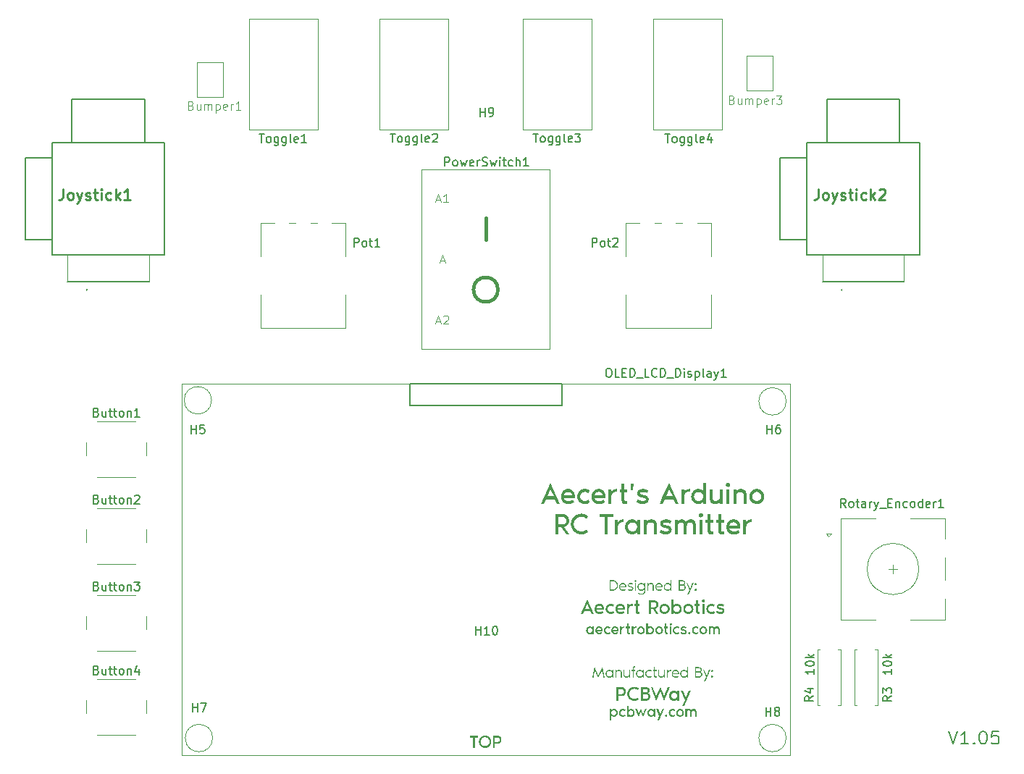
<source format=gbr>
%TF.GenerationSoftware,KiCad,Pcbnew,7.0.8*%
%TF.CreationDate,2025-03-16T00:58:01-04:00*%
%TF.ProjectId,RCTransmitterAecertRobotics,52435472-616e-4736-9d69-747465724165,V1.02*%
%TF.SameCoordinates,Original*%
%TF.FileFunction,Legend,Top*%
%TF.FilePolarity,Positive*%
%FSLAX46Y46*%
G04 Gerber Fmt 4.6, Leading zero omitted, Abs format (unit mm)*
G04 Created by KiCad (PCBNEW 7.0.8) date 2025-03-16 00:58:01*
%MOMM*%
%LPD*%
G01*
G04 APERTURE LIST*
%ADD10C,0.150000*%
%ADD11C,0.250000*%
%ADD12C,0.230000*%
%ADD13C,0.200000*%
%ADD14C,0.100000*%
%ADD15C,0.254000*%
%ADD16C,0.120000*%
%ADD17C,0.400000*%
G04 APERTURE END LIST*
D10*
X132080000Y-97790000D02*
X149860000Y-97790000D01*
X149860000Y-100330000D01*
X132080000Y-100330000D01*
X132080000Y-97790000D01*
D11*
G36*
X139131584Y-138915661D02*
G01*
X140077170Y-138915661D01*
X140077170Y-139126687D01*
X139705677Y-139126687D01*
X139705677Y-140322500D01*
X139503078Y-140322500D01*
X139503078Y-139126687D01*
X139131584Y-139126687D01*
X139131584Y-138915661D01*
G37*
G36*
X140916838Y-138892424D02*
G01*
X140935314Y-138893056D01*
X140953621Y-138894110D01*
X140971758Y-138895585D01*
X140989725Y-138897482D01*
X141007522Y-138899800D01*
X141025151Y-138902539D01*
X141042609Y-138905700D01*
X141059898Y-138909283D01*
X141077017Y-138913286D01*
X141093967Y-138917712D01*
X141110747Y-138922559D01*
X141127358Y-138927827D01*
X141143799Y-138933517D01*
X141160070Y-138939628D01*
X141176172Y-138946161D01*
X141192104Y-138953115D01*
X141207866Y-138960490D01*
X141223460Y-138968287D01*
X141238883Y-138976506D01*
X141254137Y-138985146D01*
X141269221Y-138994207D01*
X141284136Y-139003690D01*
X141298881Y-139013594D01*
X141313456Y-139023920D01*
X141327862Y-139034668D01*
X141342099Y-139045836D01*
X141356165Y-139057426D01*
X141370062Y-139069438D01*
X141383790Y-139081871D01*
X141397348Y-139094726D01*
X141410736Y-139108002D01*
X141423855Y-139121566D01*
X141436557Y-139135286D01*
X141448842Y-139149161D01*
X141460711Y-139163191D01*
X141472163Y-139177377D01*
X141483199Y-139191718D01*
X141493819Y-139206214D01*
X141504022Y-139220865D01*
X141513809Y-139235672D01*
X141523179Y-139250634D01*
X141532132Y-139265751D01*
X141540670Y-139281023D01*
X141548791Y-139296451D01*
X141556495Y-139312034D01*
X141563783Y-139327772D01*
X141570654Y-139343666D01*
X141577109Y-139359715D01*
X141583148Y-139375919D01*
X141588770Y-139392278D01*
X141593976Y-139408793D01*
X141598765Y-139425463D01*
X141603138Y-139442288D01*
X141607094Y-139459268D01*
X141610634Y-139476404D01*
X141613757Y-139493695D01*
X141616464Y-139511141D01*
X141618755Y-139528743D01*
X141620629Y-139546500D01*
X141622086Y-139564412D01*
X141623128Y-139582479D01*
X141623752Y-139600702D01*
X141623960Y-139619080D01*
X141623752Y-139637458D01*
X141623128Y-139655681D01*
X141622086Y-139673748D01*
X141620629Y-139691660D01*
X141618755Y-139709417D01*
X141616464Y-139727019D01*
X141613757Y-139744465D01*
X141610634Y-139761756D01*
X141607094Y-139778892D01*
X141603138Y-139795872D01*
X141598765Y-139812698D01*
X141593976Y-139829367D01*
X141588770Y-139845882D01*
X141583148Y-139862242D01*
X141577109Y-139878446D01*
X141570654Y-139894494D01*
X141563783Y-139910388D01*
X141556495Y-139926126D01*
X141548791Y-139941709D01*
X141540670Y-139957137D01*
X141532132Y-139972409D01*
X141523179Y-139987527D01*
X141513809Y-140002489D01*
X141504022Y-140017295D01*
X141493819Y-140031947D01*
X141483199Y-140046443D01*
X141472163Y-140060783D01*
X141460711Y-140074969D01*
X141448842Y-140088999D01*
X141436557Y-140102874D01*
X141423855Y-140116594D01*
X141410736Y-140130158D01*
X141397348Y-140143434D01*
X141383790Y-140156289D01*
X141370062Y-140168722D01*
X141356165Y-140180734D01*
X141342099Y-140192324D01*
X141327862Y-140203493D01*
X141313456Y-140214240D01*
X141298881Y-140224566D01*
X141284136Y-140234470D01*
X141269221Y-140243953D01*
X141254137Y-140253014D01*
X141238883Y-140261654D01*
X141223460Y-140269873D01*
X141207866Y-140277670D01*
X141192104Y-140285046D01*
X141176172Y-140292000D01*
X141160070Y-140298532D01*
X141143799Y-140304644D01*
X141127358Y-140310333D01*
X141110747Y-140315602D01*
X141093967Y-140320448D01*
X141077017Y-140324874D01*
X141059898Y-140328878D01*
X141042609Y-140332460D01*
X141025151Y-140335621D01*
X141007522Y-140338360D01*
X140989725Y-140340679D01*
X140971758Y-140342575D01*
X140953621Y-140344050D01*
X140935314Y-140345104D01*
X140916838Y-140345736D01*
X140898193Y-140345947D01*
X140879547Y-140345736D01*
X140861070Y-140345104D01*
X140842762Y-140344050D01*
X140824622Y-140342575D01*
X140806652Y-140340679D01*
X140788850Y-140338360D01*
X140771218Y-140335621D01*
X140753754Y-140332460D01*
X140736459Y-140328878D01*
X140719333Y-140324874D01*
X140702375Y-140320448D01*
X140685587Y-140315602D01*
X140668968Y-140310333D01*
X140652517Y-140304644D01*
X140636235Y-140298532D01*
X140620122Y-140292000D01*
X140604178Y-140285046D01*
X140588403Y-140277670D01*
X140572797Y-140269873D01*
X140557360Y-140261654D01*
X140542091Y-140253014D01*
X140526991Y-140243953D01*
X140512061Y-140234470D01*
X140497299Y-140224566D01*
X140482706Y-140214240D01*
X140468281Y-140203493D01*
X140454026Y-140192324D01*
X140439940Y-140180734D01*
X140426022Y-140168722D01*
X140412274Y-140156289D01*
X140398694Y-140143434D01*
X140385283Y-140130158D01*
X140372165Y-140116594D01*
X140359463Y-140102874D01*
X140347177Y-140088999D01*
X140335308Y-140074969D01*
X140323856Y-140060783D01*
X140312820Y-140046443D01*
X140302200Y-140031947D01*
X140291997Y-140017295D01*
X140282211Y-140002489D01*
X140272840Y-139987527D01*
X140263887Y-139972409D01*
X140255349Y-139957137D01*
X140247229Y-139941709D01*
X140239524Y-139926126D01*
X140232236Y-139910388D01*
X140225365Y-139894494D01*
X140218910Y-139878446D01*
X140212871Y-139862242D01*
X140207249Y-139845882D01*
X140202043Y-139829367D01*
X140197254Y-139812698D01*
X140192881Y-139795872D01*
X140188925Y-139778892D01*
X140185385Y-139761756D01*
X140182262Y-139744465D01*
X140179555Y-139727019D01*
X140177264Y-139709417D01*
X140175390Y-139691660D01*
X140173933Y-139673748D01*
X140172892Y-139655681D01*
X140172267Y-139637458D01*
X140172059Y-139619080D01*
X140374658Y-139619080D01*
X140375251Y-139645840D01*
X140377028Y-139672083D01*
X140379991Y-139697807D01*
X140384138Y-139723013D01*
X140389470Y-139747701D01*
X140395988Y-139771871D01*
X140403690Y-139795523D01*
X140412577Y-139818657D01*
X140422649Y-139841273D01*
X140433906Y-139863371D01*
X140446348Y-139884950D01*
X140459975Y-139906012D01*
X140474787Y-139926556D01*
X140490784Y-139946581D01*
X140507966Y-139966089D01*
X140526333Y-139985078D01*
X140545602Y-140003223D01*
X140565397Y-140020197D01*
X140585718Y-140036001D01*
X140606567Y-140050634D01*
X140627942Y-140064097D01*
X140649844Y-140076389D01*
X140672272Y-140087510D01*
X140695227Y-140097460D01*
X140718709Y-140106240D01*
X140742717Y-140113849D01*
X140767252Y-140120288D01*
X140792314Y-140125556D01*
X140817902Y-140129653D01*
X140844017Y-140132580D01*
X140870658Y-140134336D01*
X140897826Y-140134921D01*
X140925038Y-140134336D01*
X140951716Y-140132580D01*
X140977863Y-140129653D01*
X141003477Y-140125556D01*
X141028558Y-140120288D01*
X141053108Y-140113849D01*
X141077125Y-140106240D01*
X141100609Y-140097460D01*
X141123561Y-140087510D01*
X141145981Y-140076389D01*
X141167868Y-140064097D01*
X141189223Y-140050634D01*
X141210046Y-140036001D01*
X141230336Y-140020197D01*
X141250094Y-140003223D01*
X141269320Y-139985078D01*
X141287731Y-139966089D01*
X141304954Y-139946581D01*
X141320990Y-139926556D01*
X141335838Y-139906012D01*
X141349498Y-139884950D01*
X141361970Y-139863371D01*
X141373254Y-139841273D01*
X141383351Y-139818657D01*
X141392259Y-139795523D01*
X141399980Y-139771871D01*
X141406513Y-139747701D01*
X141411858Y-139723013D01*
X141416016Y-139697807D01*
X141418985Y-139672083D01*
X141420767Y-139645840D01*
X141421361Y-139619080D01*
X141420767Y-139592320D01*
X141418985Y-139566077D01*
X141416016Y-139540353D01*
X141411858Y-139515147D01*
X141406513Y-139490459D01*
X141399980Y-139466289D01*
X141392259Y-139442637D01*
X141383351Y-139419503D01*
X141373254Y-139396887D01*
X141361970Y-139374790D01*
X141349498Y-139353210D01*
X141335838Y-139332148D01*
X141320990Y-139311605D01*
X141304954Y-139291579D01*
X141287731Y-139272072D01*
X141269320Y-139253082D01*
X141250094Y-139234937D01*
X141230336Y-139217963D01*
X141210046Y-139202159D01*
X141189223Y-139187526D01*
X141167868Y-139174063D01*
X141145981Y-139161772D01*
X141123561Y-139150650D01*
X141100609Y-139140700D01*
X141077125Y-139131920D01*
X141053108Y-139124311D01*
X141028558Y-139117872D01*
X141003477Y-139112604D01*
X140977863Y-139108507D01*
X140951716Y-139105581D01*
X140925038Y-139103825D01*
X140897826Y-139103239D01*
X140870658Y-139103825D01*
X140844017Y-139105581D01*
X140817902Y-139108507D01*
X140792314Y-139112604D01*
X140767252Y-139117872D01*
X140742717Y-139124311D01*
X140718709Y-139131920D01*
X140695227Y-139140700D01*
X140672272Y-139150650D01*
X140649844Y-139161772D01*
X140627942Y-139174063D01*
X140606567Y-139187526D01*
X140585718Y-139202159D01*
X140565397Y-139217963D01*
X140545602Y-139234937D01*
X140526333Y-139253082D01*
X140507966Y-139272072D01*
X140490784Y-139291579D01*
X140474787Y-139311605D01*
X140459975Y-139332148D01*
X140446348Y-139353210D01*
X140433906Y-139374790D01*
X140422649Y-139396887D01*
X140412577Y-139419503D01*
X140403690Y-139442637D01*
X140395988Y-139466289D01*
X140389470Y-139490459D01*
X140384138Y-139515147D01*
X140379991Y-139540353D01*
X140377028Y-139566077D01*
X140375251Y-139592320D01*
X140374658Y-139619080D01*
X140172059Y-139619080D01*
X140172267Y-139600702D01*
X140172892Y-139582479D01*
X140173933Y-139564412D01*
X140175390Y-139546500D01*
X140177264Y-139528743D01*
X140179555Y-139511141D01*
X140182262Y-139493695D01*
X140185385Y-139476404D01*
X140188925Y-139459268D01*
X140192881Y-139442288D01*
X140197254Y-139425463D01*
X140202043Y-139408793D01*
X140207249Y-139392278D01*
X140212871Y-139375919D01*
X140218910Y-139359715D01*
X140225365Y-139343666D01*
X140232236Y-139327772D01*
X140239524Y-139312034D01*
X140247229Y-139296451D01*
X140255349Y-139281023D01*
X140263887Y-139265751D01*
X140272840Y-139250634D01*
X140282211Y-139235672D01*
X140291997Y-139220865D01*
X140302200Y-139206214D01*
X140312820Y-139191718D01*
X140323856Y-139177377D01*
X140335308Y-139163191D01*
X140347177Y-139149161D01*
X140359463Y-139135286D01*
X140372165Y-139121566D01*
X140385283Y-139108002D01*
X140398694Y-139094726D01*
X140412274Y-139081871D01*
X140426022Y-139069438D01*
X140439940Y-139057426D01*
X140454026Y-139045836D01*
X140468281Y-139034668D01*
X140482706Y-139023920D01*
X140497299Y-139013594D01*
X140512061Y-139003690D01*
X140526991Y-138994207D01*
X140542091Y-138985146D01*
X140557360Y-138976506D01*
X140572797Y-138968287D01*
X140588403Y-138960490D01*
X140604178Y-138953115D01*
X140620122Y-138946161D01*
X140636235Y-138939628D01*
X140652517Y-138933517D01*
X140668968Y-138927827D01*
X140685587Y-138922559D01*
X140702375Y-138917712D01*
X140719333Y-138913286D01*
X140736459Y-138909283D01*
X140753754Y-138905700D01*
X140771218Y-138902539D01*
X140788850Y-138899800D01*
X140806652Y-138897482D01*
X140824622Y-138895585D01*
X140842762Y-138894110D01*
X140861070Y-138893056D01*
X140879547Y-138892424D01*
X140898193Y-138892213D01*
X140916838Y-138892424D01*
G37*
G36*
X142291233Y-138915782D02*
G01*
X142307585Y-138916144D01*
X142323679Y-138916749D01*
X142339516Y-138917596D01*
X142355095Y-138918684D01*
X142370416Y-138920014D01*
X142385480Y-138921586D01*
X142400286Y-138923400D01*
X142414835Y-138925456D01*
X142443160Y-138930293D01*
X142470454Y-138936098D01*
X142496717Y-138942870D01*
X142521951Y-138950609D01*
X142546154Y-138959316D01*
X142569326Y-138968990D01*
X142591468Y-138979632D01*
X142612580Y-138991241D01*
X142632661Y-139003818D01*
X142651712Y-139017362D01*
X142669733Y-139031873D01*
X142678357Y-139039492D01*
X142694860Y-139055268D01*
X142710299Y-139071732D01*
X142724673Y-139088882D01*
X142737983Y-139106720D01*
X142750227Y-139125244D01*
X142761407Y-139144455D01*
X142771522Y-139164353D01*
X142780572Y-139184938D01*
X142788558Y-139206210D01*
X142795479Y-139228169D01*
X142801335Y-139250815D01*
X142806126Y-139274148D01*
X142809853Y-139298168D01*
X142812515Y-139322875D01*
X142814112Y-139348268D01*
X142814644Y-139374349D01*
X142814142Y-139399903D01*
X142812635Y-139424907D01*
X142810123Y-139449362D01*
X142806607Y-139473267D01*
X142802086Y-139496623D01*
X142796561Y-139519429D01*
X142790031Y-139541686D01*
X142782496Y-139563393D01*
X142773956Y-139584550D01*
X142764412Y-139605158D01*
X142753864Y-139625217D01*
X142742310Y-139644726D01*
X142729752Y-139663685D01*
X142716190Y-139682095D01*
X142701622Y-139699955D01*
X142686050Y-139717266D01*
X142669621Y-139733769D01*
X142652482Y-139749208D01*
X142634634Y-139763582D01*
X142616075Y-139776892D01*
X142596806Y-139789136D01*
X142576828Y-139800316D01*
X142556140Y-139810431D01*
X142534742Y-139819481D01*
X142512634Y-139827467D01*
X142489817Y-139834388D01*
X142466289Y-139840244D01*
X142442052Y-139845035D01*
X142417105Y-139848762D01*
X142391448Y-139851424D01*
X142365081Y-139853021D01*
X142338004Y-139853553D01*
X142038318Y-139853553D01*
X142038318Y-140322500D01*
X141835719Y-140322500D01*
X141835719Y-139126687D01*
X142038318Y-139126687D01*
X142038318Y-139642527D01*
X142339836Y-139642527D01*
X142354684Y-139642280D01*
X142376306Y-139640980D01*
X142397149Y-139638566D01*
X142417213Y-139635038D01*
X142436498Y-139630396D01*
X142455003Y-139624640D01*
X142472729Y-139617769D01*
X142489676Y-139609785D01*
X142505844Y-139600686D01*
X142521232Y-139590473D01*
X142535841Y-139579146D01*
X142549460Y-139566686D01*
X142561738Y-139553073D01*
X142572678Y-139538307D01*
X142582278Y-139522389D01*
X142590538Y-139505317D01*
X142597459Y-139487093D01*
X142603040Y-139467716D01*
X142607282Y-139447187D01*
X142610184Y-139425504D01*
X142611375Y-139410409D01*
X142611970Y-139394801D01*
X142612045Y-139386805D01*
X142611723Y-139370933D01*
X142610757Y-139355555D01*
X142609147Y-139340673D01*
X142605524Y-139319279D01*
X142600453Y-139298998D01*
X142593932Y-139279831D01*
X142585963Y-139261779D01*
X142576544Y-139244841D01*
X142565677Y-139229017D01*
X142553360Y-139214307D01*
X142539595Y-139200711D01*
X142529613Y-139192266D01*
X142513891Y-139180546D01*
X142497499Y-139169979D01*
X142480437Y-139160565D01*
X142462706Y-139152303D01*
X142444304Y-139145195D01*
X142425233Y-139139239D01*
X142405493Y-139134436D01*
X142385082Y-139130785D01*
X142364002Y-139128288D01*
X142342252Y-139126943D01*
X142327380Y-139126687D01*
X142038318Y-139126687D01*
X141835719Y-139126687D01*
X141835719Y-138915661D01*
X142274623Y-138915661D01*
X142291233Y-138915782D01*
G37*
D12*
G36*
X153629654Y-124657501D02*
G01*
X153380941Y-124657501D01*
X153225652Y-124312043D01*
X152503597Y-124312043D01*
X152347892Y-124657501D01*
X152099179Y-124657501D01*
X152370715Y-124072881D01*
X152608645Y-124072881D01*
X153120603Y-124072881D01*
X152864417Y-123518572D01*
X152608645Y-124072881D01*
X152370715Y-124072881D01*
X152864417Y-123009936D01*
X153629654Y-124657501D01*
G37*
G36*
X154299279Y-123488916D02*
G01*
X154327588Y-123490882D01*
X154355254Y-123494158D01*
X154382279Y-123498745D01*
X154408661Y-123504643D01*
X154434401Y-123511850D01*
X154459499Y-123520369D01*
X154483954Y-123530198D01*
X154507767Y-123541337D01*
X154530938Y-123553787D01*
X154553467Y-123567547D01*
X154575353Y-123582618D01*
X154596597Y-123599000D01*
X154617199Y-123616692D01*
X154637158Y-123635694D01*
X154656475Y-123656007D01*
X154674878Y-123677368D01*
X154692093Y-123699617D01*
X154708121Y-123722756D01*
X154722961Y-123746783D01*
X154736614Y-123771699D01*
X154749081Y-123797504D01*
X154760359Y-123824198D01*
X154770451Y-123851780D01*
X154779355Y-123880251D01*
X154787073Y-123909611D01*
X154793602Y-123939860D01*
X154798945Y-123970998D01*
X154803100Y-124003025D01*
X154806069Y-124035940D01*
X154807107Y-124052731D01*
X154807849Y-124069744D01*
X154808295Y-124086979D01*
X154808443Y-124104437D01*
X154808195Y-124124192D01*
X154807450Y-124143597D01*
X154806210Y-124162651D01*
X154804473Y-124181355D01*
X154802239Y-124199709D01*
X154801384Y-124205749D01*
X153933174Y-124205749D01*
X153938743Y-124227645D01*
X153945641Y-124248490D01*
X153953866Y-124268284D01*
X153963420Y-124287027D01*
X153974302Y-124304719D01*
X153986513Y-124321360D01*
X154000052Y-124336950D01*
X154014919Y-124351489D01*
X154031115Y-124364977D01*
X154048639Y-124377413D01*
X154061060Y-124385121D01*
X154080499Y-124395806D01*
X154100667Y-124405440D01*
X154121566Y-124414024D01*
X154143194Y-124421556D01*
X154165552Y-124428037D01*
X154188641Y-124433467D01*
X154212459Y-124437846D01*
X154237006Y-124441175D01*
X154253777Y-124442810D01*
X154270872Y-124443977D01*
X154288292Y-124444678D01*
X154306036Y-124444912D01*
X154329247Y-124444496D01*
X154352273Y-124443251D01*
X154375115Y-124441175D01*
X154397772Y-124438268D01*
X154420243Y-124434531D01*
X154442530Y-124429964D01*
X154464632Y-124424566D01*
X154486549Y-124418338D01*
X154508281Y-124411279D01*
X154529829Y-124403390D01*
X154551191Y-124394671D01*
X154572369Y-124385121D01*
X154593361Y-124374741D01*
X154614169Y-124363530D01*
X154634792Y-124351489D01*
X154655230Y-124338617D01*
X154732044Y-124539580D01*
X154710996Y-124557077D01*
X154689167Y-124573446D01*
X154666555Y-124588685D01*
X154643162Y-124602796D01*
X154618988Y-124615778D01*
X154594031Y-124627631D01*
X154568293Y-124638355D01*
X154541773Y-124647951D01*
X154514471Y-124656417D01*
X154486387Y-124663755D01*
X154457522Y-124669963D01*
X154427875Y-124675043D01*
X154397446Y-124678994D01*
X154366235Y-124681816D01*
X154334242Y-124683510D01*
X154301468Y-124684074D01*
X154283510Y-124683912D01*
X154265810Y-124683425D01*
X154248369Y-124682614D01*
X154231187Y-124681479D01*
X154214263Y-124680019D01*
X154197598Y-124678235D01*
X154165045Y-124673694D01*
X154133526Y-124667855D01*
X154103042Y-124660718D01*
X154073593Y-124652284D01*
X154045178Y-124642553D01*
X154017798Y-124631524D01*
X153991453Y-124619197D01*
X153966143Y-124605573D01*
X153941868Y-124590651D01*
X153918627Y-124574432D01*
X153896422Y-124556915D01*
X153875251Y-124538101D01*
X153855114Y-124517989D01*
X153836159Y-124496842D01*
X153818426Y-124475027D01*
X153801917Y-124452544D01*
X153786630Y-124429393D01*
X153772567Y-124405573D01*
X153759726Y-124381086D01*
X153748108Y-124355929D01*
X153737713Y-124330105D01*
X153728541Y-124303613D01*
X153720592Y-124276452D01*
X153713866Y-124248623D01*
X153708363Y-124220126D01*
X153704082Y-124190960D01*
X153701025Y-124161127D01*
X153699191Y-124130625D01*
X153698579Y-124099454D01*
X153699191Y-124067146D01*
X153701025Y-124035512D01*
X153704082Y-124004552D01*
X153705692Y-123993160D01*
X153933174Y-123993160D01*
X154574263Y-123993160D01*
X154572679Y-123974406D01*
X154569796Y-123955981D01*
X154565614Y-123937884D01*
X154560133Y-123920115D01*
X154553352Y-123902675D01*
X154545273Y-123885563D01*
X154535894Y-123868780D01*
X154525216Y-123852325D01*
X154513239Y-123836199D01*
X154499963Y-123820401D01*
X154490390Y-123810051D01*
X154474967Y-123795285D01*
X154458281Y-123781971D01*
X154440332Y-123770109D01*
X154421121Y-123759700D01*
X154400647Y-123750743D01*
X154378910Y-123743239D01*
X154355911Y-123737187D01*
X154331649Y-123732588D01*
X154314773Y-123730329D01*
X154297336Y-123728715D01*
X154279337Y-123727747D01*
X154260777Y-123727424D01*
X154242784Y-123727751D01*
X154225238Y-123728734D01*
X154208139Y-123730372D01*
X154191489Y-123732666D01*
X154167352Y-123737335D01*
X154144223Y-123743478D01*
X154122100Y-123751095D01*
X154100985Y-123760187D01*
X154080877Y-123770753D01*
X154061777Y-123782793D01*
X154043683Y-123796308D01*
X154026597Y-123811297D01*
X154010748Y-123827076D01*
X153996366Y-123843119D01*
X153983451Y-123859424D01*
X153972003Y-123875992D01*
X153962022Y-123892823D01*
X153953508Y-123909916D01*
X153946462Y-123927272D01*
X153940882Y-123944891D01*
X153936769Y-123962773D01*
X153934123Y-123980918D01*
X153933174Y-123993160D01*
X153705692Y-123993160D01*
X153708363Y-123974268D01*
X153713866Y-123944658D01*
X153720592Y-123915723D01*
X153728541Y-123887462D01*
X153737713Y-123859877D01*
X153748108Y-123832966D01*
X153759726Y-123806729D01*
X153772567Y-123781168D01*
X153786630Y-123756281D01*
X153801917Y-123732069D01*
X153818426Y-123708532D01*
X153836159Y-123685669D01*
X153855114Y-123663481D01*
X153875129Y-123642263D01*
X153895935Y-123622414D01*
X153917533Y-123603934D01*
X153939922Y-123586822D01*
X153963102Y-123571080D01*
X153987074Y-123556706D01*
X154011838Y-123543702D01*
X154037393Y-123532066D01*
X154063739Y-123521799D01*
X154090877Y-123512901D01*
X154118807Y-123505372D01*
X154147528Y-123499212D01*
X154177041Y-123494421D01*
X154207345Y-123490999D01*
X154238440Y-123488946D01*
X154270327Y-123488261D01*
X154299279Y-123488916D01*
G37*
G36*
X155158467Y-124510515D02*
G01*
X155138356Y-124488470D01*
X155119541Y-124465828D01*
X155102025Y-124442589D01*
X155085805Y-124418753D01*
X155070884Y-124394320D01*
X155057259Y-124369291D01*
X155044933Y-124343664D01*
X155033904Y-124317441D01*
X155024172Y-124290621D01*
X155015738Y-124263204D01*
X155008602Y-124235190D01*
X155002763Y-124206579D01*
X154998221Y-124177372D01*
X154994977Y-124147567D01*
X154993031Y-124117166D01*
X154992382Y-124086168D01*
X154993036Y-124055171D01*
X154994997Y-124024775D01*
X154998265Y-123994978D01*
X155002841Y-123965782D01*
X155008723Y-123937186D01*
X155015913Y-123909190D01*
X155024411Y-123881794D01*
X155034215Y-123854998D01*
X155045327Y-123828802D01*
X155057746Y-123803207D01*
X155071472Y-123778211D01*
X155086506Y-123753816D01*
X155102847Y-123730020D01*
X155120495Y-123706825D01*
X155139450Y-123684230D01*
X155159713Y-123662235D01*
X155181110Y-123641168D01*
X155203362Y-123621460D01*
X155226472Y-123603111D01*
X155250437Y-123586122D01*
X155275259Y-123570491D01*
X155300937Y-123556220D01*
X155327472Y-123543308D01*
X155354863Y-123531755D01*
X155383111Y-123521561D01*
X155412214Y-123512726D01*
X155442175Y-123505251D01*
X155472991Y-123499135D01*
X155504664Y-123494377D01*
X155537194Y-123490979D01*
X155553779Y-123489790D01*
X155570579Y-123488941D01*
X155587593Y-123488431D01*
X155604821Y-123488261D01*
X155634052Y-123488796D01*
X155662575Y-123490402D01*
X155690391Y-123493078D01*
X155717500Y-123496825D01*
X155743901Y-123501642D01*
X155769596Y-123507530D01*
X155794583Y-123514488D01*
X155818864Y-123522516D01*
X155842437Y-123531615D01*
X155865302Y-123541785D01*
X155887461Y-123553025D01*
X155908913Y-123565335D01*
X155929657Y-123578716D01*
X155949694Y-123593167D01*
X155969025Y-123608689D01*
X155987648Y-123625281D01*
X155889242Y-123840777D01*
X155874127Y-123827050D01*
X155858679Y-123814210D01*
X155842896Y-123802254D01*
X155826779Y-123791185D01*
X155810327Y-123781001D01*
X155793542Y-123771702D01*
X155776423Y-123763289D01*
X155758969Y-123755762D01*
X155741181Y-123749120D01*
X155723060Y-123743364D01*
X155704604Y-123738493D01*
X155685814Y-123734508D01*
X155666690Y-123731409D01*
X155647231Y-123729195D01*
X155627439Y-123727867D01*
X155607313Y-123727424D01*
X155587762Y-123727834D01*
X155568555Y-123729065D01*
X155549692Y-123731117D01*
X155531173Y-123733989D01*
X155512998Y-123737682D01*
X155495166Y-123742196D01*
X155477679Y-123747531D01*
X155460535Y-123753686D01*
X155443735Y-123760662D01*
X155427279Y-123768458D01*
X155411167Y-123777076D01*
X155395398Y-123786514D01*
X155379974Y-123796772D01*
X155364893Y-123807852D01*
X155350156Y-123819752D01*
X155335763Y-123832473D01*
X155321987Y-123845764D01*
X155309099Y-123859377D01*
X155297100Y-123873311D01*
X155285990Y-123887566D01*
X155275768Y-123902142D01*
X155266436Y-123917040D01*
X155257992Y-123932258D01*
X155250437Y-123947798D01*
X155243771Y-123963659D01*
X155237994Y-123979841D01*
X155233105Y-123996344D01*
X155229106Y-124013168D01*
X155225995Y-124030313D01*
X155223773Y-124047780D01*
X155222439Y-124065568D01*
X155221995Y-124083676D01*
X155222435Y-124102092D01*
X155223753Y-124120176D01*
X155225951Y-124137930D01*
X155229028Y-124155352D01*
X155232984Y-124172444D01*
X155237819Y-124189205D01*
X155243533Y-124205635D01*
X155250126Y-124221735D01*
X155257598Y-124237503D01*
X155265949Y-124252940D01*
X155275180Y-124268047D01*
X155285289Y-124282823D01*
X155296278Y-124297268D01*
X155308145Y-124311382D01*
X155320892Y-124325165D01*
X155334518Y-124338617D01*
X155348770Y-124351489D01*
X155363394Y-124363530D01*
X155378392Y-124374741D01*
X155393763Y-124385121D01*
X155409507Y-124394671D01*
X155425625Y-124403390D01*
X155442115Y-124411279D01*
X155458978Y-124418338D01*
X155476214Y-124424566D01*
X155493823Y-124429964D01*
X155511806Y-124434531D01*
X155530161Y-124438268D01*
X155548889Y-124441175D01*
X155567991Y-124443251D01*
X155587465Y-124444496D01*
X155607313Y-124444912D01*
X155627731Y-124444459D01*
X155647776Y-124443101D01*
X155667449Y-124440839D01*
X155686748Y-124437671D01*
X155705674Y-124433599D01*
X155724227Y-124428621D01*
X155742408Y-124422738D01*
X155760215Y-124415950D01*
X155777649Y-124408258D01*
X155794710Y-124399660D01*
X155811398Y-124390157D01*
X155827713Y-124379749D01*
X155843655Y-124368436D01*
X155859224Y-124356218D01*
X155874419Y-124343095D01*
X155889242Y-124329067D01*
X155987648Y-124547054D01*
X155969852Y-124563646D01*
X155951239Y-124579168D01*
X155931808Y-124593619D01*
X155911560Y-124607000D01*
X155890494Y-124619311D01*
X155868611Y-124630551D01*
X155845911Y-124640720D01*
X155822393Y-124649819D01*
X155798057Y-124657848D01*
X155772905Y-124664806D01*
X155746934Y-124670693D01*
X155720147Y-124675510D01*
X155692542Y-124679257D01*
X155664119Y-124681933D01*
X155634879Y-124683539D01*
X155604821Y-124684074D01*
X155587441Y-124683905D01*
X155570282Y-124683396D01*
X155553345Y-124682549D01*
X155536629Y-124681362D01*
X155503861Y-124677972D01*
X155471979Y-124673227D01*
X155440983Y-124667125D01*
X155410871Y-124659667D01*
X155381646Y-124650854D01*
X155353306Y-124640684D01*
X155325852Y-124629159D01*
X155299283Y-124616278D01*
X155273600Y-124602040D01*
X155248802Y-124586447D01*
X155224890Y-124569498D01*
X155201864Y-124551193D01*
X155179723Y-124531532D01*
X155158467Y-124510515D01*
G37*
G36*
X156734087Y-123488916D02*
G01*
X156762396Y-123490882D01*
X156790063Y-123494158D01*
X156817087Y-123498745D01*
X156843469Y-123504643D01*
X156869209Y-123511850D01*
X156894307Y-123520369D01*
X156918762Y-123530198D01*
X156942575Y-123541337D01*
X156965746Y-123553787D01*
X156988275Y-123567547D01*
X157010161Y-123582618D01*
X157031405Y-123599000D01*
X157052007Y-123616692D01*
X157071966Y-123635694D01*
X157091283Y-123656007D01*
X157109686Y-123677368D01*
X157126901Y-123699617D01*
X157142929Y-123722756D01*
X157157769Y-123746783D01*
X157171423Y-123771699D01*
X157183889Y-123797504D01*
X157195168Y-123824198D01*
X157205259Y-123851780D01*
X157214164Y-123880251D01*
X157221881Y-123909611D01*
X157228411Y-123939860D01*
X157233753Y-123970998D01*
X157237909Y-124003025D01*
X157240877Y-124035940D01*
X157241916Y-124052731D01*
X157242658Y-124069744D01*
X157243103Y-124086979D01*
X157243251Y-124104437D01*
X157243003Y-124124192D01*
X157242259Y-124143597D01*
X157241018Y-124162651D01*
X157239281Y-124181355D01*
X157237047Y-124199709D01*
X157236193Y-124205749D01*
X156367983Y-124205749D01*
X156373551Y-124227645D01*
X156380449Y-124248490D01*
X156388674Y-124268284D01*
X156398228Y-124287027D01*
X156409110Y-124304719D01*
X156421321Y-124321360D01*
X156434860Y-124336950D01*
X156449728Y-124351489D01*
X156465923Y-124364977D01*
X156483447Y-124377413D01*
X156495868Y-124385121D01*
X156515307Y-124395806D01*
X156535475Y-124405440D01*
X156556374Y-124414024D01*
X156578002Y-124421556D01*
X156600361Y-124428037D01*
X156623449Y-124433467D01*
X156647267Y-124437846D01*
X156671814Y-124441175D01*
X156688585Y-124442810D01*
X156705680Y-124443977D01*
X156723100Y-124444678D01*
X156740844Y-124444912D01*
X156764055Y-124444496D01*
X156787081Y-124443251D01*
X156809923Y-124441175D01*
X156832580Y-124438268D01*
X156855051Y-124434531D01*
X156877338Y-124429964D01*
X156899440Y-124424566D01*
X156921357Y-124418338D01*
X156943090Y-124411279D01*
X156964637Y-124403390D01*
X156985999Y-124394671D01*
X157007177Y-124385121D01*
X157028169Y-124374741D01*
X157048977Y-124363530D01*
X157069600Y-124351489D01*
X157090038Y-124338617D01*
X157166852Y-124539580D01*
X157145804Y-124557077D01*
X157123975Y-124573446D01*
X157101364Y-124588685D01*
X157077971Y-124602796D01*
X157053796Y-124615778D01*
X157028839Y-124627631D01*
X157003101Y-124638355D01*
X156976581Y-124647951D01*
X156949279Y-124656417D01*
X156921195Y-124663755D01*
X156892330Y-124669963D01*
X156862683Y-124675043D01*
X156832254Y-124678994D01*
X156801043Y-124681816D01*
X156769051Y-124683510D01*
X156736276Y-124684074D01*
X156718318Y-124683912D01*
X156700618Y-124683425D01*
X156683177Y-124682614D01*
X156665995Y-124681479D01*
X156649071Y-124680019D01*
X156632407Y-124678235D01*
X156599853Y-124673694D01*
X156568334Y-124667855D01*
X156537850Y-124660718D01*
X156508401Y-124652284D01*
X156479986Y-124642553D01*
X156452606Y-124631524D01*
X156426262Y-124619197D01*
X156400951Y-124605573D01*
X156376676Y-124590651D01*
X156353435Y-124574432D01*
X156331230Y-124556915D01*
X156310059Y-124538101D01*
X156289922Y-124517989D01*
X156270967Y-124496842D01*
X156253235Y-124475027D01*
X156236725Y-124452544D01*
X156221438Y-124429393D01*
X156207375Y-124405573D01*
X156194534Y-124381086D01*
X156182916Y-124355929D01*
X156172521Y-124330105D01*
X156163349Y-124303613D01*
X156155400Y-124276452D01*
X156148674Y-124248623D01*
X156143171Y-124220126D01*
X156138890Y-124190960D01*
X156135833Y-124161127D01*
X156133999Y-124130625D01*
X156133387Y-124099454D01*
X156133999Y-124067146D01*
X156135833Y-124035512D01*
X156138890Y-124004552D01*
X156140500Y-123993160D01*
X156367983Y-123993160D01*
X157009071Y-123993160D01*
X157007487Y-123974406D01*
X157004604Y-123955981D01*
X157000422Y-123937884D01*
X156994941Y-123920115D01*
X156988160Y-123902675D01*
X156980081Y-123885563D01*
X156970702Y-123868780D01*
X156960024Y-123852325D01*
X156948047Y-123836199D01*
X156934771Y-123820401D01*
X156925198Y-123810051D01*
X156909775Y-123795285D01*
X156893089Y-123781971D01*
X156875140Y-123770109D01*
X156855929Y-123759700D01*
X156835455Y-123750743D01*
X156813718Y-123743239D01*
X156790719Y-123737187D01*
X156766457Y-123732588D01*
X156749581Y-123730329D01*
X156732144Y-123728715D01*
X156714145Y-123727747D01*
X156695585Y-123727424D01*
X156677592Y-123727751D01*
X156660046Y-123728734D01*
X156642947Y-123730372D01*
X156626297Y-123732666D01*
X156602160Y-123737335D01*
X156579031Y-123743478D01*
X156556908Y-123751095D01*
X156535793Y-123760187D01*
X156515686Y-123770753D01*
X156496585Y-123782793D01*
X156478492Y-123796308D01*
X156461405Y-123811297D01*
X156445556Y-123827076D01*
X156431174Y-123843119D01*
X156418259Y-123859424D01*
X156406811Y-123875992D01*
X156396830Y-123892823D01*
X156388317Y-123909916D01*
X156381270Y-123927272D01*
X156375690Y-123944891D01*
X156371577Y-123962773D01*
X156368931Y-123980918D01*
X156367983Y-123993160D01*
X156140500Y-123993160D01*
X156143171Y-123974268D01*
X156148674Y-123944658D01*
X156155400Y-123915723D01*
X156163349Y-123887462D01*
X156172521Y-123859877D01*
X156182916Y-123832966D01*
X156194534Y-123806729D01*
X156207375Y-123781168D01*
X156221438Y-123756281D01*
X156236725Y-123732069D01*
X156253235Y-123708532D01*
X156270967Y-123685669D01*
X156289922Y-123663481D01*
X156309937Y-123642263D01*
X156330743Y-123622414D01*
X156352341Y-123603934D01*
X156374730Y-123586822D01*
X156397910Y-123571080D01*
X156421882Y-123556706D01*
X156446646Y-123543702D01*
X156472201Y-123532066D01*
X156498547Y-123521799D01*
X156525686Y-123512901D01*
X156553615Y-123505372D01*
X156582336Y-123499212D01*
X156611849Y-123494421D01*
X156642153Y-123490999D01*
X156673248Y-123488946D01*
X156705135Y-123488261D01*
X156734087Y-123488916D01*
G37*
G36*
X157695418Y-123741956D02*
G01*
X157707154Y-123720143D01*
X157719941Y-123699235D01*
X157733780Y-123679231D01*
X157748669Y-123660133D01*
X157764609Y-123641940D01*
X157781601Y-123624652D01*
X157799643Y-123608269D01*
X157818736Y-123592791D01*
X157838880Y-123578218D01*
X157852894Y-123569005D01*
X157867374Y-123560195D01*
X157874790Y-123555941D01*
X157889897Y-123547745D01*
X157905321Y-123540078D01*
X157921063Y-123532940D01*
X157937124Y-123526331D01*
X157953502Y-123520250D01*
X157970198Y-123514699D01*
X157987212Y-123509675D01*
X158004544Y-123505181D01*
X158022194Y-123501215D01*
X158040161Y-123497779D01*
X158058447Y-123494870D01*
X158077050Y-123492491D01*
X158095972Y-123490641D01*
X158115211Y-123489319D01*
X158134768Y-123488526D01*
X158154643Y-123488261D01*
X158154643Y-123727424D01*
X158135719Y-123722665D01*
X158116627Y-123719132D01*
X158097367Y-123716826D01*
X158077939Y-123715746D01*
X158058344Y-123715892D01*
X158038580Y-123717264D01*
X158018649Y-123719862D01*
X157998549Y-123723687D01*
X157978282Y-123728737D01*
X157957847Y-123735014D01*
X157944130Y-123739880D01*
X157914013Y-123752778D01*
X157885838Y-123767284D01*
X157859607Y-123783400D01*
X157835319Y-123801124D01*
X157812973Y-123820457D01*
X157792571Y-123841400D01*
X157774112Y-123863951D01*
X157757596Y-123888111D01*
X157743023Y-123913880D01*
X157730393Y-123941258D01*
X157719706Y-123970245D01*
X157710962Y-124000841D01*
X157704162Y-124033046D01*
X157701490Y-124049752D01*
X157699304Y-124066860D01*
X157697604Y-124084371D01*
X157696389Y-124102283D01*
X157695661Y-124120598D01*
X157695418Y-124139315D01*
X157695418Y-124657501D01*
X157465805Y-124657501D01*
X157465805Y-123514835D01*
X157695418Y-123514835D01*
X157695418Y-123741956D01*
G37*
G36*
X158512142Y-124292528D02*
G01*
X158512142Y-123753997D01*
X158358928Y-123753997D01*
X158358928Y-123514835D01*
X158512142Y-123514835D01*
X158512142Y-123063083D01*
X158741754Y-123063083D01*
X158741754Y-123514835D01*
X158971367Y-123514835D01*
X158971367Y-123753997D01*
X158741754Y-123753997D01*
X158741754Y-124228586D01*
X158741931Y-124248526D01*
X158742461Y-124267447D01*
X158743345Y-124285350D01*
X158744583Y-124302234D01*
X158747102Y-124325651D01*
X158750417Y-124346775D01*
X158754527Y-124365608D01*
X158759433Y-124382150D01*
X158767212Y-124400639D01*
X158776405Y-124415055D01*
X158787013Y-124425397D01*
X158805152Y-124436769D01*
X158824693Y-124444730D01*
X158845635Y-124449278D01*
X158862262Y-124450449D01*
X158879676Y-124449701D01*
X158897879Y-124447033D01*
X158916870Y-124442446D01*
X158936650Y-124435939D01*
X158957217Y-124427513D01*
X158971367Y-124420829D01*
X158971367Y-124650857D01*
X158953545Y-124658642D01*
X158934750Y-124665390D01*
X158914982Y-124671099D01*
X158894241Y-124675770D01*
X158872527Y-124679403D01*
X158855603Y-124681447D01*
X158838131Y-124682906D01*
X158820112Y-124683782D01*
X158801545Y-124684074D01*
X158783740Y-124683692D01*
X158766500Y-124682545D01*
X158749825Y-124680633D01*
X158718172Y-124674515D01*
X158688779Y-124665338D01*
X158661648Y-124653102D01*
X158636777Y-124637807D01*
X158614168Y-124619454D01*
X158593819Y-124598041D01*
X158575731Y-124573570D01*
X158559904Y-124546039D01*
X158546339Y-124515449D01*
X158540404Y-124499008D01*
X158535034Y-124481801D01*
X158530229Y-124463830D01*
X158525990Y-124445094D01*
X158522316Y-124425593D01*
X158519207Y-124405327D01*
X158516664Y-124384297D01*
X158514685Y-124362502D01*
X158513272Y-124339942D01*
X158512424Y-124316618D01*
X158512142Y-124292528D01*
G37*
G36*
X160549730Y-123063220D02*
G01*
X160568263Y-123063631D01*
X160586503Y-123064317D01*
X160604451Y-123065276D01*
X160622107Y-123066510D01*
X160639472Y-123068017D01*
X160656544Y-123069799D01*
X160673324Y-123071855D01*
X160689813Y-123074184D01*
X160721914Y-123079667D01*
X160752847Y-123086245D01*
X160782613Y-123093920D01*
X160811211Y-123102691D01*
X160838641Y-123112559D01*
X160864903Y-123123523D01*
X160889997Y-123135584D01*
X160913924Y-123148741D01*
X160936683Y-123162995D01*
X160958274Y-123178344D01*
X160978697Y-123194791D01*
X160988471Y-123203425D01*
X161007175Y-123221305D01*
X161024672Y-123239964D01*
X161040963Y-123259401D01*
X161056047Y-123279617D01*
X161069924Y-123300611D01*
X161082595Y-123322384D01*
X161094058Y-123344935D01*
X161104315Y-123368265D01*
X161113366Y-123392373D01*
X161121209Y-123417260D01*
X161127846Y-123442925D01*
X161133276Y-123469369D01*
X161137500Y-123496591D01*
X161140517Y-123524592D01*
X161142327Y-123553372D01*
X161142930Y-123582930D01*
X161142543Y-123605530D01*
X161141380Y-123627760D01*
X161139441Y-123649620D01*
X161136728Y-123671110D01*
X161133239Y-123692231D01*
X161128975Y-123712982D01*
X161123936Y-123733363D01*
X161118121Y-123753375D01*
X161111531Y-123773016D01*
X161104166Y-123792288D01*
X161096026Y-123811190D01*
X161087110Y-123829722D01*
X161077419Y-123847884D01*
X161066953Y-123865677D01*
X161055711Y-123883099D01*
X161043694Y-123900152D01*
X161030987Y-123916623D01*
X161017672Y-123932403D01*
X161003751Y-123947491D01*
X160989224Y-123961889D01*
X160974089Y-123975596D01*
X160958349Y-123988612D01*
X160942001Y-124000937D01*
X160925047Y-124012571D01*
X160907487Y-124023514D01*
X160889319Y-124033766D01*
X160870546Y-124043328D01*
X160851165Y-124052198D01*
X160831178Y-124060377D01*
X160810585Y-124067866D01*
X160789385Y-124074663D01*
X160767578Y-124080770D01*
X161181545Y-124657501D01*
X160913317Y-124657501D01*
X160513883Y-124126028D01*
X160263094Y-124126028D01*
X160263094Y-124657501D01*
X160033481Y-124657501D01*
X160033481Y-123302246D01*
X160263094Y-123302246D01*
X160263094Y-123886865D01*
X160604814Y-123886865D01*
X160621642Y-123886585D01*
X160646147Y-123885112D01*
X160669769Y-123882376D01*
X160692508Y-123878378D01*
X160714364Y-123873116D01*
X160735337Y-123866593D01*
X160755426Y-123858806D01*
X160774633Y-123849757D01*
X160792956Y-123839445D01*
X160810396Y-123827871D01*
X160826953Y-123815034D01*
X160842387Y-123800912D01*
X160856304Y-123785484D01*
X160868702Y-123768749D01*
X160879581Y-123750708D01*
X160888943Y-123731361D01*
X160896787Y-123710707D01*
X160903112Y-123688746D01*
X160907920Y-123665479D01*
X160911209Y-123640906D01*
X160912558Y-123623798D01*
X160913233Y-123606109D01*
X160913317Y-123597047D01*
X160912985Y-123578761D01*
X160911987Y-123561066D01*
X160910325Y-123543961D01*
X160907998Y-123527447D01*
X160903259Y-123503782D01*
X160897025Y-123481446D01*
X160889295Y-123460438D01*
X160880068Y-123440758D01*
X160869345Y-123422407D01*
X160857126Y-123405384D01*
X160843410Y-123389689D01*
X160828199Y-123375323D01*
X160811886Y-123362264D01*
X160794713Y-123350488D01*
X160776678Y-123339998D01*
X160757781Y-123330792D01*
X160738024Y-123322870D01*
X160717405Y-123316233D01*
X160695925Y-123310881D01*
X160673584Y-123306813D01*
X160650381Y-123304030D01*
X160626318Y-123302531D01*
X160609797Y-123302246D01*
X160263094Y-123302246D01*
X160033481Y-123302246D01*
X160033481Y-123063083D01*
X160530906Y-123063083D01*
X160549730Y-123063220D01*
G37*
G36*
X161912501Y-123488955D02*
G01*
X161942422Y-123491038D01*
X161971773Y-123494509D01*
X162000552Y-123499368D01*
X162028761Y-123505616D01*
X162056398Y-123513252D01*
X162083465Y-123522276D01*
X162109961Y-123532689D01*
X162135886Y-123544490D01*
X162161240Y-123557680D01*
X162186023Y-123572257D01*
X162210235Y-123588224D01*
X162233876Y-123605578D01*
X162256946Y-123624321D01*
X162279446Y-123644453D01*
X162301374Y-123665972D01*
X162322391Y-123688390D01*
X162342052Y-123711321D01*
X162360357Y-123734765D01*
X162377306Y-123758720D01*
X162392899Y-123783189D01*
X162407136Y-123808170D01*
X162420018Y-123833663D01*
X162431543Y-123859669D01*
X162441713Y-123886188D01*
X162450526Y-123913219D01*
X162457984Y-123940762D01*
X162464086Y-123968818D01*
X162468831Y-123997387D01*
X162472221Y-124026468D01*
X162474255Y-124056061D01*
X162474933Y-124086168D01*
X162474255Y-124116275D01*
X162472221Y-124145874D01*
X162468831Y-124174963D01*
X162464086Y-124203543D01*
X162457984Y-124231614D01*
X162450526Y-124259175D01*
X162441713Y-124286227D01*
X162431543Y-124312770D01*
X162420018Y-124338804D01*
X162407136Y-124364328D01*
X162392899Y-124389343D01*
X162377306Y-124413848D01*
X162360357Y-124437845D01*
X162342052Y-124461332D01*
X162322391Y-124484310D01*
X162301374Y-124506778D01*
X162279446Y-124528248D01*
X162256946Y-124548332D01*
X162233876Y-124567031D01*
X162210235Y-124584345D01*
X162186023Y-124600274D01*
X162161240Y-124614818D01*
X162135886Y-124627977D01*
X162109961Y-124639750D01*
X162083465Y-124650139D01*
X162056398Y-124659142D01*
X162028761Y-124666760D01*
X162000552Y-124672993D01*
X161971773Y-124677841D01*
X161942422Y-124681304D01*
X161912501Y-124683382D01*
X161882009Y-124684074D01*
X161851515Y-124683382D01*
X161821589Y-124681304D01*
X161792231Y-124677841D01*
X161763440Y-124672993D01*
X161735217Y-124666760D01*
X161707561Y-124659142D01*
X161680473Y-124650139D01*
X161653953Y-124639750D01*
X161628001Y-124627977D01*
X161602616Y-124614818D01*
X161577799Y-124600274D01*
X161553550Y-124584345D01*
X161529868Y-124567031D01*
X161506754Y-124548332D01*
X161484208Y-124528248D01*
X161462229Y-124506778D01*
X161441212Y-124484310D01*
X161421551Y-124461332D01*
X161403246Y-124437845D01*
X161386297Y-124413848D01*
X161370704Y-124389343D01*
X161356466Y-124364328D01*
X161343585Y-124338804D01*
X161332060Y-124312770D01*
X161321890Y-124286227D01*
X161313077Y-124259175D01*
X161305619Y-124231614D01*
X161299517Y-124203543D01*
X161294772Y-124174963D01*
X161291382Y-124145874D01*
X161289348Y-124116275D01*
X161288670Y-124086168D01*
X161518283Y-124086168D01*
X161518703Y-124104281D01*
X161519963Y-124122084D01*
X161522063Y-124139574D01*
X161525004Y-124156754D01*
X161528785Y-124173622D01*
X161533405Y-124190178D01*
X161538866Y-124206424D01*
X161545168Y-124222357D01*
X161552309Y-124237980D01*
X161560290Y-124253291D01*
X161569112Y-124268290D01*
X161578774Y-124282979D01*
X161589276Y-124297355D01*
X161600618Y-124311421D01*
X161612800Y-124325175D01*
X161625823Y-124338617D01*
X161639424Y-124351489D01*
X161653344Y-124363530D01*
X161667581Y-124374741D01*
X161682136Y-124385121D01*
X161697009Y-124394671D01*
X161712200Y-124403390D01*
X161727709Y-124411279D01*
X161743536Y-124418338D01*
X161759680Y-124424566D01*
X161776143Y-124429964D01*
X161792923Y-124434531D01*
X161810021Y-124438268D01*
X161827438Y-124441175D01*
X161845172Y-124443251D01*
X161863224Y-124444496D01*
X161881594Y-124444912D01*
X161900014Y-124444496D01*
X161918113Y-124443251D01*
X161935891Y-124441175D01*
X161953348Y-124438268D01*
X161970483Y-124434531D01*
X161987298Y-124429964D01*
X162003791Y-124424566D01*
X162019963Y-124418338D01*
X162035815Y-124411279D01*
X162051344Y-124403390D01*
X162066553Y-124394671D01*
X162081441Y-124385121D01*
X162096007Y-124374741D01*
X162110253Y-124363530D01*
X162124177Y-124351489D01*
X162137780Y-124338617D01*
X162150803Y-124325175D01*
X162162985Y-124311421D01*
X162174327Y-124297355D01*
X162184829Y-124282979D01*
X162194491Y-124268290D01*
X162203312Y-124253291D01*
X162211294Y-124237980D01*
X162218435Y-124222357D01*
X162224736Y-124206424D01*
X162230197Y-124190178D01*
X162234818Y-124173622D01*
X162238599Y-124156754D01*
X162241540Y-124139574D01*
X162243640Y-124122084D01*
X162244900Y-124104281D01*
X162245320Y-124086168D01*
X162244900Y-124068054D01*
X162243640Y-124050252D01*
X162241540Y-124032761D01*
X162238599Y-124015581D01*
X162234818Y-123998713D01*
X162230197Y-123982157D01*
X162224736Y-123965912D01*
X162218435Y-123949978D01*
X162211294Y-123934355D01*
X162203312Y-123919044D01*
X162194491Y-123904045D01*
X162184829Y-123889357D01*
X162174327Y-123874980D01*
X162162985Y-123860915D01*
X162150803Y-123847161D01*
X162137780Y-123833718D01*
X162124177Y-123820847D01*
X162110253Y-123808805D01*
X162096007Y-123797595D01*
X162081441Y-123787214D01*
X162066553Y-123777664D01*
X162051344Y-123768945D01*
X162035815Y-123761056D01*
X162019963Y-123753997D01*
X162003791Y-123747769D01*
X161987298Y-123742371D01*
X161970483Y-123737804D01*
X161953348Y-123734067D01*
X161935891Y-123731161D01*
X161918113Y-123729085D01*
X161900014Y-123727839D01*
X161881594Y-123727424D01*
X161863224Y-123727839D01*
X161845172Y-123729085D01*
X161827438Y-123731161D01*
X161810021Y-123734067D01*
X161792923Y-123737804D01*
X161776143Y-123742371D01*
X161759680Y-123747769D01*
X161743536Y-123753997D01*
X161727709Y-123761056D01*
X161712200Y-123768945D01*
X161697009Y-123777664D01*
X161682136Y-123787214D01*
X161667581Y-123797595D01*
X161653344Y-123808805D01*
X161639424Y-123820847D01*
X161625823Y-123833718D01*
X161612800Y-123847161D01*
X161600618Y-123860915D01*
X161589276Y-123874980D01*
X161578774Y-123889357D01*
X161569112Y-123904045D01*
X161560290Y-123919044D01*
X161552309Y-123934355D01*
X161545168Y-123949978D01*
X161538866Y-123965912D01*
X161533405Y-123982157D01*
X161528785Y-123998713D01*
X161525004Y-124015581D01*
X161522063Y-124032761D01*
X161519963Y-124050252D01*
X161518703Y-124068054D01*
X161518283Y-124086168D01*
X161288670Y-124086168D01*
X161289348Y-124056061D01*
X161291382Y-124026468D01*
X161294772Y-123997387D01*
X161299517Y-123968818D01*
X161305619Y-123940762D01*
X161313077Y-123913219D01*
X161321890Y-123886188D01*
X161332060Y-123859669D01*
X161343585Y-123833663D01*
X161356466Y-123808170D01*
X161370704Y-123783189D01*
X161386297Y-123758720D01*
X161403246Y-123734765D01*
X161421551Y-123711321D01*
X161441212Y-123688390D01*
X161462229Y-123665972D01*
X161484208Y-123644453D01*
X161506754Y-123624321D01*
X161529868Y-123605578D01*
X161553550Y-123588224D01*
X161577799Y-123572257D01*
X161602616Y-123557680D01*
X161628001Y-123544490D01*
X161653953Y-123532689D01*
X161680473Y-123522276D01*
X161707561Y-123513252D01*
X161735217Y-123505616D01*
X161763440Y-123499368D01*
X161792231Y-123494509D01*
X161821589Y-123491038D01*
X161851515Y-123488955D01*
X161882009Y-123488261D01*
X161912501Y-123488955D01*
G37*
G36*
X162927100Y-123682581D02*
G01*
X162945380Y-123659050D01*
X162964411Y-123637037D01*
X162984190Y-123616542D01*
X163004719Y-123597566D01*
X163025997Y-123580108D01*
X163048024Y-123564167D01*
X163070801Y-123549745D01*
X163094327Y-123536841D01*
X163118602Y-123525455D01*
X163143627Y-123515587D01*
X163169401Y-123507238D01*
X163195924Y-123500406D01*
X163223197Y-123495093D01*
X163251219Y-123491297D01*
X163279990Y-123489020D01*
X163309511Y-123488261D01*
X163340264Y-123488950D01*
X163370346Y-123491018D01*
X163399756Y-123494465D01*
X163428495Y-123499290D01*
X163456563Y-123505494D01*
X163483959Y-123513077D01*
X163510683Y-123522038D01*
X163536736Y-123532378D01*
X163562117Y-123544096D01*
X163586828Y-123557193D01*
X163610866Y-123571669D01*
X163634233Y-123587523D01*
X163656929Y-123604756D01*
X163678953Y-123623368D01*
X163700306Y-123643358D01*
X163720987Y-123664727D01*
X163740696Y-123687004D01*
X163759134Y-123709823D01*
X163776301Y-123733183D01*
X163792196Y-123757086D01*
X163806819Y-123781530D01*
X163820171Y-123806515D01*
X163832251Y-123832043D01*
X163843059Y-123858112D01*
X163852596Y-123884723D01*
X163860862Y-123911876D01*
X163867855Y-123939570D01*
X163873577Y-123967806D01*
X163878028Y-123996584D01*
X163881207Y-124025903D01*
X163883114Y-124055765D01*
X163883750Y-124086168D01*
X163883114Y-124116572D01*
X163881207Y-124146438D01*
X163878028Y-124175766D01*
X163873577Y-124204555D01*
X163867855Y-124232806D01*
X163860862Y-124260518D01*
X163852596Y-124287692D01*
X163843059Y-124314327D01*
X163832251Y-124340424D01*
X163820171Y-124365982D01*
X163806819Y-124391002D01*
X163792196Y-124415483D01*
X163776301Y-124439426D01*
X163759134Y-124462831D01*
X163740696Y-124485696D01*
X163720987Y-124508024D01*
X163700306Y-124529342D01*
X163678953Y-124549286D01*
X163656929Y-124567853D01*
X163634233Y-124585046D01*
X163610866Y-124600863D01*
X163586828Y-124615304D01*
X163562117Y-124628371D01*
X163536736Y-124640062D01*
X163510683Y-124650377D01*
X163483959Y-124659317D01*
X163456563Y-124666882D01*
X163428495Y-124673071D01*
X163399756Y-124677885D01*
X163370346Y-124681323D01*
X163340264Y-124683386D01*
X163309511Y-124684074D01*
X163279990Y-124683310D01*
X163251219Y-124681018D01*
X163223197Y-124677199D01*
X163195924Y-124671851D01*
X163169401Y-124664976D01*
X163143627Y-124656573D01*
X163118602Y-124646642D01*
X163094327Y-124635183D01*
X163070801Y-124622196D01*
X163048024Y-124607681D01*
X163025997Y-124591639D01*
X163004719Y-124574069D01*
X162984190Y-124554971D01*
X162964411Y-124534344D01*
X162945380Y-124512191D01*
X162927100Y-124488509D01*
X162927100Y-124657501D01*
X162697487Y-124657501D01*
X162697487Y-124086168D01*
X162927100Y-124086168D01*
X162927515Y-124104578D01*
X162928761Y-124122648D01*
X162930837Y-124140377D01*
X162933743Y-124157766D01*
X162937480Y-124174814D01*
X162942047Y-124191521D01*
X162947445Y-124207888D01*
X162953673Y-124223914D01*
X162960732Y-124239600D01*
X162968621Y-124254945D01*
X162977340Y-124269950D01*
X162986890Y-124284613D01*
X162997271Y-124298937D01*
X163008481Y-124312919D01*
X163020523Y-124326561D01*
X163033394Y-124339863D01*
X163046903Y-124352583D01*
X163060753Y-124364484D01*
X163074943Y-124375563D01*
X163089474Y-124385822D01*
X163104345Y-124395260D01*
X163119557Y-124403877D01*
X163135110Y-124411673D01*
X163151003Y-124418649D01*
X163167237Y-124424805D01*
X163183812Y-124430139D01*
X163200727Y-124434653D01*
X163217982Y-124438346D01*
X163235579Y-124441218D01*
X163253515Y-124443270D01*
X163271793Y-124444501D01*
X163290411Y-124444912D01*
X163309078Y-124444501D01*
X163327397Y-124443270D01*
X163345370Y-124441218D01*
X163362995Y-124438346D01*
X163380274Y-124434653D01*
X163397205Y-124430139D01*
X163413789Y-124424805D01*
X163430026Y-124418649D01*
X163445916Y-124411673D01*
X163461459Y-124403877D01*
X163476655Y-124395260D01*
X163491504Y-124385822D01*
X163506005Y-124375563D01*
X163520160Y-124364484D01*
X163533967Y-124352583D01*
X163547428Y-124339863D01*
X163560350Y-124326561D01*
X163572438Y-124312919D01*
X163583692Y-124298937D01*
X163594113Y-124284613D01*
X163603700Y-124269950D01*
X163612454Y-124254945D01*
X163620374Y-124239600D01*
X163627460Y-124223914D01*
X163633713Y-124207888D01*
X163639131Y-124191521D01*
X163643717Y-124174814D01*
X163647468Y-124157766D01*
X163650386Y-124140377D01*
X163652470Y-124122648D01*
X163653721Y-124104578D01*
X163654137Y-124086168D01*
X163653721Y-124067757D01*
X163652470Y-124049687D01*
X163650386Y-124031958D01*
X163647468Y-124014569D01*
X163643717Y-123997521D01*
X163639131Y-123980814D01*
X163633713Y-123964447D01*
X163627460Y-123948421D01*
X163620374Y-123932735D01*
X163612454Y-123917390D01*
X163603700Y-123902386D01*
X163594113Y-123887722D01*
X163583692Y-123873399D01*
X163572438Y-123859416D01*
X163560350Y-123845774D01*
X163547428Y-123832473D01*
X163533967Y-123819752D01*
X163520160Y-123807852D01*
X163506005Y-123796772D01*
X163491504Y-123786514D01*
X163476655Y-123777076D01*
X163461459Y-123768458D01*
X163445916Y-123760662D01*
X163430026Y-123753686D01*
X163413789Y-123747531D01*
X163397205Y-123742196D01*
X163380274Y-123737682D01*
X163362995Y-123733989D01*
X163345370Y-123731117D01*
X163327397Y-123729065D01*
X163309078Y-123727834D01*
X163290411Y-123727424D01*
X163271793Y-123727834D01*
X163253515Y-123729065D01*
X163235579Y-123731117D01*
X163217982Y-123733989D01*
X163200727Y-123737682D01*
X163183812Y-123742196D01*
X163167237Y-123747531D01*
X163151003Y-123753686D01*
X163135110Y-123760662D01*
X163119557Y-123768458D01*
X163104345Y-123777076D01*
X163089474Y-123786514D01*
X163074943Y-123796772D01*
X163060753Y-123807852D01*
X163046903Y-123819752D01*
X163033394Y-123832473D01*
X163020523Y-123845774D01*
X163008481Y-123859416D01*
X162997271Y-123873399D01*
X162986890Y-123887722D01*
X162977340Y-123902386D01*
X162968621Y-123917390D01*
X162960732Y-123932735D01*
X162953673Y-123948421D01*
X162947445Y-123964447D01*
X162942047Y-123980814D01*
X162937480Y-123997521D01*
X162933743Y-124014569D01*
X162930837Y-124031958D01*
X162928761Y-124049687D01*
X162927515Y-124067757D01*
X162927100Y-124086168D01*
X162697487Y-124086168D01*
X162697487Y-122983362D01*
X162927100Y-122983362D01*
X162927100Y-123682581D01*
G37*
G36*
X164691106Y-123488955D02*
G01*
X164721027Y-123491038D01*
X164750377Y-123494509D01*
X164779157Y-123499368D01*
X164807365Y-123505616D01*
X164835003Y-123513252D01*
X164862069Y-123522276D01*
X164888565Y-123532689D01*
X164914490Y-123544490D01*
X164939844Y-123557680D01*
X164964627Y-123572257D01*
X164988839Y-123588224D01*
X165012480Y-123605578D01*
X165035551Y-123624321D01*
X165058050Y-123644453D01*
X165079978Y-123665972D01*
X165100995Y-123688390D01*
X165120656Y-123711321D01*
X165138961Y-123734765D01*
X165155910Y-123758720D01*
X165171504Y-123783189D01*
X165185741Y-123808170D01*
X165198622Y-123833663D01*
X165210148Y-123859669D01*
X165220317Y-123886188D01*
X165229131Y-123913219D01*
X165236588Y-123940762D01*
X165242690Y-123968818D01*
X165247436Y-123997387D01*
X165250825Y-124026468D01*
X165252859Y-124056061D01*
X165253537Y-124086168D01*
X165252859Y-124116275D01*
X165250825Y-124145874D01*
X165247436Y-124174963D01*
X165242690Y-124203543D01*
X165236588Y-124231614D01*
X165229131Y-124259175D01*
X165220317Y-124286227D01*
X165210148Y-124312770D01*
X165198622Y-124338804D01*
X165185741Y-124364328D01*
X165171504Y-124389343D01*
X165155910Y-124413848D01*
X165138961Y-124437845D01*
X165120656Y-124461332D01*
X165100995Y-124484310D01*
X165079978Y-124506778D01*
X165058050Y-124528248D01*
X165035551Y-124548332D01*
X165012480Y-124567031D01*
X164988839Y-124584345D01*
X164964627Y-124600274D01*
X164939844Y-124614818D01*
X164914490Y-124627977D01*
X164888565Y-124639750D01*
X164862069Y-124650139D01*
X164835003Y-124659142D01*
X164807365Y-124666760D01*
X164779157Y-124672993D01*
X164750377Y-124677841D01*
X164721027Y-124681304D01*
X164691106Y-124683382D01*
X164660613Y-124684074D01*
X164630120Y-124683382D01*
X164600193Y-124681304D01*
X164570835Y-124677841D01*
X164542044Y-124672993D01*
X164513821Y-124666760D01*
X164486166Y-124659142D01*
X164459078Y-124650139D01*
X164432558Y-124639750D01*
X164406605Y-124627977D01*
X164381221Y-124614818D01*
X164356403Y-124600274D01*
X164332154Y-124584345D01*
X164308472Y-124567031D01*
X164285358Y-124548332D01*
X164262812Y-124528248D01*
X164240833Y-124506778D01*
X164219816Y-124484310D01*
X164200155Y-124461332D01*
X164181850Y-124437845D01*
X164164901Y-124413848D01*
X164149308Y-124389343D01*
X164135071Y-124364328D01*
X164122189Y-124338804D01*
X164110664Y-124312770D01*
X164100494Y-124286227D01*
X164091681Y-124259175D01*
X164084223Y-124231614D01*
X164078122Y-124203543D01*
X164073376Y-124174963D01*
X164069986Y-124145874D01*
X164067952Y-124116275D01*
X164067274Y-124086168D01*
X164296887Y-124086168D01*
X164297307Y-124104281D01*
X164298567Y-124122084D01*
X164300668Y-124139574D01*
X164303608Y-124156754D01*
X164307389Y-124173622D01*
X164312010Y-124190178D01*
X164317471Y-124206424D01*
X164323772Y-124222357D01*
X164330913Y-124237980D01*
X164338895Y-124253291D01*
X164347716Y-124268290D01*
X164357378Y-124282979D01*
X164367880Y-124297355D01*
X164379222Y-124311421D01*
X164391405Y-124325175D01*
X164404427Y-124338617D01*
X164418028Y-124351489D01*
X164431948Y-124363530D01*
X164446185Y-124374741D01*
X164460740Y-124385121D01*
X164475613Y-124394671D01*
X164490804Y-124403390D01*
X164506313Y-124411279D01*
X164522140Y-124418338D01*
X164538285Y-124424566D01*
X164554747Y-124429964D01*
X164571527Y-124434531D01*
X164588626Y-124438268D01*
X164606042Y-124441175D01*
X164623776Y-124443251D01*
X164641828Y-124444496D01*
X164660198Y-124444912D01*
X164678618Y-124444496D01*
X164696717Y-124443251D01*
X164714495Y-124441175D01*
X164731952Y-124438268D01*
X164749088Y-124434531D01*
X164765902Y-124429964D01*
X164782396Y-124424566D01*
X164798568Y-124418338D01*
X164814419Y-124411279D01*
X164829949Y-124403390D01*
X164845158Y-124394671D01*
X164860045Y-124385121D01*
X164874612Y-124374741D01*
X164888857Y-124363530D01*
X164902781Y-124351489D01*
X164916384Y-124338617D01*
X164929407Y-124325175D01*
X164941589Y-124311421D01*
X164952931Y-124297355D01*
X164963433Y-124282979D01*
X164973095Y-124268290D01*
X164981917Y-124253291D01*
X164989898Y-124237980D01*
X164997040Y-124222357D01*
X165003341Y-124206424D01*
X165008802Y-124190178D01*
X165013423Y-124173622D01*
X165017203Y-124156754D01*
X165020144Y-124139574D01*
X165022244Y-124122084D01*
X165023505Y-124104281D01*
X165023925Y-124086168D01*
X165023505Y-124068054D01*
X165022244Y-124050252D01*
X165020144Y-124032761D01*
X165017203Y-124015581D01*
X165013423Y-123998713D01*
X165008802Y-123982157D01*
X165003341Y-123965912D01*
X164997040Y-123949978D01*
X164989898Y-123934355D01*
X164981917Y-123919044D01*
X164973095Y-123904045D01*
X164963433Y-123889357D01*
X164952931Y-123874980D01*
X164941589Y-123860915D01*
X164929407Y-123847161D01*
X164916384Y-123833718D01*
X164902781Y-123820847D01*
X164888857Y-123808805D01*
X164874612Y-123797595D01*
X164860045Y-123787214D01*
X164845158Y-123777664D01*
X164829949Y-123768945D01*
X164814419Y-123761056D01*
X164798568Y-123753997D01*
X164782396Y-123747769D01*
X164765902Y-123742371D01*
X164749088Y-123737804D01*
X164731952Y-123734067D01*
X164714495Y-123731161D01*
X164696717Y-123729085D01*
X164678618Y-123727839D01*
X164660198Y-123727424D01*
X164641828Y-123727839D01*
X164623776Y-123729085D01*
X164606042Y-123731161D01*
X164588626Y-123734067D01*
X164571527Y-123737804D01*
X164554747Y-123742371D01*
X164538285Y-123747769D01*
X164522140Y-123753997D01*
X164506313Y-123761056D01*
X164490804Y-123768945D01*
X164475613Y-123777664D01*
X164460740Y-123787214D01*
X164446185Y-123797595D01*
X164431948Y-123808805D01*
X164418028Y-123820847D01*
X164404427Y-123833718D01*
X164391405Y-123847161D01*
X164379222Y-123860915D01*
X164367880Y-123874980D01*
X164357378Y-123889357D01*
X164347716Y-123904045D01*
X164338895Y-123919044D01*
X164330913Y-123934355D01*
X164323772Y-123949978D01*
X164317471Y-123965912D01*
X164312010Y-123982157D01*
X164307389Y-123998713D01*
X164303608Y-124015581D01*
X164300668Y-124032761D01*
X164298567Y-124050252D01*
X164297307Y-124068054D01*
X164296887Y-124086168D01*
X164067274Y-124086168D01*
X164067952Y-124056061D01*
X164069986Y-124026468D01*
X164073376Y-123997387D01*
X164078122Y-123968818D01*
X164084223Y-123940762D01*
X164091681Y-123913219D01*
X164100494Y-123886188D01*
X164110664Y-123859669D01*
X164122189Y-123833663D01*
X164135071Y-123808170D01*
X164149308Y-123783189D01*
X164164901Y-123758720D01*
X164181850Y-123734765D01*
X164200155Y-123711321D01*
X164219816Y-123688390D01*
X164240833Y-123665972D01*
X164262812Y-123644453D01*
X164285358Y-123624321D01*
X164308472Y-123605578D01*
X164332154Y-123588224D01*
X164356403Y-123572257D01*
X164381221Y-123557680D01*
X164406605Y-123544490D01*
X164432558Y-123532689D01*
X164459078Y-123522276D01*
X164486166Y-123513252D01*
X164513821Y-123505616D01*
X164542044Y-123499368D01*
X164570835Y-123494509D01*
X164600193Y-123491038D01*
X164630120Y-123488955D01*
X164660613Y-123488261D01*
X164691106Y-123488955D01*
G37*
G36*
X165552491Y-124292528D02*
G01*
X165552491Y-123753997D01*
X165399277Y-123753997D01*
X165399277Y-123514835D01*
X165552491Y-123514835D01*
X165552491Y-123063083D01*
X165782103Y-123063083D01*
X165782103Y-123514835D01*
X166011716Y-123514835D01*
X166011716Y-123753997D01*
X165782103Y-123753997D01*
X165782103Y-124228586D01*
X165782280Y-124248526D01*
X165782810Y-124267447D01*
X165783694Y-124285350D01*
X165784932Y-124302234D01*
X165787451Y-124325651D01*
X165790766Y-124346775D01*
X165794876Y-124365608D01*
X165799782Y-124382150D01*
X165807561Y-124400639D01*
X165816754Y-124415055D01*
X165827361Y-124425397D01*
X165845501Y-124436769D01*
X165865042Y-124444730D01*
X165885984Y-124449278D01*
X165902611Y-124450449D01*
X165920025Y-124449701D01*
X165938228Y-124447033D01*
X165957219Y-124442446D01*
X165976999Y-124435939D01*
X165997566Y-124427513D01*
X166011716Y-124420829D01*
X166011716Y-124650857D01*
X165993894Y-124658642D01*
X165975099Y-124665390D01*
X165955331Y-124671099D01*
X165934590Y-124675770D01*
X165912876Y-124679403D01*
X165895951Y-124681447D01*
X165878480Y-124682906D01*
X165860460Y-124683782D01*
X165841894Y-124684074D01*
X165824089Y-124683692D01*
X165806849Y-124682545D01*
X165790174Y-124680633D01*
X165758521Y-124674515D01*
X165729128Y-124665338D01*
X165701997Y-124653102D01*
X165677126Y-124637807D01*
X165654517Y-124619454D01*
X165634168Y-124598041D01*
X165616080Y-124573570D01*
X165600253Y-124546039D01*
X165586688Y-124515449D01*
X165580753Y-124499008D01*
X165575383Y-124481801D01*
X165570578Y-124463830D01*
X165566339Y-124445094D01*
X165562665Y-124425593D01*
X165559556Y-124405327D01*
X165557012Y-124384297D01*
X165555034Y-124362502D01*
X165553621Y-124339942D01*
X165552773Y-124316618D01*
X165552491Y-124292528D01*
G37*
G36*
X166549832Y-123278579D02*
G01*
X166536934Y-123290354D01*
X166523362Y-123300559D01*
X166509115Y-123309194D01*
X166490357Y-123317780D01*
X166470546Y-123323913D01*
X166453937Y-123327053D01*
X166436654Y-123328623D01*
X166427759Y-123328819D01*
X166410139Y-123328034D01*
X166393193Y-123325679D01*
X166376922Y-123321754D01*
X166357531Y-123314640D01*
X166339196Y-123305073D01*
X166325286Y-123295653D01*
X166312051Y-123284662D01*
X166305687Y-123278579D01*
X166293911Y-123265584D01*
X166283706Y-123251927D01*
X166275071Y-123237609D01*
X166266485Y-123218780D01*
X166261383Y-123202973D01*
X166257850Y-123186504D01*
X166255887Y-123169373D01*
X166255446Y-123156091D01*
X166256231Y-123138470D01*
X166258586Y-123121524D01*
X166262511Y-123105253D01*
X166269625Y-123085863D01*
X166279192Y-123067527D01*
X166288613Y-123053618D01*
X166299603Y-123040383D01*
X166305687Y-123034018D01*
X166318584Y-123022146D01*
X166332156Y-123011856D01*
X166346403Y-123003150D01*
X166365161Y-122994493D01*
X166384973Y-122988309D01*
X166401581Y-122985143D01*
X166418865Y-122983560D01*
X166427759Y-122983362D01*
X166445380Y-122984154D01*
X166462326Y-122986528D01*
X166478597Y-122990486D01*
X166497987Y-122997659D01*
X166516323Y-123007305D01*
X166530232Y-123016803D01*
X166543467Y-123027884D01*
X166549832Y-123034018D01*
X166561607Y-123046916D01*
X166571812Y-123060488D01*
X166580447Y-123074735D01*
X166589033Y-123093493D01*
X166595166Y-123113304D01*
X166598306Y-123129913D01*
X166599876Y-123147196D01*
X166600073Y-123156091D01*
X166599288Y-123173718D01*
X166596932Y-123190683D01*
X166593007Y-123206987D01*
X166585893Y-123226436D01*
X166576326Y-123244851D01*
X166566906Y-123258838D01*
X166555916Y-123272164D01*
X166549832Y-123278579D01*
G37*
G36*
X166313160Y-124657501D02*
G01*
X166313160Y-123514835D01*
X166542773Y-123514835D01*
X166542773Y-124657501D01*
X166313160Y-124657501D01*
G37*
G36*
X166935564Y-124510515D02*
G01*
X166915453Y-124488470D01*
X166896638Y-124465828D01*
X166879122Y-124442589D01*
X166862902Y-124418753D01*
X166847981Y-124394320D01*
X166834356Y-124369291D01*
X166822030Y-124343664D01*
X166811001Y-124317441D01*
X166801269Y-124290621D01*
X166792835Y-124263204D01*
X166785699Y-124235190D01*
X166779860Y-124206579D01*
X166775318Y-124177372D01*
X166772074Y-124147567D01*
X166770128Y-124117166D01*
X166769479Y-124086168D01*
X166770133Y-124055171D01*
X166772094Y-124024775D01*
X166775362Y-123994978D01*
X166779938Y-123965782D01*
X166785820Y-123937186D01*
X166793010Y-123909190D01*
X166801508Y-123881794D01*
X166811312Y-123854998D01*
X166822424Y-123828802D01*
X166834843Y-123803207D01*
X166848569Y-123778211D01*
X166863603Y-123753816D01*
X166879944Y-123730020D01*
X166897592Y-123706825D01*
X166916547Y-123684230D01*
X166936810Y-123662235D01*
X166958207Y-123641168D01*
X166980459Y-123621460D01*
X167003569Y-123603111D01*
X167027534Y-123586122D01*
X167052356Y-123570491D01*
X167078034Y-123556220D01*
X167104569Y-123543308D01*
X167131960Y-123531755D01*
X167160208Y-123521561D01*
X167189311Y-123512726D01*
X167219272Y-123505251D01*
X167250088Y-123499135D01*
X167281761Y-123494377D01*
X167314291Y-123490979D01*
X167330876Y-123489790D01*
X167347676Y-123488941D01*
X167364690Y-123488431D01*
X167381918Y-123488261D01*
X167411149Y-123488796D01*
X167439672Y-123490402D01*
X167467488Y-123493078D01*
X167494597Y-123496825D01*
X167520998Y-123501642D01*
X167546693Y-123507530D01*
X167571680Y-123514488D01*
X167595961Y-123522516D01*
X167619534Y-123531615D01*
X167642399Y-123541785D01*
X167664558Y-123553025D01*
X167686010Y-123565335D01*
X167706754Y-123578716D01*
X167726791Y-123593167D01*
X167746122Y-123608689D01*
X167764745Y-123625281D01*
X167666339Y-123840777D01*
X167651224Y-123827050D01*
X167635776Y-123814210D01*
X167619993Y-123802254D01*
X167603876Y-123791185D01*
X167587424Y-123781001D01*
X167570639Y-123771702D01*
X167553520Y-123763289D01*
X167536066Y-123755762D01*
X167518278Y-123749120D01*
X167500157Y-123743364D01*
X167481701Y-123738493D01*
X167462911Y-123734508D01*
X167443787Y-123731409D01*
X167424328Y-123729195D01*
X167404536Y-123727867D01*
X167384410Y-123727424D01*
X167364859Y-123727834D01*
X167345652Y-123729065D01*
X167326789Y-123731117D01*
X167308270Y-123733989D01*
X167290095Y-123737682D01*
X167272263Y-123742196D01*
X167254776Y-123747531D01*
X167237632Y-123753686D01*
X167220832Y-123760662D01*
X167204376Y-123768458D01*
X167188264Y-123777076D01*
X167172495Y-123786514D01*
X167157071Y-123796772D01*
X167141990Y-123807852D01*
X167127253Y-123819752D01*
X167112860Y-123832473D01*
X167099084Y-123845764D01*
X167086196Y-123859377D01*
X167074197Y-123873311D01*
X167063087Y-123887566D01*
X167052865Y-123902142D01*
X167043533Y-123917040D01*
X167035089Y-123932258D01*
X167027534Y-123947798D01*
X167020868Y-123963659D01*
X167015091Y-123979841D01*
X167010202Y-123996344D01*
X167006203Y-124013168D01*
X167003092Y-124030313D01*
X167000870Y-124047780D01*
X166999536Y-124065568D01*
X166999092Y-124083676D01*
X166999532Y-124102092D01*
X167000850Y-124120176D01*
X167003048Y-124137930D01*
X167006125Y-124155352D01*
X167010081Y-124172444D01*
X167014916Y-124189205D01*
X167020630Y-124205635D01*
X167027223Y-124221735D01*
X167034695Y-124237503D01*
X167043046Y-124252940D01*
X167052277Y-124268047D01*
X167062386Y-124282823D01*
X167073375Y-124297268D01*
X167085242Y-124311382D01*
X167097989Y-124325165D01*
X167111615Y-124338617D01*
X167125867Y-124351489D01*
X167140491Y-124363530D01*
X167155489Y-124374741D01*
X167170860Y-124385121D01*
X167186604Y-124394671D01*
X167202722Y-124403390D01*
X167219212Y-124411279D01*
X167236075Y-124418338D01*
X167253311Y-124424566D01*
X167270920Y-124429964D01*
X167288903Y-124434531D01*
X167307258Y-124438268D01*
X167325986Y-124441175D01*
X167345088Y-124443251D01*
X167364562Y-124444496D01*
X167384410Y-124444912D01*
X167404828Y-124444459D01*
X167424873Y-124443101D01*
X167444546Y-124440839D01*
X167463845Y-124437671D01*
X167482771Y-124433599D01*
X167501324Y-124428621D01*
X167519505Y-124422738D01*
X167537312Y-124415950D01*
X167554746Y-124408258D01*
X167571807Y-124399660D01*
X167588495Y-124390157D01*
X167604810Y-124379749D01*
X167620752Y-124368436D01*
X167636321Y-124356218D01*
X167651516Y-124343095D01*
X167666339Y-124329067D01*
X167764745Y-124547054D01*
X167746949Y-124563646D01*
X167728336Y-124579168D01*
X167708905Y-124593619D01*
X167688657Y-124607000D01*
X167667591Y-124619311D01*
X167645708Y-124630551D01*
X167623008Y-124640720D01*
X167599490Y-124649819D01*
X167575154Y-124657848D01*
X167550002Y-124664806D01*
X167524031Y-124670693D01*
X167497244Y-124675510D01*
X167469638Y-124679257D01*
X167441216Y-124681933D01*
X167411976Y-124683539D01*
X167381918Y-124684074D01*
X167364538Y-124683905D01*
X167347379Y-124683396D01*
X167330442Y-124682549D01*
X167313726Y-124681362D01*
X167280958Y-124677972D01*
X167249076Y-124673227D01*
X167218080Y-124667125D01*
X167187968Y-124659667D01*
X167158743Y-124650854D01*
X167130403Y-124640684D01*
X167102949Y-124629159D01*
X167076380Y-124616278D01*
X167050697Y-124602040D01*
X167025899Y-124586447D01*
X167001987Y-124569498D01*
X166978961Y-124551193D01*
X166956820Y-124531532D01*
X166935564Y-124510515D01*
G37*
G36*
X168468530Y-123955791D02*
G01*
X168494280Y-123960978D01*
X168519212Y-123966523D01*
X168543327Y-123972426D01*
X168566624Y-123978686D01*
X168589104Y-123985304D01*
X168610767Y-123992279D01*
X168631612Y-123999612D01*
X168651639Y-124007303D01*
X168670849Y-124015352D01*
X168689242Y-124023758D01*
X168706817Y-124032521D01*
X168723575Y-124041643D01*
X168739515Y-124051121D01*
X168754638Y-124060958D01*
X168768943Y-124071152D01*
X168782431Y-124081704D01*
X168795102Y-124092614D01*
X168817990Y-124115505D01*
X168837609Y-124139828D01*
X168853958Y-124165581D01*
X168867037Y-124192764D01*
X168876847Y-124221378D01*
X168883386Y-124251423D01*
X168886656Y-124282898D01*
X168887065Y-124299172D01*
X168886598Y-124321097D01*
X168885196Y-124342445D01*
X168882861Y-124363215D01*
X168879591Y-124383408D01*
X168875387Y-124403024D01*
X168870249Y-124422062D01*
X168864176Y-124440523D01*
X168857170Y-124458406D01*
X168849229Y-124475712D01*
X168840353Y-124492440D01*
X168830544Y-124508592D01*
X168819800Y-124524165D01*
X168808123Y-124539162D01*
X168795510Y-124553581D01*
X168781964Y-124567422D01*
X168767484Y-124580686D01*
X168752143Y-124593206D01*
X168736018Y-124604918D01*
X168719108Y-124615822D01*
X168701413Y-124625918D01*
X168682933Y-124635207D01*
X168663667Y-124643688D01*
X168643617Y-124651362D01*
X168622782Y-124658227D01*
X168601162Y-124664285D01*
X168578756Y-124669535D01*
X168555566Y-124673978D01*
X168531591Y-124677612D01*
X168506830Y-124680439D01*
X168481285Y-124682459D01*
X168454955Y-124683670D01*
X168427839Y-124684074D01*
X168407040Y-124683850D01*
X168386474Y-124683179D01*
X168366141Y-124682060D01*
X168346043Y-124680493D01*
X168326177Y-124678478D01*
X168306545Y-124676016D01*
X168287147Y-124673107D01*
X168267983Y-124669749D01*
X168249051Y-124665944D01*
X168230354Y-124661692D01*
X168211890Y-124656991D01*
X168193659Y-124651843D01*
X168175663Y-124646248D01*
X168157899Y-124640204D01*
X168140369Y-124633713D01*
X168123073Y-124626775D01*
X168106215Y-124619622D01*
X168089999Y-124612489D01*
X168074425Y-124605375D01*
X168052269Y-124594741D01*
X168031558Y-124584151D01*
X168012292Y-124573604D01*
X167994471Y-124563101D01*
X167978095Y-124552642D01*
X167963164Y-124542227D01*
X167949679Y-124531856D01*
X167933946Y-124518095D01*
X167930414Y-124514667D01*
X168021346Y-124289622D01*
X168034311Y-124301803D01*
X168048137Y-124313591D01*
X168062824Y-124324984D01*
X168078373Y-124335983D01*
X168094783Y-124346588D01*
X168112054Y-124356799D01*
X168130186Y-124366616D01*
X168149180Y-124376038D01*
X168169035Y-124385067D01*
X168189751Y-124393701D01*
X168204040Y-124399238D01*
X168225700Y-124406977D01*
X168247082Y-124414001D01*
X168268188Y-124420309D01*
X168289016Y-124425903D01*
X168309566Y-124430781D01*
X168329839Y-124434943D01*
X168349835Y-124438391D01*
X168369554Y-124441123D01*
X168388995Y-124443140D01*
X168408159Y-124444441D01*
X168420781Y-124444912D01*
X168440565Y-124445047D01*
X168459590Y-124444517D01*
X168477856Y-124443324D01*
X168495363Y-124441467D01*
X168512111Y-124438945D01*
X168533261Y-124434549D01*
X168553062Y-124428973D01*
X168571513Y-124422216D01*
X168588614Y-124414279D01*
X168592679Y-124412110D01*
X168607860Y-124403027D01*
X168623990Y-124390944D01*
X168636957Y-124378049D01*
X168646762Y-124364344D01*
X168654353Y-124346827D01*
X168657389Y-124328143D01*
X168657452Y-124324915D01*
X168656104Y-124307159D01*
X168652059Y-124290741D01*
X168643646Y-124272806D01*
X168633669Y-124259332D01*
X168620996Y-124247196D01*
X168605626Y-124236398D01*
X168602229Y-124234399D01*
X168583642Y-124224791D01*
X168566670Y-124217469D01*
X168547829Y-124210472D01*
X168527121Y-124203800D01*
X168510363Y-124199008D01*
X168492554Y-124194399D01*
X168473695Y-124189972D01*
X168453784Y-124185728D01*
X168432822Y-124181667D01*
X168416250Y-124178674D01*
X168384100Y-124172485D01*
X168353277Y-124166023D01*
X168323780Y-124159289D01*
X168295611Y-124152282D01*
X168268768Y-124145003D01*
X168243252Y-124137451D01*
X168219062Y-124129627D01*
X168196200Y-124121530D01*
X168174664Y-124113161D01*
X168154455Y-124104520D01*
X168135572Y-124095606D01*
X168118016Y-124086419D01*
X168101787Y-124076960D01*
X168086885Y-124067228D01*
X168073310Y-124057224D01*
X168067019Y-124052120D01*
X168049508Y-124036154D01*
X168033718Y-124019086D01*
X168019651Y-124000916D01*
X168007307Y-123981644D01*
X167996685Y-123961270D01*
X167987785Y-123939794D01*
X167980608Y-123917215D01*
X167975154Y-123893535D01*
X167972474Y-123877136D01*
X167970560Y-123860246D01*
X167969412Y-123842868D01*
X167969029Y-123824999D01*
X167969529Y-123807028D01*
X167971027Y-123789446D01*
X167973525Y-123772254D01*
X167977022Y-123755451D01*
X167981518Y-123739037D01*
X167987013Y-123723012D01*
X167993507Y-123707377D01*
X168001001Y-123692131D01*
X168009493Y-123677274D01*
X168018985Y-123662806D01*
X168029475Y-123648728D01*
X168040965Y-123635039D01*
X168053454Y-123621739D01*
X168066942Y-123608829D01*
X168081429Y-123596307D01*
X168096915Y-123584175D01*
X168113223Y-123572561D01*
X168130177Y-123561695D01*
X168147777Y-123551579D01*
X168166022Y-123542213D01*
X168184912Y-123533596D01*
X168204448Y-123525728D01*
X168224630Y-123518609D01*
X168245457Y-123512240D01*
X168266930Y-123506620D01*
X168289048Y-123501749D01*
X168311812Y-123497628D01*
X168335221Y-123494256D01*
X168359276Y-123491633D01*
X168383976Y-123489760D01*
X168409322Y-123488636D01*
X168435313Y-123488261D01*
X168461900Y-123488714D01*
X168488409Y-123490071D01*
X168514840Y-123492334D01*
X168541193Y-123495501D01*
X168567468Y-123499574D01*
X168593665Y-123504552D01*
X168619785Y-123510434D01*
X168645826Y-123517222D01*
X168671790Y-123524915D01*
X168697676Y-123533513D01*
X168723484Y-123543016D01*
X168749214Y-123553424D01*
X168774867Y-123564737D01*
X168800441Y-123576954D01*
X168825938Y-123590077D01*
X168851357Y-123604106D01*
X168772466Y-123823753D01*
X168757056Y-123813584D01*
X168739111Y-123803576D01*
X168722931Y-123795687D01*
X168705129Y-123787902D01*
X168685704Y-123780221D01*
X168670072Y-123774528D01*
X168653527Y-123768893D01*
X168636070Y-123763317D01*
X168630048Y-123761471D01*
X168611898Y-123756185D01*
X168593725Y-123751380D01*
X168575531Y-123747056D01*
X168557314Y-123743215D01*
X168539076Y-123739855D01*
X168520816Y-123736977D01*
X168502534Y-123734580D01*
X168484231Y-123732666D01*
X168465905Y-123731233D01*
X168447557Y-123730282D01*
X168435313Y-123729915D01*
X168417192Y-123729678D01*
X168399574Y-123729900D01*
X168382460Y-123730583D01*
X168365849Y-123731725D01*
X168344485Y-123733963D01*
X168324017Y-123737019D01*
X168304443Y-123740892D01*
X168285765Y-123745583D01*
X168267983Y-123751091D01*
X168251731Y-123757390D01*
X168234463Y-123766633D01*
X168220582Y-123777397D01*
X168208393Y-123792320D01*
X168201080Y-123809433D01*
X168198642Y-123828736D01*
X168200386Y-123845571D01*
X168206331Y-123862217D01*
X168216496Y-123876900D01*
X168229520Y-123888708D01*
X168244431Y-123898225D01*
X168260222Y-123905803D01*
X168271304Y-123910117D01*
X168287455Y-123915530D01*
X168305425Y-123921181D01*
X168322877Y-123926261D01*
X168339810Y-123930770D01*
X168341890Y-123931293D01*
X168360030Y-123935342D01*
X168378074Y-123939054D01*
X168395152Y-123942363D01*
X168413720Y-123945788D01*
X168430331Y-123948732D01*
X168447964Y-123951866D01*
X168464423Y-123954962D01*
X168468530Y-123955791D01*
G37*
D11*
G36*
X149843802Y-112992970D02*
G01*
X149871055Y-112993574D01*
X149897879Y-112994582D01*
X149924274Y-112995993D01*
X149950239Y-112997807D01*
X149975774Y-113000024D01*
X150000881Y-113002644D01*
X150025558Y-113005667D01*
X150049806Y-113009094D01*
X150097013Y-113017155D01*
X150142504Y-113026830D01*
X150186276Y-113038116D01*
X150228332Y-113051016D01*
X150268670Y-113065527D01*
X150307291Y-113081651D01*
X150344195Y-113099387D01*
X150379381Y-113118736D01*
X150412850Y-113139697D01*
X150444601Y-113162270D01*
X150474636Y-113186456D01*
X150489009Y-113199153D01*
X150516515Y-113225448D01*
X150542246Y-113252887D01*
X150566203Y-113281471D01*
X150588385Y-113311200D01*
X150608793Y-113342074D01*
X150627426Y-113374092D01*
X150644284Y-113407256D01*
X150659368Y-113441564D01*
X150672678Y-113477018D01*
X150684212Y-113513616D01*
X150693972Y-113551359D01*
X150701958Y-113590247D01*
X150708169Y-113630280D01*
X150712606Y-113671458D01*
X150715267Y-113713781D01*
X150716155Y-113757248D01*
X150715585Y-113790483D01*
X150713874Y-113823175D01*
X150711024Y-113855322D01*
X150707034Y-113886926D01*
X150701903Y-113917986D01*
X150695633Y-113948502D01*
X150688222Y-113978474D01*
X150679671Y-114007903D01*
X150669980Y-114036787D01*
X150659149Y-114065128D01*
X150647178Y-114092925D01*
X150634066Y-114120178D01*
X150619815Y-114146887D01*
X150604423Y-114173053D01*
X150587891Y-114198674D01*
X150570220Y-114223752D01*
X150551532Y-114247974D01*
X150531952Y-114271179D01*
X150511480Y-114293368D01*
X150490116Y-114314542D01*
X150467859Y-114334699D01*
X150444711Y-114353840D01*
X150420671Y-114371965D01*
X150395739Y-114389074D01*
X150369914Y-114405167D01*
X150343198Y-114420244D01*
X150315589Y-114434304D01*
X150287089Y-114447349D01*
X150257696Y-114459377D01*
X150227411Y-114470390D01*
X150196235Y-114480386D01*
X150164166Y-114489366D01*
X150772941Y-115337500D01*
X150378489Y-115337500D01*
X149791085Y-114555922D01*
X149422278Y-114555922D01*
X149422278Y-115337500D01*
X149084612Y-115337500D01*
X149084612Y-113344478D01*
X149422278Y-113344478D01*
X149422278Y-114204213D01*
X149924808Y-114204213D01*
X149949554Y-114203800D01*
X149985591Y-114201634D01*
X150020330Y-114197610D01*
X150053769Y-114191730D01*
X150085910Y-114183993D01*
X150116753Y-114174400D01*
X150146296Y-114162949D01*
X150174541Y-114149641D01*
X150201487Y-114134477D01*
X150227134Y-114117456D01*
X150251483Y-114098578D01*
X150274180Y-114077810D01*
X150294645Y-114055122D01*
X150312877Y-114030512D01*
X150328877Y-114003981D01*
X150342644Y-113975529D01*
X150354179Y-113945155D01*
X150363481Y-113912861D01*
X150370551Y-113878645D01*
X150375388Y-113842507D01*
X150377373Y-113817348D01*
X150378365Y-113791336D01*
X150378489Y-113778009D01*
X150378000Y-113751118D01*
X150376533Y-113725096D01*
X150374088Y-113699942D01*
X150370666Y-113675656D01*
X150363698Y-113640855D01*
X150354530Y-113608007D01*
X150343161Y-113577113D01*
X150329593Y-113548173D01*
X150313824Y-113521185D01*
X150295854Y-113496152D01*
X150275685Y-113473071D01*
X150253314Y-113451945D01*
X150229325Y-113432739D01*
X150204070Y-113415423D01*
X150177548Y-113399995D01*
X150149759Y-113386457D01*
X150120704Y-113374808D01*
X150090383Y-113365048D01*
X150058794Y-113357177D01*
X150025940Y-113351195D01*
X149991818Y-113347102D01*
X149956431Y-113344898D01*
X149932135Y-113344478D01*
X149422278Y-113344478D01*
X149084612Y-113344478D01*
X149084612Y-112992768D01*
X149816120Y-112992768D01*
X149843802Y-112992970D01*
G37*
G36*
X152140701Y-115024869D02*
G01*
X152186396Y-115023881D01*
X152231128Y-115020919D01*
X152274896Y-115015981D01*
X152317701Y-115009069D01*
X152359542Y-115000182D01*
X152400419Y-114989320D01*
X152440333Y-114976483D01*
X152479283Y-114961671D01*
X152517269Y-114944884D01*
X152554292Y-114926122D01*
X152590351Y-114905385D01*
X152625447Y-114882674D01*
X152659579Y-114857987D01*
X152692747Y-114831325D01*
X152724952Y-114802689D01*
X152756193Y-114772077D01*
X152900296Y-115087151D01*
X152882069Y-115104302D01*
X152863412Y-115120953D01*
X152844326Y-115137103D01*
X152824810Y-115152753D01*
X152804865Y-115167901D01*
X152784491Y-115182548D01*
X152763687Y-115196695D01*
X152742454Y-115210341D01*
X152720792Y-115223485D01*
X152698701Y-115236129D01*
X152676180Y-115248272D01*
X152653229Y-115259914D01*
X152629850Y-115271055D01*
X152606041Y-115281696D01*
X152581803Y-115291835D01*
X152557135Y-115301474D01*
X152532334Y-115310568D01*
X152507542Y-115319076D01*
X152482760Y-115326998D01*
X152457988Y-115334332D01*
X152433225Y-115341080D01*
X152408471Y-115347241D01*
X152383727Y-115352815D01*
X152358993Y-115357802D01*
X152334268Y-115362203D01*
X152309553Y-115366017D01*
X152284847Y-115369244D01*
X152260151Y-115371884D01*
X152235464Y-115373938D01*
X152210787Y-115375405D01*
X152186120Y-115376285D01*
X152161462Y-115376578D01*
X152129741Y-115376227D01*
X152098312Y-115375173D01*
X152067173Y-115373417D01*
X152036325Y-115370959D01*
X152005769Y-115367798D01*
X151975503Y-115363934D01*
X151945529Y-115359369D01*
X151915845Y-115354100D01*
X151886452Y-115348130D01*
X151857351Y-115341457D01*
X151828540Y-115334081D01*
X151800020Y-115326003D01*
X151771792Y-115317222D01*
X151743854Y-115307740D01*
X151716207Y-115297554D01*
X151688852Y-115286666D01*
X151661787Y-115275076D01*
X151635013Y-115262784D01*
X151608531Y-115249789D01*
X151582339Y-115236091D01*
X151556438Y-115221691D01*
X151530829Y-115206589D01*
X151505510Y-115190784D01*
X151480482Y-115174277D01*
X151455745Y-115157067D01*
X151431300Y-115139155D01*
X151407145Y-115120540D01*
X151383281Y-115101223D01*
X151359708Y-115081204D01*
X151336427Y-115060482D01*
X151313436Y-115039058D01*
X151290736Y-115016931D01*
X151268572Y-114994323D01*
X151247111Y-114971457D01*
X151226354Y-114948332D01*
X151206300Y-114924949D01*
X151186951Y-114901306D01*
X151168304Y-114877405D01*
X151150362Y-114853245D01*
X151133123Y-114828826D01*
X151116588Y-114804148D01*
X151100756Y-114779211D01*
X151085628Y-114754016D01*
X151071204Y-114728562D01*
X151057483Y-114702849D01*
X151044466Y-114676877D01*
X151032152Y-114650647D01*
X151020542Y-114624158D01*
X151009636Y-114597410D01*
X150999433Y-114570403D01*
X150989934Y-114543137D01*
X150981139Y-114515613D01*
X150973047Y-114487830D01*
X150965659Y-114459788D01*
X150958975Y-114431487D01*
X150952994Y-114402927D01*
X150947717Y-114374109D01*
X150943143Y-114345032D01*
X150939273Y-114315696D01*
X150936107Y-114286101D01*
X150933644Y-114256247D01*
X150931885Y-114226135D01*
X150930830Y-114195764D01*
X150930478Y-114165134D01*
X150930830Y-114134504D01*
X150931885Y-114104133D01*
X150933644Y-114074020D01*
X150936107Y-114044167D01*
X150939273Y-114014572D01*
X150943143Y-113985236D01*
X150947717Y-113956159D01*
X150952994Y-113927341D01*
X150958975Y-113898781D01*
X150965659Y-113870480D01*
X150973047Y-113842438D01*
X150981139Y-113814655D01*
X150989934Y-113787130D01*
X150999433Y-113759865D01*
X151009636Y-113732858D01*
X151020542Y-113706110D01*
X151032152Y-113679621D01*
X151044466Y-113653390D01*
X151057483Y-113627419D01*
X151071204Y-113601706D01*
X151085628Y-113576252D01*
X151100756Y-113551056D01*
X151116588Y-113526120D01*
X151133123Y-113501442D01*
X151150362Y-113477023D01*
X151168304Y-113452863D01*
X151186951Y-113428962D01*
X151206300Y-113405319D01*
X151226354Y-113381935D01*
X151247111Y-113358810D01*
X151268572Y-113335944D01*
X151290736Y-113313337D01*
X151313436Y-113291210D01*
X151336427Y-113269786D01*
X151359708Y-113249064D01*
X151383281Y-113229044D01*
X151407145Y-113209727D01*
X151431300Y-113191113D01*
X151455745Y-113173201D01*
X151480482Y-113155991D01*
X151505510Y-113139484D01*
X151530829Y-113123679D01*
X151556438Y-113108577D01*
X151582339Y-113094177D01*
X151608531Y-113080479D01*
X151635013Y-113067484D01*
X151661787Y-113055191D01*
X151688852Y-113043601D01*
X151716207Y-113032713D01*
X151743854Y-113022528D01*
X151771792Y-113013045D01*
X151800020Y-113004265D01*
X151828540Y-112996187D01*
X151857351Y-112988811D01*
X151886452Y-112982138D01*
X151915845Y-112976167D01*
X151945529Y-112970899D01*
X151975503Y-112966333D01*
X152005769Y-112962470D01*
X152036325Y-112959309D01*
X152067173Y-112956850D01*
X152098312Y-112955094D01*
X152129741Y-112954041D01*
X152161462Y-112953689D01*
X152186556Y-112953976D01*
X152211617Y-112954834D01*
X152236645Y-112956265D01*
X152261639Y-112958269D01*
X152286600Y-112960845D01*
X152311528Y-112963993D01*
X152336422Y-112967714D01*
X152361283Y-112972008D01*
X152386110Y-112976873D01*
X152410904Y-112982312D01*
X152435665Y-112988322D01*
X152460392Y-112994905D01*
X152485086Y-113002061D01*
X152509746Y-113009789D01*
X152534373Y-113018089D01*
X152558967Y-113026962D01*
X152583413Y-113036379D01*
X152607443Y-113046311D01*
X152631059Y-113056758D01*
X152654260Y-113067720D01*
X152677045Y-113079198D01*
X152699416Y-113091190D01*
X152721372Y-113103698D01*
X152742912Y-113116721D01*
X152764038Y-113130260D01*
X152784748Y-113144313D01*
X152805044Y-113158882D01*
X152824925Y-113173966D01*
X152844390Y-113189565D01*
X152863440Y-113205679D01*
X152882076Y-113222309D01*
X152900296Y-113239453D01*
X152756193Y-113555137D01*
X152724952Y-113524896D01*
X152692747Y-113496605D01*
X152659579Y-113470265D01*
X152625447Y-113445877D01*
X152590351Y-113423439D01*
X152554292Y-113402953D01*
X152517269Y-113384418D01*
X152479283Y-113367834D01*
X152440333Y-113353200D01*
X152400419Y-113340518D01*
X152359542Y-113329788D01*
X152317701Y-113321008D01*
X152274896Y-113314179D01*
X152231128Y-113309301D01*
X152186396Y-113306375D01*
X152140701Y-113305399D01*
X152095857Y-113306382D01*
X152051848Y-113309330D01*
X152008674Y-113314243D01*
X151966335Y-113321122D01*
X151924830Y-113329966D01*
X151884160Y-113340776D01*
X151844325Y-113353551D01*
X151805325Y-113368292D01*
X151767160Y-113384997D01*
X151729829Y-113403669D01*
X151693334Y-113424305D01*
X151657673Y-113446907D01*
X151622847Y-113471475D01*
X151588855Y-113498007D01*
X151555699Y-113526506D01*
X151523377Y-113556969D01*
X151492470Y-113588754D01*
X151463557Y-113621369D01*
X151436638Y-113654814D01*
X151411713Y-113689089D01*
X151388781Y-113724194D01*
X151367844Y-113760130D01*
X151348901Y-113796895D01*
X151331952Y-113834490D01*
X151316997Y-113872915D01*
X151304036Y-113912171D01*
X151293069Y-113952256D01*
X151284096Y-113993172D01*
X151277117Y-114034917D01*
X151272132Y-114077493D01*
X151269141Y-114120898D01*
X151268144Y-114165134D01*
X151269141Y-114209372D01*
X151272132Y-114252785D01*
X151277117Y-114295372D01*
X151284096Y-114337134D01*
X151293069Y-114378071D01*
X151304036Y-114418183D01*
X151316997Y-114457469D01*
X151331952Y-114495930D01*
X151348901Y-114533566D01*
X151367844Y-114570377D01*
X151388781Y-114606362D01*
X151411713Y-114641522D01*
X151436638Y-114675857D01*
X151463557Y-114709366D01*
X151492470Y-114742050D01*
X151523377Y-114773909D01*
X151555699Y-114804299D01*
X151588855Y-114832728D01*
X151622847Y-114859196D01*
X151657673Y-114883704D01*
X151693334Y-114906251D01*
X151729829Y-114926838D01*
X151767160Y-114945463D01*
X151805325Y-114962129D01*
X151844325Y-114976833D01*
X151884160Y-114989577D01*
X151924830Y-115000361D01*
X151966335Y-115009184D01*
X152008674Y-115016046D01*
X152051848Y-115020947D01*
X152095857Y-115023888D01*
X152140701Y-115024869D01*
G37*
G36*
X154288817Y-112992768D02*
G01*
X155864794Y-112992768D01*
X155864794Y-113344478D01*
X155245638Y-113344478D01*
X155245638Y-115337500D01*
X154907973Y-115337500D01*
X154907973Y-113344478D01*
X154288817Y-113344478D01*
X154288817Y-112992768D01*
G37*
G36*
X156417393Y-113991111D02*
G01*
X156434653Y-113959032D01*
X156453457Y-113928285D01*
X156473808Y-113898869D01*
X156495704Y-113870783D01*
X156519145Y-113844028D01*
X156544132Y-113818605D01*
X156570665Y-113794512D01*
X156598744Y-113771750D01*
X156628368Y-113750319D01*
X156648976Y-113736771D01*
X156670271Y-113723815D01*
X156681176Y-113717559D01*
X156703391Y-113705506D01*
X156726074Y-113694232D01*
X156749225Y-113683735D01*
X156772843Y-113674015D01*
X156796929Y-113665073D01*
X156821482Y-113656908D01*
X156846502Y-113649521D01*
X156871990Y-113642912D01*
X156897946Y-113637080D01*
X156924369Y-113632026D01*
X156951260Y-113627749D01*
X156978618Y-113624250D01*
X157006443Y-113621529D01*
X157034736Y-113619585D01*
X157063497Y-113618419D01*
X157092725Y-113618030D01*
X157092725Y-113969740D01*
X157064895Y-113962741D01*
X157036818Y-113957546D01*
X157008495Y-113954155D01*
X156979925Y-113952566D01*
X156951107Y-113952781D01*
X156922043Y-113954799D01*
X156892732Y-113958620D01*
X156863175Y-113964244D01*
X156833370Y-113971672D01*
X156803318Y-113980902D01*
X156783147Y-113988058D01*
X156738857Y-114007025D01*
X156697423Y-114028358D01*
X156658848Y-114052057D01*
X156623130Y-114078122D01*
X156590269Y-114106554D01*
X156560266Y-114137351D01*
X156533120Y-114170515D01*
X156508832Y-114206045D01*
X156487401Y-114243940D01*
X156468827Y-114284202D01*
X156453111Y-114326830D01*
X156440253Y-114371824D01*
X156430252Y-114419185D01*
X156426323Y-114443752D01*
X156423108Y-114468911D01*
X156420608Y-114494661D01*
X156418822Y-114521003D01*
X156417751Y-114547937D01*
X156417393Y-114575462D01*
X156417393Y-115337500D01*
X156079728Y-115337500D01*
X156079728Y-113657109D01*
X156417393Y-113657109D01*
X156417393Y-113991111D01*
G37*
G36*
X158141807Y-113619153D02*
G01*
X158184118Y-113622524D01*
X158225327Y-113628141D01*
X158265434Y-113636005D01*
X158304439Y-113646115D01*
X158342342Y-113658473D01*
X158379143Y-113673078D01*
X158414842Y-113689929D01*
X158449439Y-113709027D01*
X158482934Y-113730372D01*
X158515327Y-113753964D01*
X158546619Y-113779803D01*
X158576808Y-113807888D01*
X158605895Y-113838221D01*
X158633880Y-113870800D01*
X158660764Y-113905626D01*
X158660764Y-113657109D01*
X158998430Y-113657109D01*
X158998430Y-115337500D01*
X158660764Y-115337500D01*
X158660764Y-115088982D01*
X158633880Y-115123808D01*
X158605895Y-115156388D01*
X158576808Y-115186720D01*
X158546619Y-115214806D01*
X158515327Y-115240644D01*
X158482934Y-115264236D01*
X158449439Y-115285581D01*
X158414842Y-115304679D01*
X158379143Y-115321531D01*
X158342342Y-115336135D01*
X158304439Y-115348493D01*
X158265434Y-115358604D01*
X158225327Y-115366468D01*
X158184118Y-115372085D01*
X158141807Y-115375455D01*
X158098395Y-115376578D01*
X158053169Y-115375567D01*
X158008931Y-115372533D01*
X157965681Y-115367476D01*
X157923418Y-115360397D01*
X157882142Y-115351295D01*
X157841854Y-115340171D01*
X157802553Y-115327024D01*
X157764240Y-115311854D01*
X157726914Y-115294662D01*
X157690576Y-115275447D01*
X157655225Y-115254209D01*
X157620862Y-115230949D01*
X157587486Y-115205666D01*
X157555098Y-115178360D01*
X157523697Y-115149032D01*
X157493283Y-115117681D01*
X157464298Y-115084846D01*
X157437184Y-115051220D01*
X157411939Y-115016802D01*
X157388564Y-114981592D01*
X157367059Y-114945590D01*
X157347424Y-114908796D01*
X157329659Y-114871210D01*
X157313765Y-114832833D01*
X157299740Y-114793663D01*
X157287585Y-114753702D01*
X157277300Y-114712949D01*
X157268885Y-114671403D01*
X157262340Y-114629066D01*
X157257665Y-114585938D01*
X157254860Y-114542017D01*
X157253925Y-114497304D01*
X157591591Y-114497304D01*
X157592201Y-114524378D01*
X157594033Y-114550952D01*
X157597086Y-114577024D01*
X157601361Y-114602596D01*
X157606856Y-114627666D01*
X157613573Y-114652236D01*
X157621511Y-114676305D01*
X157630670Y-114699873D01*
X157641050Y-114722940D01*
X157652652Y-114745506D01*
X157665474Y-114767572D01*
X157679518Y-114789136D01*
X157694783Y-114810200D01*
X157711270Y-114830762D01*
X157728977Y-114850824D01*
X157747906Y-114870385D01*
X157767772Y-114889092D01*
X157788140Y-114906592D01*
X157809008Y-114922885D01*
X157830376Y-114937972D01*
X157852246Y-114951851D01*
X157874617Y-114964523D01*
X157897488Y-114975989D01*
X157920861Y-114986248D01*
X157944734Y-114995300D01*
X157969108Y-115003144D01*
X157993983Y-115009782D01*
X158019359Y-115015213D01*
X158045236Y-115019438D01*
X158071614Y-115022455D01*
X158098493Y-115024265D01*
X158125872Y-115024869D01*
X158153323Y-115024265D01*
X158180264Y-115022455D01*
X158206694Y-115019438D01*
X158232614Y-115015213D01*
X158258023Y-115009782D01*
X158282922Y-115003144D01*
X158307311Y-114995300D01*
X158331189Y-114986248D01*
X158354556Y-114975989D01*
X158377414Y-114964523D01*
X158399760Y-114951851D01*
X158421597Y-114937972D01*
X158442923Y-114922885D01*
X158463738Y-114906592D01*
X158484043Y-114889092D01*
X158503838Y-114870385D01*
X158522841Y-114850824D01*
X158540617Y-114830762D01*
X158557168Y-114810200D01*
X158572493Y-114789136D01*
X158586592Y-114767572D01*
X158599465Y-114745506D01*
X158611112Y-114722940D01*
X158621532Y-114699873D01*
X158630727Y-114676305D01*
X158638696Y-114652236D01*
X158645439Y-114627666D01*
X158650956Y-114602596D01*
X158655247Y-114577024D01*
X158658312Y-114550952D01*
X158660151Y-114524378D01*
X158660764Y-114497304D01*
X158660151Y-114470230D01*
X158658312Y-114443657D01*
X158655247Y-114417584D01*
X158650956Y-114392013D01*
X158645439Y-114366942D01*
X158638696Y-114342372D01*
X158630727Y-114318303D01*
X158621532Y-114294735D01*
X158611112Y-114271668D01*
X158599465Y-114249102D01*
X158586592Y-114227037D01*
X158572493Y-114205472D01*
X158557168Y-114184409D01*
X158540617Y-114163846D01*
X158522841Y-114143784D01*
X158503838Y-114124223D01*
X158484043Y-114105516D01*
X158463738Y-114088016D01*
X158442923Y-114071723D01*
X158421597Y-114056637D01*
X158399760Y-114042757D01*
X158377414Y-114030085D01*
X158354556Y-114018619D01*
X158331189Y-114008360D01*
X158307311Y-113999309D01*
X158282922Y-113991464D01*
X158258023Y-113984826D01*
X158232614Y-113979395D01*
X158206694Y-113975171D01*
X158180264Y-113972153D01*
X158153323Y-113970343D01*
X158125872Y-113969740D01*
X158098493Y-113970343D01*
X158071614Y-113972153D01*
X158045236Y-113975171D01*
X158019359Y-113979395D01*
X157993983Y-113984826D01*
X157969108Y-113991464D01*
X157944734Y-113999309D01*
X157920861Y-114008360D01*
X157897488Y-114018619D01*
X157874617Y-114030085D01*
X157852246Y-114042757D01*
X157830376Y-114056637D01*
X157809008Y-114071723D01*
X157788140Y-114088016D01*
X157767772Y-114105516D01*
X157747906Y-114124223D01*
X157728977Y-114143784D01*
X157711270Y-114163846D01*
X157694783Y-114184409D01*
X157679518Y-114205472D01*
X157665474Y-114227037D01*
X157652652Y-114249102D01*
X157641050Y-114271668D01*
X157630670Y-114294735D01*
X157621511Y-114318303D01*
X157613573Y-114342372D01*
X157606856Y-114366942D01*
X157601361Y-114392013D01*
X157597086Y-114417584D01*
X157594033Y-114443657D01*
X157592201Y-114470230D01*
X157591591Y-114497304D01*
X157253925Y-114497304D01*
X157254860Y-114452594D01*
X157257665Y-114408680D01*
X157262340Y-114365563D01*
X157268885Y-114323243D01*
X157277300Y-114281719D01*
X157287585Y-114240992D01*
X157299740Y-114201062D01*
X157313765Y-114161928D01*
X157329659Y-114123591D01*
X157347424Y-114086051D01*
X157367059Y-114049307D01*
X157388564Y-114013360D01*
X157411939Y-113978209D01*
X157437184Y-113943856D01*
X157464298Y-113910298D01*
X157493283Y-113877538D01*
X157523697Y-113846113D01*
X157555098Y-113816716D01*
X157587486Y-113789346D01*
X157620862Y-113764003D01*
X157655225Y-113740688D01*
X157690576Y-113719400D01*
X157726914Y-113700140D01*
X157764240Y-113682907D01*
X157802553Y-113667701D01*
X157841854Y-113654523D01*
X157882142Y-113643372D01*
X157923418Y-113634249D01*
X157965681Y-113627153D01*
X158008931Y-113622085D01*
X158053169Y-113619044D01*
X158098395Y-113618030D01*
X158141807Y-113619153D01*
G37*
G36*
X160330164Y-113618030D02*
G01*
X160367888Y-113618774D01*
X160404581Y-113621007D01*
X160440245Y-113624727D01*
X160474878Y-113629937D01*
X160508480Y-113636634D01*
X160541052Y-113644820D01*
X160572594Y-113654495D01*
X160603105Y-113665657D01*
X160632586Y-113678308D01*
X160661036Y-113692448D01*
X160688457Y-113708075D01*
X160714846Y-113725191D01*
X160740206Y-113743796D01*
X160764534Y-113763889D01*
X160787833Y-113785470D01*
X160810101Y-113808539D01*
X160831174Y-113832966D01*
X160850888Y-113858771D01*
X160869242Y-113885955D01*
X160886236Y-113914518D01*
X160901871Y-113944459D01*
X160916146Y-113975779D01*
X160929062Y-114008477D01*
X160940618Y-114042554D01*
X160950815Y-114078010D01*
X160959652Y-114114845D01*
X160967130Y-114153058D01*
X160973248Y-114192649D01*
X160978006Y-114233620D01*
X160981405Y-114275969D01*
X160983444Y-114319696D01*
X160984124Y-114364802D01*
X160984124Y-115337500D01*
X160646458Y-115337500D01*
X160646458Y-114402660D01*
X160646122Y-114376425D01*
X160645113Y-114350997D01*
X160643431Y-114326375D01*
X160639648Y-114290953D01*
X160634351Y-114257345D01*
X160627541Y-114225551D01*
X160619217Y-114195571D01*
X160609380Y-114167405D01*
X160598029Y-114141053D01*
X160585166Y-114116515D01*
X160570788Y-114093791D01*
X160560363Y-114079649D01*
X160543152Y-114060007D01*
X160523805Y-114042297D01*
X160502322Y-114026519D01*
X160478703Y-114012673D01*
X160452949Y-114000759D01*
X160425058Y-113990777D01*
X160395032Y-113982727D01*
X160362869Y-113976609D01*
X160328571Y-113972423D01*
X160292137Y-113970169D01*
X160266661Y-113969740D01*
X160235244Y-113970829D01*
X160204193Y-113974097D01*
X160173506Y-113979544D01*
X160143184Y-113987170D01*
X160113228Y-113996975D01*
X160083636Y-114008959D01*
X160054409Y-114023122D01*
X160025547Y-114039463D01*
X159997050Y-114057984D01*
X159968918Y-114078683D01*
X159950366Y-114093693D01*
X159923959Y-114117589D01*
X159900148Y-114142794D01*
X159878936Y-114169309D01*
X159860321Y-114197133D01*
X159844303Y-114226267D01*
X159830883Y-114256711D01*
X159820060Y-114288463D01*
X159811835Y-114321526D01*
X159806207Y-114355897D01*
X159803176Y-114391578D01*
X159802599Y-114416093D01*
X159802599Y-115337500D01*
X159464933Y-115337500D01*
X159464933Y-113657109D01*
X159802599Y-113657109D01*
X159802599Y-113856167D01*
X159827772Y-113827330D01*
X159853986Y-113800353D01*
X159881239Y-113775237D01*
X159909532Y-113751982D01*
X159938865Y-113730587D01*
X159969238Y-113711052D01*
X160000651Y-113693378D01*
X160033103Y-113677564D01*
X160066596Y-113663611D01*
X160101129Y-113651518D01*
X160136701Y-113641285D01*
X160173314Y-113632913D01*
X160210967Y-113626402D01*
X160249659Y-113621751D01*
X160289391Y-113618960D01*
X160330164Y-113618030D01*
G37*
G36*
X162102146Y-114305573D02*
G01*
X162140013Y-114313202D01*
X162176678Y-114321356D01*
X162212141Y-114330037D01*
X162246402Y-114339243D01*
X162279460Y-114348975D01*
X162311317Y-114359233D01*
X162341971Y-114370017D01*
X162371423Y-114381327D01*
X162399673Y-114393163D01*
X162426721Y-114405525D01*
X162452567Y-114418412D01*
X162477211Y-114431826D01*
X162500653Y-114445766D01*
X162522892Y-114460231D01*
X162543929Y-114475223D01*
X162563765Y-114490740D01*
X162582398Y-114506783D01*
X162616057Y-114540448D01*
X162644909Y-114576216D01*
X162668951Y-114614088D01*
X162688185Y-114654064D01*
X162702611Y-114696143D01*
X162712228Y-114740326D01*
X162717037Y-114786613D01*
X162717638Y-114810546D01*
X162716951Y-114842788D01*
X162714890Y-114874182D01*
X162711455Y-114904727D01*
X162706647Y-114934422D01*
X162700464Y-114963269D01*
X162692908Y-114991266D01*
X162683978Y-115018414D01*
X162673674Y-115044713D01*
X162661996Y-115070163D01*
X162648944Y-115094764D01*
X162634519Y-115118516D01*
X162618719Y-115141418D01*
X162601546Y-115163472D01*
X162582999Y-115184676D01*
X162563078Y-115205031D01*
X162541783Y-115224537D01*
X162519224Y-115242948D01*
X162495510Y-115260172D01*
X162470642Y-115276207D01*
X162444620Y-115291055D01*
X162417443Y-115304715D01*
X162389112Y-115317187D01*
X162359626Y-115328472D01*
X162328986Y-115338568D01*
X162297192Y-115347477D01*
X162264243Y-115355198D01*
X162230139Y-115361731D01*
X162194882Y-115367076D01*
X162158469Y-115371233D01*
X162120903Y-115374203D01*
X162082182Y-115375984D01*
X162042306Y-115376578D01*
X162011719Y-115376249D01*
X161981474Y-115375262D01*
X161951574Y-115373616D01*
X161922017Y-115371312D01*
X161892803Y-115368349D01*
X161863932Y-115364729D01*
X161835406Y-115360450D01*
X161807222Y-115355512D01*
X161779382Y-115349917D01*
X161751886Y-115343663D01*
X161724733Y-115336751D01*
X161697924Y-115329180D01*
X161671458Y-115320951D01*
X161645335Y-115312064D01*
X161619556Y-115302518D01*
X161594120Y-115292315D01*
X161569329Y-115281796D01*
X161545482Y-115271306D01*
X161522579Y-115260844D01*
X161489996Y-115245206D01*
X161459539Y-115229632D01*
X161431206Y-115214122D01*
X161404999Y-115198677D01*
X161380917Y-115183296D01*
X161358960Y-115167980D01*
X161339129Y-115152728D01*
X161315993Y-115132492D01*
X161310799Y-115127451D01*
X161444522Y-114796502D01*
X161463588Y-114814416D01*
X161483920Y-114831750D01*
X161505519Y-114848505D01*
X161528385Y-114864680D01*
X161552517Y-114880275D01*
X161577916Y-114895291D01*
X161604581Y-114909727D01*
X161632512Y-114923584D01*
X161661711Y-114936861D01*
X161692175Y-114949559D01*
X161713189Y-114957702D01*
X161745042Y-114969083D01*
X161776487Y-114979412D01*
X161807524Y-114988689D01*
X161838153Y-114996914D01*
X161868375Y-115004088D01*
X161898189Y-115010209D01*
X161927594Y-115015279D01*
X161956592Y-115019297D01*
X161985182Y-115022263D01*
X162013364Y-115024177D01*
X162031926Y-115024869D01*
X162061020Y-115025067D01*
X162088998Y-115024289D01*
X162115860Y-115022534D01*
X162141606Y-115019803D01*
X162166235Y-115016094D01*
X162197338Y-115009630D01*
X162226457Y-115001430D01*
X162253590Y-114991493D01*
X162278740Y-114979820D01*
X162284717Y-114976631D01*
X162307042Y-114963274D01*
X162330763Y-114945504D01*
X162349833Y-114926542D01*
X162364251Y-114906387D01*
X162375414Y-114880627D01*
X162379879Y-114853150D01*
X162379972Y-114848403D01*
X162377989Y-114822291D01*
X162372041Y-114798147D01*
X162359669Y-114771772D01*
X162344997Y-114751957D01*
X162326360Y-114734110D01*
X162303757Y-114718231D01*
X162298761Y-114715291D01*
X162271427Y-114701162D01*
X162246468Y-114690395D01*
X162218762Y-114680105D01*
X162188308Y-114670293D01*
X162163664Y-114663246D01*
X162137475Y-114656468D01*
X162109740Y-114649958D01*
X162080460Y-114643717D01*
X162049633Y-114637744D01*
X162025262Y-114633343D01*
X161977983Y-114624241D01*
X161932655Y-114614739D01*
X161889278Y-114604835D01*
X161847852Y-114594531D01*
X161808377Y-114583827D01*
X161770854Y-114572721D01*
X161735281Y-114561215D01*
X161701659Y-114549308D01*
X161669989Y-114537001D01*
X161640270Y-114524292D01*
X161612501Y-114511183D01*
X161586684Y-114497674D01*
X161562818Y-114483763D01*
X161540903Y-114469452D01*
X161520939Y-114454740D01*
X161511689Y-114447234D01*
X161485936Y-114423755D01*
X161462716Y-114398655D01*
X161442029Y-114371935D01*
X161423876Y-114343593D01*
X161408255Y-114313631D01*
X161395168Y-114282048D01*
X161384613Y-114248845D01*
X161376592Y-114214021D01*
X161372651Y-114189904D01*
X161369837Y-114165067D01*
X161368148Y-114139510D01*
X161367585Y-114113232D01*
X161368320Y-114086804D01*
X161370524Y-114060949D01*
X161374197Y-114035666D01*
X161379339Y-114010956D01*
X161385951Y-113986817D01*
X161394032Y-113963252D01*
X161403582Y-113940259D01*
X161414602Y-113917838D01*
X161427091Y-113895990D01*
X161441049Y-113874714D01*
X161456476Y-113854010D01*
X161473373Y-113833879D01*
X161491739Y-113814321D01*
X161511574Y-113795335D01*
X161532878Y-113776921D01*
X161555652Y-113759080D01*
X161579635Y-113742000D01*
X161604568Y-113726021D01*
X161630449Y-113711145D01*
X161657280Y-113697371D01*
X161685060Y-113684698D01*
X161713790Y-113673128D01*
X161743469Y-113662659D01*
X161774097Y-113653292D01*
X161805674Y-113645028D01*
X161838201Y-113637865D01*
X161871677Y-113631804D01*
X161906103Y-113626845D01*
X161941477Y-113622989D01*
X161977801Y-113620234D01*
X162015074Y-113618581D01*
X162053297Y-113618030D01*
X162092395Y-113618695D01*
X162131378Y-113620692D01*
X162170247Y-113624019D01*
X162209002Y-113628677D01*
X162247642Y-113634667D01*
X162286167Y-113641987D01*
X162324578Y-113650638D01*
X162362875Y-113660620D01*
X162401057Y-113671933D01*
X162439124Y-113684576D01*
X162477077Y-113698551D01*
X162514916Y-113713857D01*
X162552640Y-113730494D01*
X162590250Y-113748461D01*
X162627745Y-113767760D01*
X162665125Y-113788389D01*
X162549110Y-114111400D01*
X162526448Y-114096445D01*
X162500059Y-114081729D01*
X162476264Y-114070127D01*
X162450084Y-114058678D01*
X162421519Y-114047382D01*
X162398530Y-114039010D01*
X162374200Y-114030724D01*
X162348527Y-114022524D01*
X162339672Y-114019809D01*
X162312980Y-114012035D01*
X162286256Y-114004969D01*
X162259499Y-113998611D01*
X162232711Y-113992962D01*
X162205890Y-113988021D01*
X162179037Y-113983788D01*
X162152152Y-113980264D01*
X162125234Y-113977448D01*
X162098285Y-113975341D01*
X162071303Y-113973942D01*
X162053297Y-113973403D01*
X162026648Y-113973054D01*
X162000740Y-113973382D01*
X161975572Y-113974385D01*
X161951144Y-113976065D01*
X161919727Y-113979357D01*
X161889626Y-113983850D01*
X161860841Y-113989546D01*
X161833374Y-113996444D01*
X161807222Y-114004544D01*
X161783323Y-114013808D01*
X161757930Y-114027401D01*
X161737515Y-114043229D01*
X161719591Y-114065176D01*
X161708836Y-114090342D01*
X161705251Y-114118728D01*
X161707815Y-114143486D01*
X161716559Y-114167965D01*
X161731507Y-114189558D01*
X161750660Y-114206922D01*
X161772588Y-114220919D01*
X161795810Y-114232062D01*
X161812107Y-114238407D01*
X161835858Y-114246367D01*
X161862286Y-114254677D01*
X161887950Y-114262147D01*
X161912851Y-114268778D01*
X161915910Y-114269548D01*
X161942586Y-114275501D01*
X161969121Y-114280961D01*
X161994237Y-114285827D01*
X162021542Y-114290864D01*
X162045970Y-114295193D01*
X162071901Y-114299801D01*
X162096105Y-114304354D01*
X162102146Y-114305573D01*
G37*
G36*
X164953070Y-113618030D02*
G01*
X164987775Y-113618815D01*
X165021515Y-113621169D01*
X165054293Y-113625092D01*
X165086106Y-113630585D01*
X165116956Y-113637648D01*
X165146843Y-113646280D01*
X165175765Y-113656481D01*
X165203724Y-113668252D01*
X165230720Y-113681593D01*
X165256752Y-113696502D01*
X165281820Y-113712982D01*
X165305925Y-113731030D01*
X165329066Y-113750648D01*
X165351243Y-113771836D01*
X165372457Y-113794593D01*
X165392707Y-113818920D01*
X165411858Y-113844706D01*
X165429773Y-113871842D01*
X165446453Y-113900328D01*
X165461897Y-113930165D01*
X165476105Y-113961351D01*
X165489078Y-113993887D01*
X165500816Y-114027773D01*
X165511318Y-114063010D01*
X165520584Y-114099596D01*
X165528615Y-114137532D01*
X165535411Y-114176819D01*
X165540970Y-114217455D01*
X165545295Y-114259442D01*
X165548384Y-114302778D01*
X165550237Y-114347464D01*
X165550855Y-114393501D01*
X165550855Y-115337500D01*
X165213189Y-115337500D01*
X165213189Y-114402660D01*
X165212873Y-114376025D01*
X165211925Y-114350236D01*
X165210345Y-114325292D01*
X165205288Y-114277942D01*
X165197703Y-114233973D01*
X165187590Y-114193387D01*
X165174948Y-114156183D01*
X165159779Y-114122361D01*
X165142081Y-114091921D01*
X165121854Y-114064864D01*
X165099100Y-114041188D01*
X165073817Y-114020895D01*
X165046005Y-114003984D01*
X165015666Y-113990455D01*
X164982798Y-113980309D01*
X164947402Y-113973545D01*
X164909477Y-113970162D01*
X164889567Y-113969740D01*
X164859566Y-113970813D01*
X164830240Y-113974033D01*
X164801591Y-113979400D01*
X164773619Y-113986913D01*
X164746322Y-113996573D01*
X164719701Y-114008380D01*
X164693757Y-114022333D01*
X164668489Y-114038433D01*
X164643897Y-114056680D01*
X164619982Y-114077073D01*
X164604414Y-114091861D01*
X164582480Y-114115462D01*
X164562704Y-114140469D01*
X164545085Y-114166882D01*
X164529624Y-114194701D01*
X164516320Y-114223926D01*
X164505173Y-114254557D01*
X164496184Y-114286594D01*
X164489352Y-114320037D01*
X164484678Y-114354887D01*
X164482161Y-114391142D01*
X164481682Y-114416093D01*
X164481682Y-115337500D01*
X164144016Y-115337500D01*
X164144016Y-114402660D01*
X164143700Y-114376025D01*
X164142752Y-114350236D01*
X164141171Y-114325292D01*
X164136115Y-114277942D01*
X164128530Y-114233973D01*
X164118417Y-114193387D01*
X164105775Y-114156183D01*
X164090606Y-114122361D01*
X164072908Y-114091921D01*
X164052681Y-114064864D01*
X164029926Y-114041188D01*
X164004644Y-114020895D01*
X163976832Y-114003984D01*
X163946493Y-113990455D01*
X163913625Y-113980309D01*
X163878229Y-113973545D01*
X163840304Y-113970162D01*
X163820394Y-113969740D01*
X163790393Y-113970813D01*
X163761067Y-113974033D01*
X163732418Y-113979400D01*
X163704445Y-113986913D01*
X163677149Y-113996573D01*
X163650528Y-114008380D01*
X163624584Y-114022333D01*
X163599316Y-114038433D01*
X163574724Y-114056680D01*
X163550809Y-114077073D01*
X163535241Y-114091861D01*
X163513307Y-114115462D01*
X163493531Y-114140469D01*
X163475912Y-114166882D01*
X163460451Y-114194701D01*
X163447147Y-114223926D01*
X163436000Y-114254557D01*
X163427011Y-114286594D01*
X163420179Y-114320037D01*
X163415505Y-114354887D01*
X163412988Y-114391142D01*
X163412508Y-114416093D01*
X163412508Y-115337500D01*
X163074843Y-115337500D01*
X163074843Y-113657109D01*
X163412508Y-113657109D01*
X163412508Y-113856167D01*
X163431906Y-113833662D01*
X163450409Y-113812709D01*
X163468018Y-113793305D01*
X163484732Y-113775452D01*
X163503608Y-113756075D01*
X163521197Y-113738930D01*
X163540152Y-113723030D01*
X163562670Y-113707388D01*
X163584158Y-113694550D01*
X163608120Y-113681891D01*
X163634557Y-113669410D01*
X163657488Y-113659555D01*
X163663468Y-113657109D01*
X163688150Y-113647950D01*
X163713652Y-113640012D01*
X163739975Y-113633295D01*
X163767119Y-113627800D01*
X163795082Y-113623525D01*
X163823867Y-113620472D01*
X163853472Y-113618640D01*
X163883897Y-113618030D01*
X163924503Y-113619127D01*
X163963734Y-113622419D01*
X164001592Y-113627905D01*
X164038075Y-113635585D01*
X164073185Y-113645459D01*
X164106921Y-113657529D01*
X164139284Y-113671792D01*
X164170272Y-113688250D01*
X164199886Y-113706902D01*
X164228127Y-113727748D01*
X164254994Y-113750789D01*
X164280486Y-113776024D01*
X164304605Y-113803454D01*
X164327351Y-113833078D01*
X164348722Y-113864896D01*
X164368719Y-113898909D01*
X164385442Y-113880319D01*
X164402179Y-113862406D01*
X164427311Y-113836807D01*
X164452475Y-113812732D01*
X164477671Y-113790182D01*
X164502900Y-113769155D01*
X164528161Y-113749653D01*
X164553454Y-113731674D01*
X164578779Y-113715220D01*
X164604137Y-113700290D01*
X164629527Y-113686884D01*
X164637997Y-113682754D01*
X164663800Y-113671187D01*
X164690376Y-113660758D01*
X164717724Y-113651467D01*
X164745845Y-113643313D01*
X164774740Y-113636297D01*
X164804406Y-113630419D01*
X164834846Y-113625678D01*
X164866059Y-113622075D01*
X164898044Y-113619610D01*
X164930802Y-113618283D01*
X164953070Y-113618030D01*
G37*
G36*
X166304954Y-113309673D02*
G01*
X166285987Y-113326990D01*
X166266028Y-113341997D01*
X166245077Y-113354696D01*
X166217492Y-113367323D01*
X166188357Y-113376342D01*
X166163933Y-113380959D01*
X166138516Y-113383268D01*
X166125436Y-113383557D01*
X166099523Y-113382402D01*
X166074603Y-113378939D01*
X166050675Y-113373167D01*
X166022160Y-113362705D01*
X165995195Y-113348635D01*
X165974740Y-113334782D01*
X165955277Y-113318620D01*
X165945917Y-113309673D01*
X165928601Y-113290563D01*
X165913593Y-113270480D01*
X165900895Y-113249424D01*
X165888268Y-113221735D01*
X165880764Y-113198489D01*
X165875569Y-113174269D01*
X165872683Y-113149077D01*
X165872034Y-113129544D01*
X165873188Y-113103632D01*
X165876652Y-113078711D01*
X165882424Y-113054783D01*
X165892886Y-113026268D01*
X165906955Y-112999304D01*
X165920809Y-112978848D01*
X165936971Y-112959385D01*
X165945917Y-112950026D01*
X165964884Y-112932566D01*
X165984844Y-112917435D01*
X166005795Y-112904631D01*
X166033380Y-112891900D01*
X166062515Y-112882806D01*
X166086939Y-112878151D01*
X166112356Y-112875823D01*
X166125436Y-112875532D01*
X166151349Y-112876696D01*
X166176269Y-112880187D01*
X166200197Y-112886007D01*
X166228712Y-112896556D01*
X166255676Y-112910742D01*
X166276132Y-112924709D01*
X166295595Y-112941005D01*
X166304954Y-112950026D01*
X166322271Y-112968993D01*
X166337278Y-112988952D01*
X166349977Y-113009903D01*
X166362604Y-113037488D01*
X166371623Y-113066623D01*
X166376240Y-113091047D01*
X166378549Y-113116464D01*
X166378838Y-113129544D01*
X166377683Y-113155466D01*
X166374220Y-113180415D01*
X166368448Y-113204391D01*
X166357986Y-113232993D01*
X166343916Y-113260073D01*
X166330063Y-113280643D01*
X166313901Y-113300240D01*
X166304954Y-113309673D01*
G37*
G36*
X165956908Y-115337500D02*
G01*
X165956908Y-113657109D01*
X166294574Y-113657109D01*
X166294574Y-115337500D01*
X165956908Y-115337500D01*
G37*
G36*
X166909455Y-114800776D02*
G01*
X166909455Y-114008818D01*
X166684141Y-114008818D01*
X166684141Y-113657109D01*
X166909455Y-113657109D01*
X166909455Y-112992768D01*
X167247121Y-112992768D01*
X167247121Y-113657109D01*
X167584787Y-113657109D01*
X167584787Y-114008818D01*
X167247121Y-114008818D01*
X167247121Y-114706742D01*
X167247381Y-114736066D01*
X167248161Y-114763891D01*
X167249461Y-114790219D01*
X167251281Y-114815049D01*
X167254986Y-114849485D01*
X167259860Y-114880551D01*
X167265905Y-114908246D01*
X167273120Y-114932572D01*
X167284559Y-114959763D01*
X167298078Y-114980962D01*
X167313677Y-114996170D01*
X167340353Y-115012895D01*
X167369090Y-115024602D01*
X167399887Y-115031290D01*
X167424338Y-115033012D01*
X167449948Y-115031912D01*
X167476717Y-115027989D01*
X167504645Y-115021243D01*
X167533732Y-115011674D01*
X167563979Y-114999283D01*
X167584787Y-114989453D01*
X167584787Y-115327730D01*
X167558579Y-115339179D01*
X167530939Y-115349101D01*
X167501868Y-115357497D01*
X167471367Y-115364366D01*
X167439434Y-115369709D01*
X167414545Y-115372714D01*
X167388851Y-115374861D01*
X167362352Y-115376149D01*
X167335049Y-115376578D01*
X167308865Y-115376016D01*
X167283512Y-115374329D01*
X167258990Y-115371518D01*
X167212441Y-115362521D01*
X167169217Y-115349025D01*
X167129318Y-115331031D01*
X167092743Y-115308539D01*
X167059494Y-115281548D01*
X167029569Y-115250059D01*
X167002970Y-115214072D01*
X166979695Y-115173585D01*
X166959745Y-115128601D01*
X166951017Y-115104422D01*
X166943121Y-115079118D01*
X166936055Y-115052689D01*
X166929821Y-115025136D01*
X166924418Y-114996459D01*
X166919846Y-114966656D01*
X166916105Y-114935730D01*
X166913196Y-114903678D01*
X166911118Y-114870502D01*
X166909871Y-114836201D01*
X166909455Y-114800776D01*
G37*
G36*
X168140439Y-114800776D02*
G01*
X168140439Y-114008818D01*
X167915125Y-114008818D01*
X167915125Y-113657109D01*
X168140439Y-113657109D01*
X168140439Y-112992768D01*
X168478105Y-112992768D01*
X168478105Y-113657109D01*
X168815771Y-113657109D01*
X168815771Y-114008818D01*
X168478105Y-114008818D01*
X168478105Y-114706742D01*
X168478365Y-114736066D01*
X168479145Y-114763891D01*
X168480445Y-114790219D01*
X168482265Y-114815049D01*
X168485970Y-114849485D01*
X168490844Y-114880551D01*
X168496889Y-114908246D01*
X168504104Y-114932572D01*
X168515543Y-114959763D01*
X168529062Y-114980962D01*
X168544661Y-114996170D01*
X168571337Y-115012895D01*
X168600074Y-115024602D01*
X168630871Y-115031290D01*
X168655322Y-115033012D01*
X168680932Y-115031912D01*
X168707701Y-115027989D01*
X168735629Y-115021243D01*
X168764716Y-115011674D01*
X168794963Y-114999283D01*
X168815771Y-114989453D01*
X168815771Y-115327730D01*
X168789562Y-115339179D01*
X168761923Y-115349101D01*
X168732852Y-115357497D01*
X168702351Y-115364366D01*
X168670418Y-115369709D01*
X168645529Y-115372714D01*
X168619835Y-115374861D01*
X168593336Y-115376149D01*
X168566033Y-115376578D01*
X168539849Y-115376016D01*
X168514496Y-115374329D01*
X168489974Y-115371518D01*
X168443425Y-115362521D01*
X168400201Y-115349025D01*
X168360301Y-115331031D01*
X168323727Y-115308539D01*
X168290478Y-115281548D01*
X168260553Y-115250059D01*
X168233954Y-115214072D01*
X168210679Y-115173585D01*
X168190729Y-115128601D01*
X168182001Y-115104422D01*
X168174104Y-115079118D01*
X168167039Y-115052689D01*
X168160805Y-115025136D01*
X168155402Y-114996459D01*
X168150830Y-114966656D01*
X168147089Y-114935730D01*
X168144180Y-114903678D01*
X168142102Y-114870502D01*
X168140855Y-114836201D01*
X168140439Y-114800776D01*
G37*
G36*
X170002624Y-113618993D02*
G01*
X170044255Y-113621884D01*
X170084942Y-113626702D01*
X170124684Y-113633448D01*
X170163481Y-113642120D01*
X170201334Y-113652720D01*
X170238242Y-113665247D01*
X170274206Y-113679701D01*
X170309225Y-113696083D01*
X170343300Y-113714391D01*
X170376430Y-113734627D01*
X170408616Y-113756790D01*
X170439857Y-113780881D01*
X170470154Y-113806898D01*
X170499506Y-113834843D01*
X170527913Y-113864715D01*
X170554976Y-113896128D01*
X170580292Y-113928848D01*
X170603862Y-113962875D01*
X170625687Y-113998209D01*
X170645765Y-114034850D01*
X170664098Y-114072799D01*
X170680684Y-114112054D01*
X170695525Y-114152616D01*
X170708620Y-114194486D01*
X170719968Y-114237663D01*
X170729571Y-114282146D01*
X170737428Y-114327937D01*
X170743539Y-114375035D01*
X170747904Y-114423440D01*
X170749431Y-114448132D01*
X170750522Y-114473152D01*
X170751177Y-114498498D01*
X170751395Y-114524171D01*
X170751030Y-114553222D01*
X170749936Y-114581759D01*
X170748111Y-114609780D01*
X170745556Y-114637286D01*
X170742272Y-114664277D01*
X170741015Y-114673159D01*
X169464236Y-114673159D01*
X169472425Y-114705359D01*
X169482568Y-114736013D01*
X169494665Y-114765122D01*
X169508715Y-114792685D01*
X169524718Y-114818703D01*
X169542675Y-114843175D01*
X169562585Y-114866101D01*
X169584449Y-114887482D01*
X169608266Y-114907317D01*
X169634037Y-114925607D01*
X169652303Y-114936941D01*
X169680889Y-114952655D01*
X169710549Y-114966823D01*
X169741282Y-114979445D01*
X169773088Y-114990522D01*
X169805968Y-115000053D01*
X169839921Y-115008039D01*
X169874948Y-115014479D01*
X169911047Y-115019373D01*
X169935710Y-115021777D01*
X169960850Y-115023495D01*
X169986467Y-115024525D01*
X170012561Y-115024869D01*
X170046695Y-115024258D01*
X170080558Y-115022426D01*
X170114148Y-115019373D01*
X170147467Y-115015099D01*
X170180514Y-115009603D01*
X170213288Y-115002887D01*
X170245791Y-114994949D01*
X170278022Y-114985790D01*
X170309981Y-114975409D01*
X170341669Y-114963808D01*
X170373084Y-114950985D01*
X170404227Y-114936941D01*
X170435099Y-114921676D01*
X170465698Y-114905190D01*
X170496026Y-114887482D01*
X170526081Y-114868553D01*
X170639044Y-115164087D01*
X170608091Y-115189818D01*
X170575989Y-115213890D01*
X170542737Y-115236301D01*
X170508336Y-115257052D01*
X170472784Y-115276143D01*
X170436084Y-115293574D01*
X170398233Y-115309345D01*
X170359233Y-115323456D01*
X170319083Y-115335906D01*
X170277784Y-115346697D01*
X170235335Y-115355827D01*
X170191736Y-115363298D01*
X170146987Y-115369108D01*
X170101089Y-115373258D01*
X170054042Y-115375748D01*
X170005844Y-115376578D01*
X169979435Y-115376340D01*
X169953406Y-115375624D01*
X169927757Y-115374432D01*
X169902489Y-115372762D01*
X169877602Y-115370615D01*
X169853095Y-115367992D01*
X169805222Y-115361313D01*
X169758870Y-115352727D01*
X169714041Y-115342232D01*
X169670733Y-115329829D01*
X169628947Y-115315518D01*
X169588683Y-115299298D01*
X169549940Y-115281171D01*
X169512719Y-115261135D01*
X169477020Y-115239192D01*
X169442843Y-115215340D01*
X169410187Y-115189580D01*
X169379054Y-115161912D01*
X169349441Y-115132336D01*
X169321566Y-115101237D01*
X169295489Y-115069157D01*
X169271210Y-115036093D01*
X169248729Y-115002047D01*
X169228048Y-114967018D01*
X169209164Y-114931007D01*
X169192079Y-114894013D01*
X169176792Y-114856036D01*
X169163304Y-114817076D01*
X169151614Y-114777134D01*
X169141723Y-114736209D01*
X169133630Y-114694301D01*
X169127336Y-114651411D01*
X169122839Y-114607538D01*
X169120142Y-114562682D01*
X169119243Y-114516844D01*
X169120142Y-114469331D01*
X169122839Y-114422810D01*
X169127336Y-114377282D01*
X169129704Y-114360528D01*
X169464236Y-114360528D01*
X170407013Y-114360528D01*
X170404684Y-114332949D01*
X170400444Y-114305853D01*
X170394294Y-114279239D01*
X170386233Y-114253109D01*
X170376262Y-114227462D01*
X170364380Y-114202297D01*
X170350588Y-114177616D01*
X170334885Y-114153418D01*
X170317272Y-114129703D01*
X170297748Y-114106470D01*
X170283670Y-114091250D01*
X170260989Y-114069535D01*
X170236451Y-114049956D01*
X170210056Y-114032512D01*
X170181804Y-114017205D01*
X170151695Y-114004033D01*
X170119730Y-113992997D01*
X170085907Y-113984098D01*
X170050228Y-113977334D01*
X170025410Y-113974011D01*
X169999767Y-113971638D01*
X169973298Y-113970214D01*
X169946005Y-113969740D01*
X169919543Y-113970221D01*
X169893740Y-113971667D01*
X169868596Y-113974076D01*
X169844110Y-113977448D01*
X169808614Y-113984314D01*
X169774601Y-113993348D01*
X169742068Y-114004550D01*
X169711016Y-114017920D01*
X169681446Y-114033459D01*
X169653357Y-114051165D01*
X169626749Y-114071040D01*
X169601622Y-114093082D01*
X169578315Y-114116288D01*
X169557165Y-114139880D01*
X169538172Y-114163858D01*
X169521337Y-114188222D01*
X169506659Y-114212973D01*
X169494139Y-114238111D01*
X169483776Y-114263635D01*
X169475570Y-114289545D01*
X169469522Y-114315842D01*
X169465631Y-114342525D01*
X169464236Y-114360528D01*
X169129704Y-114360528D01*
X169133630Y-114332745D01*
X169141723Y-114289202D01*
X169151614Y-114246650D01*
X169163304Y-114205090D01*
X169176792Y-114164523D01*
X169192079Y-114124948D01*
X169209164Y-114086366D01*
X169228048Y-114048775D01*
X169248729Y-114012177D01*
X169271210Y-113976571D01*
X169295489Y-113941957D01*
X169321566Y-113908335D01*
X169349441Y-113875706D01*
X169378875Y-113844503D01*
X169409472Y-113815313D01*
X169441233Y-113788136D01*
X169474158Y-113762973D01*
X169508247Y-113739822D01*
X169543500Y-113718685D01*
X169579917Y-113699560D01*
X169617498Y-113682449D01*
X169656243Y-113667351D01*
X169696152Y-113654266D01*
X169737225Y-113643194D01*
X169779462Y-113634135D01*
X169822862Y-113627089D01*
X169867427Y-113622056D01*
X169913156Y-113619036D01*
X169960049Y-113618030D01*
X170002624Y-113618993D01*
G37*
G36*
X171416347Y-113991111D02*
G01*
X171433606Y-113959032D01*
X171452411Y-113928285D01*
X171472761Y-113898869D01*
X171494657Y-113870783D01*
X171518099Y-113844028D01*
X171543086Y-113818605D01*
X171569619Y-113794512D01*
X171597697Y-113771750D01*
X171627321Y-113750319D01*
X171647929Y-113736771D01*
X171669224Y-113723815D01*
X171680129Y-113717559D01*
X171702344Y-113705506D01*
X171725028Y-113694232D01*
X171748178Y-113683735D01*
X171771796Y-113674015D01*
X171795882Y-113665073D01*
X171820435Y-113656908D01*
X171845456Y-113649521D01*
X171870944Y-113642912D01*
X171896899Y-113637080D01*
X171923322Y-113632026D01*
X171950213Y-113627749D01*
X171977571Y-113624250D01*
X172005396Y-113621529D01*
X172033689Y-113619585D01*
X172062450Y-113618419D01*
X172091678Y-113618030D01*
X172091678Y-113969740D01*
X172063848Y-113962741D01*
X172035772Y-113957546D01*
X172007448Y-113954155D01*
X171978878Y-113952566D01*
X171950061Y-113952781D01*
X171920997Y-113954799D01*
X171891686Y-113958620D01*
X171862128Y-113964244D01*
X171832323Y-113971672D01*
X171802272Y-113980902D01*
X171782100Y-113988058D01*
X171737810Y-114007025D01*
X171696377Y-114028358D01*
X171657801Y-114052057D01*
X171622083Y-114078122D01*
X171589222Y-114106554D01*
X171559219Y-114137351D01*
X171532073Y-114170515D01*
X171507785Y-114206045D01*
X171486354Y-114243940D01*
X171467781Y-114284202D01*
X171452065Y-114326830D01*
X171439206Y-114371824D01*
X171429205Y-114419185D01*
X171425276Y-114443752D01*
X171422061Y-114468911D01*
X171419561Y-114494661D01*
X171417775Y-114521003D01*
X171416704Y-114547937D01*
X171416347Y-114575462D01*
X171416347Y-115337500D01*
X171078681Y-115337500D01*
X171078681Y-113657109D01*
X171416347Y-113657109D01*
X171416347Y-113991111D01*
G37*
D10*
G36*
X154158635Y-132131821D02*
G01*
X153730624Y-131230076D01*
X153591870Y-132111500D01*
X153470896Y-132111500D01*
X153679504Y-130849375D01*
X154158635Y-131879713D01*
X154637766Y-130852232D01*
X154846374Y-132111500D01*
X154725718Y-132111500D01*
X154586646Y-131236744D01*
X154158635Y-132131821D01*
G37*
G36*
X155451712Y-131217546D02*
G01*
X155464711Y-131218057D01*
X155477540Y-131218910D01*
X155490197Y-131220104D01*
X155514998Y-131223515D01*
X155539114Y-131228290D01*
X155562546Y-131234429D01*
X155585293Y-131241933D01*
X155607355Y-131250801D01*
X155628733Y-131261034D01*
X155649426Y-131272630D01*
X155669434Y-131285592D01*
X155688758Y-131299917D01*
X155707397Y-131315607D01*
X155725352Y-131332661D01*
X155742622Y-131351079D01*
X155751000Y-131360800D01*
X155759207Y-131370862D01*
X155767243Y-131381265D01*
X155775108Y-131392009D01*
X155775108Y-131237696D01*
X155891953Y-131237696D01*
X155891953Y-132111500D01*
X155775108Y-132111500D01*
X155775108Y-131957187D01*
X155767243Y-131967931D01*
X155759207Y-131978334D01*
X155751000Y-131988396D01*
X155742622Y-131998117D01*
X155725352Y-132016535D01*
X155707397Y-132033589D01*
X155688758Y-132049279D01*
X155669434Y-132063604D01*
X155649426Y-132076565D01*
X155628733Y-132088162D01*
X155607355Y-132098395D01*
X155585293Y-132107263D01*
X155562546Y-132114766D01*
X155539114Y-132120906D01*
X155514998Y-132125681D01*
X155490197Y-132129092D01*
X155477540Y-132130286D01*
X155464711Y-132131138D01*
X155451712Y-132131650D01*
X155438541Y-132131821D01*
X155415222Y-132131295D01*
X155392337Y-132129717D01*
X155369887Y-132127088D01*
X155347870Y-132123406D01*
X155326288Y-132118673D01*
X155305140Y-132112889D01*
X155284425Y-132106052D01*
X155264145Y-132098164D01*
X155244299Y-132089224D01*
X155224888Y-132079232D01*
X155205910Y-132068188D01*
X155187366Y-132056093D01*
X155169257Y-132042946D01*
X155151581Y-132028747D01*
X155134340Y-132013496D01*
X155117533Y-131997194D01*
X155101461Y-131980120D01*
X155086426Y-131962634D01*
X155072428Y-131944737D01*
X155059467Y-131926428D01*
X155047543Y-131907707D01*
X155036655Y-131888574D01*
X155026805Y-131869029D01*
X155017991Y-131849073D01*
X155010215Y-131828705D01*
X155003475Y-131807925D01*
X154997772Y-131786733D01*
X154993106Y-131765130D01*
X154989477Y-131743114D01*
X154986885Y-131720687D01*
X154985329Y-131697848D01*
X154984811Y-131674598D01*
X155101974Y-131674598D01*
X155102360Y-131691746D01*
X155103517Y-131708582D01*
X155105446Y-131725105D01*
X155108146Y-131741316D01*
X155111618Y-131757214D01*
X155115861Y-131772800D01*
X155120875Y-131788073D01*
X155126661Y-131803033D01*
X155133219Y-131817681D01*
X155140547Y-131832016D01*
X155148648Y-131846039D01*
X155157520Y-131859749D01*
X155167163Y-131873147D01*
X155177578Y-131886232D01*
X155188764Y-131899005D01*
X155200722Y-131911465D01*
X155213223Y-131923384D01*
X155226039Y-131934534D01*
X155239170Y-131944915D01*
X155252616Y-131954528D01*
X155266377Y-131963371D01*
X155280453Y-131971445D01*
X155294844Y-131978751D01*
X155309550Y-131985287D01*
X155324571Y-131991054D01*
X155339908Y-131996053D01*
X155355559Y-132000282D01*
X155371525Y-132003743D01*
X155387807Y-132006434D01*
X155404403Y-132008357D01*
X155421314Y-132009510D01*
X155438541Y-132009894D01*
X155455767Y-132009510D01*
X155472679Y-132008357D01*
X155489275Y-132006434D01*
X155505557Y-132003743D01*
X155521523Y-132000282D01*
X155537174Y-131996053D01*
X155552510Y-131991054D01*
X155567532Y-131985287D01*
X155582238Y-131978751D01*
X155596629Y-131971445D01*
X155610705Y-131963371D01*
X155624466Y-131954528D01*
X155637912Y-131944915D01*
X155651043Y-131934534D01*
X155663859Y-131923384D01*
X155676360Y-131911465D01*
X155688318Y-131899005D01*
X155699504Y-131886232D01*
X155709919Y-131873147D01*
X155719562Y-131859749D01*
X155728434Y-131846039D01*
X155736534Y-131832016D01*
X155743863Y-131817681D01*
X155750421Y-131803033D01*
X155756207Y-131788073D01*
X155761221Y-131772800D01*
X155765464Y-131757214D01*
X155768936Y-131741316D01*
X155771636Y-131725105D01*
X155773565Y-131708582D01*
X155774722Y-131691746D01*
X155775108Y-131674598D01*
X155774722Y-131657450D01*
X155773565Y-131640614D01*
X155771636Y-131624091D01*
X155768936Y-131607880D01*
X155765464Y-131591982D01*
X155761221Y-131576396D01*
X155756207Y-131561123D01*
X155750421Y-131546163D01*
X155743863Y-131531515D01*
X155736534Y-131517180D01*
X155728434Y-131503157D01*
X155719562Y-131489447D01*
X155709919Y-131476049D01*
X155699504Y-131462964D01*
X155688318Y-131450191D01*
X155676360Y-131437731D01*
X155663859Y-131425812D01*
X155651043Y-131414662D01*
X155637912Y-131404280D01*
X155624466Y-131394668D01*
X155610705Y-131385825D01*
X155596629Y-131377750D01*
X155582238Y-131370445D01*
X155567532Y-131363909D01*
X155552510Y-131358141D01*
X155537174Y-131353143D01*
X155521523Y-131348914D01*
X155505557Y-131345453D01*
X155489275Y-131342762D01*
X155472679Y-131340839D01*
X155455767Y-131339686D01*
X155438541Y-131339301D01*
X155421314Y-131339686D01*
X155404403Y-131340839D01*
X155387807Y-131342762D01*
X155371525Y-131345453D01*
X155355559Y-131348914D01*
X155339908Y-131353143D01*
X155324571Y-131358141D01*
X155309550Y-131363909D01*
X155294844Y-131370445D01*
X155280453Y-131377750D01*
X155266377Y-131385825D01*
X155252616Y-131394668D01*
X155239170Y-131404280D01*
X155226039Y-131414662D01*
X155213223Y-131425812D01*
X155200722Y-131437731D01*
X155188764Y-131450191D01*
X155177578Y-131462964D01*
X155167163Y-131476049D01*
X155157520Y-131489447D01*
X155148648Y-131503157D01*
X155140547Y-131517180D01*
X155133219Y-131531515D01*
X155126661Y-131546163D01*
X155120875Y-131561123D01*
X155115861Y-131576396D01*
X155111618Y-131591982D01*
X155108146Y-131607880D01*
X155105446Y-131624091D01*
X155103517Y-131640614D01*
X155102360Y-131657450D01*
X155101974Y-131674598D01*
X154984811Y-131674598D01*
X154985329Y-131651349D01*
X154986885Y-131628513D01*
X154989477Y-131606093D01*
X154993106Y-131584086D01*
X154997772Y-131562494D01*
X155003475Y-131541316D01*
X155010215Y-131520552D01*
X155017991Y-131500202D01*
X155026805Y-131480267D01*
X155036655Y-131460746D01*
X155047543Y-131441639D01*
X155059467Y-131422947D01*
X155072428Y-131404669D01*
X155086426Y-131386805D01*
X155101461Y-131369355D01*
X155117533Y-131352319D01*
X155134340Y-131335979D01*
X155151581Y-131320692D01*
X155169257Y-131306460D01*
X155187366Y-131293281D01*
X155205910Y-131281157D01*
X155224888Y-131270088D01*
X155244299Y-131260072D01*
X155264145Y-131251111D01*
X155284425Y-131243204D01*
X155305140Y-131236352D01*
X155326288Y-131230553D01*
X155347870Y-131225809D01*
X155369887Y-131222119D01*
X155392337Y-131219484D01*
X155415222Y-131217902D01*
X155438541Y-131217375D01*
X155451712Y-131217546D01*
G37*
G36*
X156540320Y-131217375D02*
G01*
X156563030Y-131217773D01*
X156584961Y-131218968D01*
X156606113Y-131220958D01*
X156626486Y-131223745D01*
X156646080Y-131227329D01*
X156664896Y-131231708D01*
X156682932Y-131236884D01*
X156700190Y-131242856D01*
X156716668Y-131249624D01*
X156732368Y-131257189D01*
X156747289Y-131265550D01*
X156761430Y-131274707D01*
X156774793Y-131284660D01*
X156787377Y-131295410D01*
X156799183Y-131306956D01*
X156810209Y-131319298D01*
X156820513Y-131332382D01*
X156830153Y-131346232D01*
X156839127Y-131360849D01*
X156847437Y-131376232D01*
X156855083Y-131392382D01*
X156862063Y-131409299D01*
X156868379Y-131426982D01*
X156874029Y-131445431D01*
X156879015Y-131464647D01*
X156883337Y-131484629D01*
X156886993Y-131505378D01*
X156889985Y-131526894D01*
X156892311Y-131549175D01*
X156893973Y-131572224D01*
X156894971Y-131596039D01*
X156895303Y-131620620D01*
X156895303Y-132111500D01*
X156778140Y-132111500D01*
X156778140Y-131594266D01*
X156777911Y-131578580D01*
X156777226Y-131563392D01*
X156776083Y-131548701D01*
X156774483Y-131534509D01*
X156772427Y-131520815D01*
X156769913Y-131507618D01*
X156766942Y-131494920D01*
X156759629Y-131471017D01*
X156750488Y-131449106D01*
X156739519Y-131429186D01*
X156726722Y-131411259D01*
X156712096Y-131395324D01*
X156695642Y-131381381D01*
X156677360Y-131369429D01*
X156657250Y-131359469D01*
X156635312Y-131351502D01*
X156611545Y-131345526D01*
X156598976Y-131343285D01*
X156585951Y-131341542D01*
X156572468Y-131340297D01*
X156558528Y-131339550D01*
X156544131Y-131339301D01*
X156530470Y-131339587D01*
X156516953Y-131340442D01*
X156503580Y-131341869D01*
X156490351Y-131343866D01*
X156477266Y-131346433D01*
X156464325Y-131349571D01*
X156451528Y-131353279D01*
X156438874Y-131357558D01*
X156426365Y-131362408D01*
X156413999Y-131367828D01*
X156401777Y-131373819D01*
X156389699Y-131380380D01*
X156377765Y-131387512D01*
X156365975Y-131395214D01*
X156354328Y-131403487D01*
X156342826Y-131412330D01*
X156331752Y-131421590D01*
X156321393Y-131431192D01*
X156311749Y-131441137D01*
X156302819Y-131451424D01*
X156294603Y-131462053D01*
X156287102Y-131473025D01*
X156280315Y-131484339D01*
X156274242Y-131495995D01*
X156268884Y-131507994D01*
X156264240Y-131520335D01*
X156260311Y-131533018D01*
X156257096Y-131546044D01*
X156254596Y-131559412D01*
X156252810Y-131573122D01*
X156251738Y-131587174D01*
X156251381Y-131601569D01*
X156251381Y-132111500D01*
X156134535Y-132111500D01*
X156134535Y-131237696D01*
X156251381Y-131237696D01*
X156251381Y-131372005D01*
X156258629Y-131360811D01*
X156266681Y-131349851D01*
X156275537Y-131339126D01*
X156285197Y-131328635D01*
X156295660Y-131318378D01*
X156306927Y-131308356D01*
X156318997Y-131298568D01*
X156331871Y-131289015D01*
X156345549Y-131279696D01*
X156360031Y-131270611D01*
X156370132Y-131264685D01*
X156385656Y-131256230D01*
X156401268Y-131248607D01*
X156416971Y-131241816D01*
X156432762Y-131235856D01*
X156448643Y-131230727D01*
X156464613Y-131226431D01*
X156480672Y-131222966D01*
X156496821Y-131220332D01*
X156513059Y-131218530D01*
X156529386Y-131217560D01*
X156540320Y-131217375D01*
G37*
G36*
X157435397Y-132131821D02*
G01*
X157412687Y-132131424D01*
X157390756Y-132130233D01*
X157369604Y-132128248D01*
X157349231Y-132125470D01*
X157329637Y-132121898D01*
X157310822Y-132117532D01*
X157292785Y-132112373D01*
X157275528Y-132106419D01*
X157259049Y-132099672D01*
X157243350Y-132092131D01*
X157228429Y-132083796D01*
X157214287Y-132074668D01*
X157200924Y-132064745D01*
X157188340Y-132054029D01*
X157176535Y-132042519D01*
X157165509Y-132030215D01*
X157155243Y-132017093D01*
X157145639Y-132003207D01*
X157136698Y-131988556D01*
X157128419Y-131973142D01*
X157120802Y-131956964D01*
X157113848Y-131940021D01*
X157107556Y-131922315D01*
X157101926Y-131903844D01*
X157096959Y-131884610D01*
X157092654Y-131864611D01*
X157089011Y-131843849D01*
X157086031Y-131822322D01*
X157083713Y-131800031D01*
X157082057Y-131776977D01*
X157081063Y-131753158D01*
X157080732Y-131728576D01*
X157080732Y-131237696D01*
X157197578Y-131237696D01*
X157197578Y-131754929D01*
X157197806Y-131770616D01*
X157198492Y-131785804D01*
X157199635Y-131800494D01*
X157201234Y-131814687D01*
X157203291Y-131828381D01*
X157205805Y-131841578D01*
X157208776Y-131854276D01*
X157216088Y-131878179D01*
X157225229Y-131900090D01*
X157236199Y-131920009D01*
X157248996Y-131937937D01*
X157263621Y-131953872D01*
X157280075Y-131967815D01*
X157298357Y-131979767D01*
X157318467Y-131989726D01*
X157340406Y-131997694D01*
X157364172Y-132003670D01*
X157376741Y-132005911D01*
X157389767Y-132007654D01*
X157403250Y-132008899D01*
X157417190Y-132009645D01*
X157431587Y-132009894D01*
X157445248Y-132009610D01*
X157458764Y-132008758D01*
X157472137Y-132007338D01*
X157485366Y-132005350D01*
X157498451Y-132002794D01*
X157511393Y-131999669D01*
X157524190Y-131995977D01*
X157536843Y-131991717D01*
X157549353Y-131986888D01*
X157561719Y-131981492D01*
X157573941Y-131975527D01*
X157586019Y-131968994D01*
X157597953Y-131961894D01*
X157609743Y-131954225D01*
X157621389Y-131945988D01*
X157632892Y-131937183D01*
X157643965Y-131927885D01*
X157654324Y-131918247D01*
X157663969Y-131908268D01*
X157672899Y-131897950D01*
X157681115Y-131887292D01*
X157688616Y-131876295D01*
X157695403Y-131864957D01*
X157701475Y-131853280D01*
X157706833Y-131841263D01*
X157711477Y-131828906D01*
X157715406Y-131816209D01*
X157718621Y-131803172D01*
X157721122Y-131789795D01*
X157722908Y-131776079D01*
X157723979Y-131762023D01*
X157724336Y-131747627D01*
X157724336Y-131237696D01*
X157841500Y-131237696D01*
X157841500Y-132111500D01*
X157724336Y-132111500D01*
X157724336Y-131977190D01*
X157717085Y-131988387D01*
X157709025Y-131999356D01*
X157700155Y-132010095D01*
X157690476Y-132020606D01*
X157679988Y-132030887D01*
X157668691Y-132040940D01*
X157656584Y-132050764D01*
X157643668Y-132060360D01*
X157629942Y-132069726D01*
X157615407Y-132078864D01*
X157605268Y-132084828D01*
X157589801Y-132093226D01*
X157574240Y-132100798D01*
X157558583Y-132107544D01*
X157542832Y-132113464D01*
X157526985Y-132118558D01*
X157511044Y-132122826D01*
X157495008Y-132126268D01*
X157478877Y-132128883D01*
X157462651Y-132130673D01*
X157446330Y-132131637D01*
X157435397Y-132131821D01*
G37*
G36*
X158026611Y-131237696D02*
G01*
X158143775Y-131237696D01*
X158143775Y-131145617D01*
X158143961Y-131123930D01*
X158144519Y-131103005D01*
X158145449Y-131082842D01*
X158146751Y-131063440D01*
X158148426Y-131044799D01*
X158150472Y-131026920D01*
X158152891Y-131009803D01*
X158155682Y-130993447D01*
X158158844Y-130977853D01*
X158162379Y-130963020D01*
X158166286Y-130948949D01*
X158170565Y-130935640D01*
X158175216Y-130923092D01*
X158180239Y-130911305D01*
X158188472Y-130895053D01*
X158191402Y-130890017D01*
X158200910Y-130875887D01*
X158211573Y-130863148D01*
X158223391Y-130851798D01*
X158236365Y-130841839D01*
X158250494Y-130833268D01*
X158265779Y-130826088D01*
X158282219Y-130820297D01*
X158299814Y-130815897D01*
X158318564Y-130812885D01*
X158331706Y-130811650D01*
X158345362Y-130811032D01*
X158352383Y-130810955D01*
X158366517Y-130811372D01*
X158380661Y-130812622D01*
X158394816Y-130814706D01*
X158408980Y-130817623D01*
X158423154Y-130821374D01*
X158437338Y-130825958D01*
X158451532Y-130831375D01*
X158465736Y-130837627D01*
X158465736Y-130954790D01*
X158451864Y-130948478D01*
X158437637Y-130943236D01*
X158423052Y-130939064D01*
X158408111Y-130935962D01*
X158392814Y-130933930D01*
X158377160Y-130932967D01*
X158370798Y-130932881D01*
X158356629Y-130933452D01*
X158343492Y-130935163D01*
X158328522Y-130938908D01*
X158315164Y-130944435D01*
X158303418Y-130951745D01*
X158293285Y-130960837D01*
X158286339Y-130969396D01*
X158279021Y-130981994D01*
X158274060Y-130993925D01*
X158269893Y-131007504D01*
X158266519Y-131022730D01*
X158263939Y-131039603D01*
X158262526Y-131053339D01*
X158261558Y-131068001D01*
X158261037Y-131083590D01*
X158260938Y-131094497D01*
X158260938Y-131237696D01*
X158465736Y-131237696D01*
X158465736Y-131359622D01*
X158260938Y-131359622D01*
X158260938Y-132111500D01*
X158143775Y-132111500D01*
X158143775Y-131359622D01*
X158026611Y-131359622D01*
X158026611Y-131237696D01*
G37*
G36*
X159016778Y-131217546D02*
G01*
X159029777Y-131218057D01*
X159042606Y-131218910D01*
X159055263Y-131220104D01*
X159080064Y-131223515D01*
X159104180Y-131228290D01*
X159127612Y-131234429D01*
X159150359Y-131241933D01*
X159172421Y-131250801D01*
X159193799Y-131261034D01*
X159214492Y-131272630D01*
X159234501Y-131285592D01*
X159253824Y-131299917D01*
X159272464Y-131315607D01*
X159290418Y-131332661D01*
X159307688Y-131351079D01*
X159316066Y-131360800D01*
X159324273Y-131370862D01*
X159332309Y-131381265D01*
X159340174Y-131392009D01*
X159340174Y-131237696D01*
X159457020Y-131237696D01*
X159457020Y-132111500D01*
X159340174Y-132111500D01*
X159340174Y-131957187D01*
X159332309Y-131967931D01*
X159324273Y-131978334D01*
X159316066Y-131988396D01*
X159307688Y-131998117D01*
X159290418Y-132016535D01*
X159272464Y-132033589D01*
X159253824Y-132049279D01*
X159234501Y-132063604D01*
X159214492Y-132076565D01*
X159193799Y-132088162D01*
X159172421Y-132098395D01*
X159150359Y-132107263D01*
X159127612Y-132114766D01*
X159104180Y-132120906D01*
X159080064Y-132125681D01*
X159055263Y-132129092D01*
X159042606Y-132130286D01*
X159029777Y-132131138D01*
X159016778Y-132131650D01*
X159003607Y-132131821D01*
X158980288Y-132131295D01*
X158957404Y-132129717D01*
X158934953Y-132127088D01*
X158912937Y-132123406D01*
X158891354Y-132118673D01*
X158870206Y-132112889D01*
X158849492Y-132106052D01*
X158829212Y-132098164D01*
X158809366Y-132089224D01*
X158789954Y-132079232D01*
X158770976Y-132068188D01*
X158752432Y-132056093D01*
X158734323Y-132042946D01*
X158716647Y-132028747D01*
X158699406Y-132013496D01*
X158682599Y-131997194D01*
X158666527Y-131980120D01*
X158651492Y-131962634D01*
X158637494Y-131944737D01*
X158624533Y-131926428D01*
X158612609Y-131907707D01*
X158601722Y-131888574D01*
X158591871Y-131869029D01*
X158583058Y-131849073D01*
X158575281Y-131828705D01*
X158568541Y-131807925D01*
X158562838Y-131786733D01*
X158558172Y-131765130D01*
X158554543Y-131743114D01*
X158551951Y-131720687D01*
X158550396Y-131697848D01*
X158549877Y-131674598D01*
X158667041Y-131674598D01*
X158667426Y-131691746D01*
X158668583Y-131708582D01*
X158670512Y-131725105D01*
X158673212Y-131741316D01*
X158676684Y-131757214D01*
X158680927Y-131772800D01*
X158685941Y-131788073D01*
X158691727Y-131803033D01*
X158698285Y-131817681D01*
X158705614Y-131832016D01*
X158713714Y-131846039D01*
X158722586Y-131859749D01*
X158732229Y-131873147D01*
X158742644Y-131886232D01*
X158753830Y-131899005D01*
X158765788Y-131911465D01*
X158778289Y-131923384D01*
X158791105Y-131934534D01*
X158804236Y-131944915D01*
X158817682Y-131954528D01*
X158831443Y-131963371D01*
X158845519Y-131971445D01*
X158859910Y-131978751D01*
X158874616Y-131985287D01*
X158889638Y-131991054D01*
X158904974Y-131996053D01*
X158920625Y-132000282D01*
X158936592Y-132003743D01*
X158952873Y-132006434D01*
X158969469Y-132008357D01*
X158986381Y-132009510D01*
X159003607Y-132009894D01*
X159020834Y-132009510D01*
X159037745Y-132008357D01*
X159054342Y-132006434D01*
X159070623Y-132003743D01*
X159086589Y-132000282D01*
X159102240Y-131996053D01*
X159117577Y-131991054D01*
X159132598Y-131985287D01*
X159147304Y-131978751D01*
X159161695Y-131971445D01*
X159175771Y-131963371D01*
X159189532Y-131954528D01*
X159202979Y-131944915D01*
X159216110Y-131934534D01*
X159228926Y-131923384D01*
X159241426Y-131911465D01*
X159253384Y-131899005D01*
X159264570Y-131886232D01*
X159274985Y-131873147D01*
X159284628Y-131859749D01*
X159293500Y-131846039D01*
X159301601Y-131832016D01*
X159308930Y-131817681D01*
X159315487Y-131803033D01*
X159321273Y-131788073D01*
X159326287Y-131772800D01*
X159330531Y-131757214D01*
X159334002Y-131741316D01*
X159336702Y-131725105D01*
X159338631Y-131708582D01*
X159339788Y-131691746D01*
X159340174Y-131674598D01*
X159339788Y-131657450D01*
X159338631Y-131640614D01*
X159336702Y-131624091D01*
X159334002Y-131607880D01*
X159330531Y-131591982D01*
X159326287Y-131576396D01*
X159321273Y-131561123D01*
X159315487Y-131546163D01*
X159308930Y-131531515D01*
X159301601Y-131517180D01*
X159293500Y-131503157D01*
X159284628Y-131489447D01*
X159274985Y-131476049D01*
X159264570Y-131462964D01*
X159253384Y-131450191D01*
X159241426Y-131437731D01*
X159228926Y-131425812D01*
X159216110Y-131414662D01*
X159202979Y-131404280D01*
X159189532Y-131394668D01*
X159175771Y-131385825D01*
X159161695Y-131377750D01*
X159147304Y-131370445D01*
X159132598Y-131363909D01*
X159117577Y-131358141D01*
X159102240Y-131353143D01*
X159086589Y-131348914D01*
X159070623Y-131345453D01*
X159054342Y-131342762D01*
X159037745Y-131340839D01*
X159020834Y-131339686D01*
X159003607Y-131339301D01*
X158986381Y-131339686D01*
X158969469Y-131340839D01*
X158952873Y-131342762D01*
X158936592Y-131345453D01*
X158920625Y-131348914D01*
X158904974Y-131353143D01*
X158889638Y-131358141D01*
X158874616Y-131363909D01*
X158859910Y-131370445D01*
X158845519Y-131377750D01*
X158831443Y-131385825D01*
X158817682Y-131394668D01*
X158804236Y-131404280D01*
X158791105Y-131414662D01*
X158778289Y-131425812D01*
X158765788Y-131437731D01*
X158753830Y-131450191D01*
X158742644Y-131462964D01*
X158732229Y-131476049D01*
X158722586Y-131489447D01*
X158713714Y-131503157D01*
X158705614Y-131517180D01*
X158698285Y-131531515D01*
X158691727Y-131546163D01*
X158685941Y-131561123D01*
X158680927Y-131576396D01*
X158676684Y-131591982D01*
X158673212Y-131607880D01*
X158670512Y-131624091D01*
X158668583Y-131640614D01*
X158667426Y-131657450D01*
X158667041Y-131674598D01*
X158549877Y-131674598D01*
X158550396Y-131651349D01*
X158551951Y-131628513D01*
X158554543Y-131606093D01*
X158558172Y-131584086D01*
X158562838Y-131562494D01*
X158568541Y-131541316D01*
X158575281Y-131520552D01*
X158583058Y-131500202D01*
X158591871Y-131480267D01*
X158601722Y-131460746D01*
X158612609Y-131441639D01*
X158624533Y-131422947D01*
X158637494Y-131404669D01*
X158651492Y-131386805D01*
X158666527Y-131369355D01*
X158682599Y-131352319D01*
X158699406Y-131335979D01*
X158716647Y-131320692D01*
X158734323Y-131306460D01*
X158752432Y-131293281D01*
X158770976Y-131281157D01*
X158789954Y-131270088D01*
X158809366Y-131260072D01*
X158829212Y-131251111D01*
X158849492Y-131243204D01*
X158870206Y-131236352D01*
X158891354Y-131230553D01*
X158912937Y-131225809D01*
X158934953Y-131222119D01*
X158957404Y-131219484D01*
X158980288Y-131217902D01*
X159003607Y-131217375D01*
X159016778Y-131217546D01*
G37*
G36*
X160338443Y-131922578D02*
G01*
X160387976Y-132028945D01*
X160374202Y-132041403D01*
X160359871Y-132053057D01*
X160344981Y-132063907D01*
X160329533Y-132073953D01*
X160313527Y-132083196D01*
X160296963Y-132091635D01*
X160279840Y-132099270D01*
X160262160Y-132106102D01*
X160243922Y-132112130D01*
X160225125Y-132117354D01*
X160205770Y-132121774D01*
X160185857Y-132125391D01*
X160165386Y-132128204D01*
X160144357Y-132130213D01*
X160122769Y-132131419D01*
X160100624Y-132131821D01*
X160087117Y-132131692D01*
X160073785Y-132131305D01*
X160060627Y-132130660D01*
X160047643Y-132129757D01*
X160034834Y-132128596D01*
X160022199Y-132127177D01*
X159997451Y-132123565D01*
X159973401Y-132118921D01*
X159950047Y-132113246D01*
X159927391Y-132106538D01*
X159905431Y-132098799D01*
X159884169Y-132090028D01*
X159863603Y-132080224D01*
X159843735Y-132069389D01*
X159824564Y-132057522D01*
X159806090Y-132044623D01*
X159788313Y-132030692D01*
X159771232Y-132015729D01*
X159754849Y-131999734D01*
X159739354Y-131982985D01*
X159724859Y-131965760D01*
X159711363Y-131948058D01*
X159698867Y-131929881D01*
X159687371Y-131911226D01*
X159676874Y-131892096D01*
X159667378Y-131872490D01*
X159658880Y-131852407D01*
X159651383Y-131831848D01*
X159644885Y-131810812D01*
X159639387Y-131789300D01*
X159634888Y-131767312D01*
X159631389Y-131744848D01*
X159628890Y-131721908D01*
X159627390Y-131698491D01*
X159626891Y-131674598D01*
X159627394Y-131650705D01*
X159628905Y-131627288D01*
X159631423Y-131604348D01*
X159634947Y-131581883D01*
X159639480Y-131559895D01*
X159645019Y-131538384D01*
X159651565Y-131517348D01*
X159659118Y-131496789D01*
X159667679Y-131476706D01*
X159677247Y-131457100D01*
X159687821Y-131437969D01*
X159699403Y-131419315D01*
X159711992Y-131401137D01*
X159725588Y-131383436D01*
X159740192Y-131366211D01*
X159755802Y-131349462D01*
X159772293Y-131333467D01*
X159789459Y-131318504D01*
X159807299Y-131304573D01*
X159825814Y-131291674D01*
X159845004Y-131279807D01*
X159864869Y-131268972D01*
X159885408Y-131259168D01*
X159906622Y-131250397D01*
X159928511Y-131242657D01*
X159951074Y-131235950D01*
X159974312Y-131230274D01*
X159998225Y-131225631D01*
X160022813Y-131222019D01*
X160048075Y-131219439D01*
X160060959Y-131218536D01*
X160074012Y-131217891D01*
X160087234Y-131217504D01*
X160100624Y-131217375D01*
X160122100Y-131217747D01*
X160143107Y-131218864D01*
X160163645Y-131220724D01*
X160183714Y-131223329D01*
X160203314Y-131226678D01*
X160222446Y-131230770D01*
X160241109Y-131235608D01*
X160259302Y-131241189D01*
X160277027Y-131247514D01*
X160294284Y-131254584D01*
X160311071Y-131262398D01*
X160327390Y-131270956D01*
X160343239Y-131280258D01*
X160358620Y-131290305D01*
X160373532Y-131301095D01*
X160387976Y-131312630D01*
X160336538Y-131419633D01*
X160324893Y-131409905D01*
X160312819Y-131400805D01*
X160300315Y-131392333D01*
X160287383Y-131384488D01*
X160274021Y-131377270D01*
X160260230Y-131370681D01*
X160246010Y-131364719D01*
X160231361Y-131359384D01*
X160216283Y-131354677D01*
X160200775Y-131350598D01*
X160184839Y-131347146D01*
X160168473Y-131344322D01*
X160151678Y-131342125D01*
X160134454Y-131340556D01*
X160116801Y-131339615D01*
X160098719Y-131339301D01*
X160079074Y-131339678D01*
X160059908Y-131340810D01*
X160041220Y-131342695D01*
X160023011Y-131345334D01*
X160005281Y-131348728D01*
X159988030Y-131352875D01*
X159971257Y-131357777D01*
X159954964Y-131363433D01*
X159939149Y-131369842D01*
X159923812Y-131377006D01*
X159908955Y-131384924D01*
X159894576Y-131393596D01*
X159880676Y-131403023D01*
X159867255Y-131413203D01*
X159854312Y-131424138D01*
X159841849Y-131435826D01*
X159830006Y-131448070D01*
X159818928Y-131460672D01*
X159808614Y-131473630D01*
X159799063Y-131486946D01*
X159790277Y-131500619D01*
X159782255Y-131514649D01*
X159774997Y-131529037D01*
X159768503Y-131543781D01*
X159762772Y-131558883D01*
X159757806Y-131574342D01*
X159753604Y-131590159D01*
X159750166Y-131606332D01*
X159747492Y-131622863D01*
X159745582Y-131639751D01*
X159744436Y-131656996D01*
X159744054Y-131674598D01*
X159744432Y-131692390D01*
X159745567Y-131709807D01*
X159747458Y-131726850D01*
X159750106Y-131743519D01*
X159753511Y-131759812D01*
X159757672Y-131775732D01*
X159762590Y-131791276D01*
X159768264Y-131806446D01*
X159774695Y-131821242D01*
X159781883Y-131835663D01*
X159789827Y-131849709D01*
X159798528Y-131863381D01*
X159807985Y-131876678D01*
X159818199Y-131889601D01*
X159829169Y-131902149D01*
X159840896Y-131914322D01*
X159853289Y-131925895D01*
X159866178Y-131936722D01*
X159879564Y-131946802D01*
X159893445Y-131956135D01*
X159907822Y-131964722D01*
X159922696Y-131972562D01*
X159938066Y-131979655D01*
X159953932Y-131986001D01*
X159970294Y-131991601D01*
X159987152Y-131996455D01*
X160004506Y-132000561D01*
X160022356Y-132003921D01*
X160040703Y-132006535D01*
X160059545Y-132008401D01*
X160078884Y-132009521D01*
X160098719Y-132009894D01*
X160116176Y-132009553D01*
X160133303Y-132008530D01*
X160150101Y-132006825D01*
X160166568Y-132004437D01*
X160182705Y-132001367D01*
X160198513Y-131997616D01*
X160213991Y-131993181D01*
X160229138Y-131988065D01*
X160243956Y-131982267D01*
X160258444Y-131975786D01*
X160272602Y-131968624D01*
X160286430Y-131960779D01*
X160299928Y-131952252D01*
X160313097Y-131943043D01*
X160325935Y-131933151D01*
X160338443Y-131922578D01*
G37*
G36*
X160645798Y-131831451D02*
G01*
X160645798Y-131359622D01*
X160528635Y-131359622D01*
X160528635Y-131237696D01*
X160645798Y-131237696D01*
X160645798Y-130892239D01*
X160762962Y-130892239D01*
X160762962Y-131237696D01*
X160938548Y-131237696D01*
X160938548Y-131359622D01*
X160762962Y-131359622D01*
X160762962Y-131837166D01*
X160763097Y-131852376D01*
X160763502Y-131866809D01*
X160764178Y-131880466D01*
X160765125Y-131893346D01*
X160767051Y-131911211D01*
X160769586Y-131927329D01*
X160772729Y-131941700D01*
X160776481Y-131954324D01*
X160782429Y-131968439D01*
X160789459Y-131979448D01*
X160797571Y-131987351D01*
X160809115Y-131994762D01*
X160821005Y-132000683D01*
X160833241Y-132005113D01*
X160845823Y-132008054D01*
X160858752Y-132009504D01*
X160872026Y-132009464D01*
X160885646Y-132007934D01*
X160899613Y-132004913D01*
X160913925Y-132000403D01*
X160928583Y-131994402D01*
X160938548Y-131989573D01*
X160938548Y-132111500D01*
X160926557Y-132116262D01*
X160914397Y-132120390D01*
X160902068Y-132123883D01*
X160889571Y-132126740D01*
X160876905Y-132128963D01*
X160864071Y-132130550D01*
X160851067Y-132131503D01*
X160837895Y-132131821D01*
X160823430Y-132131444D01*
X160809561Y-132130314D01*
X160796289Y-132128430D01*
X160783615Y-132125793D01*
X160767645Y-132121104D01*
X160752737Y-132115077D01*
X160738890Y-132107709D01*
X160726105Y-132099002D01*
X160714382Y-132088956D01*
X160703700Y-132077972D01*
X160694041Y-132066452D01*
X160685404Y-132054396D01*
X160677788Y-132041805D01*
X160671195Y-132028678D01*
X160665623Y-132015014D01*
X160661074Y-132000816D01*
X160657546Y-131986081D01*
X160654793Y-131970537D01*
X160652407Y-131953912D01*
X160650858Y-131940734D01*
X160649516Y-131926947D01*
X160648380Y-131912552D01*
X160647450Y-131897548D01*
X160646728Y-131881937D01*
X160646211Y-131865716D01*
X160645902Y-131848888D01*
X160645798Y-131831451D01*
G37*
G36*
X161494518Y-132131821D02*
G01*
X161471808Y-132131424D01*
X161449877Y-132130233D01*
X161428725Y-132128248D01*
X161408352Y-132125470D01*
X161388758Y-132121898D01*
X161369943Y-132117532D01*
X161351906Y-132112373D01*
X161334649Y-132106419D01*
X161318170Y-132099672D01*
X161302470Y-132092131D01*
X161287550Y-132083796D01*
X161273408Y-132074668D01*
X161260045Y-132064745D01*
X161247461Y-132054029D01*
X161235656Y-132042519D01*
X161224630Y-132030215D01*
X161214364Y-132017093D01*
X161204760Y-132003207D01*
X161195819Y-131988556D01*
X161187540Y-131973142D01*
X161179923Y-131956964D01*
X161172969Y-131940021D01*
X161166677Y-131922315D01*
X161161047Y-131903844D01*
X161156080Y-131884610D01*
X161151775Y-131864611D01*
X161148132Y-131843849D01*
X161145151Y-131822322D01*
X161142833Y-131800031D01*
X161141177Y-131776977D01*
X161140184Y-131753158D01*
X161139853Y-131728576D01*
X161139853Y-131237696D01*
X161256699Y-131237696D01*
X161256699Y-131754929D01*
X161256927Y-131770616D01*
X161257613Y-131785804D01*
X161258755Y-131800494D01*
X161260355Y-131814687D01*
X161262412Y-131828381D01*
X161264926Y-131841578D01*
X161267896Y-131854276D01*
X161275209Y-131878179D01*
X161284350Y-131900090D01*
X161295319Y-131920009D01*
X161308117Y-131937937D01*
X161322742Y-131953872D01*
X161339196Y-131967815D01*
X161357478Y-131979767D01*
X161377588Y-131989726D01*
X161399526Y-131997694D01*
X161423293Y-132003670D01*
X161435862Y-132005911D01*
X161448888Y-132007654D01*
X161462371Y-132008899D01*
X161476311Y-132009645D01*
X161490708Y-132009894D01*
X161504368Y-132009610D01*
X161517885Y-132008758D01*
X161531258Y-132007338D01*
X161544487Y-132005350D01*
X161557572Y-132002794D01*
X161570513Y-131999669D01*
X161583311Y-131995977D01*
X161595964Y-131991717D01*
X161608474Y-131986888D01*
X161620840Y-131981492D01*
X161633061Y-131975527D01*
X161645139Y-131968994D01*
X161657074Y-131961894D01*
X161668864Y-131954225D01*
X161680510Y-131945988D01*
X161692013Y-131937183D01*
X161703086Y-131927885D01*
X161713445Y-131918247D01*
X161723089Y-131908268D01*
X161732020Y-131897950D01*
X161740235Y-131887292D01*
X161747737Y-131876295D01*
X161754524Y-131864957D01*
X161760596Y-131853280D01*
X161765954Y-131841263D01*
X161770598Y-131828906D01*
X161774527Y-131816209D01*
X161777742Y-131803172D01*
X161780242Y-131789795D01*
X161782028Y-131776079D01*
X161783100Y-131762023D01*
X161783457Y-131747627D01*
X161783457Y-131237696D01*
X161900620Y-131237696D01*
X161900620Y-132111500D01*
X161783457Y-132111500D01*
X161783457Y-131977190D01*
X161776206Y-131988387D01*
X161768146Y-131999356D01*
X161759276Y-132010095D01*
X161749597Y-132020606D01*
X161739109Y-132030887D01*
X161727811Y-132040940D01*
X161715704Y-132050764D01*
X161702788Y-132060360D01*
X161689063Y-132069726D01*
X161674528Y-132078864D01*
X161664389Y-132084828D01*
X161648922Y-132093226D01*
X161633360Y-132100798D01*
X161617704Y-132107544D01*
X161601952Y-132113464D01*
X161586106Y-132118558D01*
X161570165Y-132122826D01*
X161554129Y-132126268D01*
X161537998Y-132128883D01*
X161521772Y-132130673D01*
X161505451Y-132131637D01*
X161494518Y-132131821D01*
G37*
G36*
X162261318Y-131428523D02*
G01*
X162267073Y-131416536D01*
X162273305Y-131404863D01*
X162280012Y-131393506D01*
X162287196Y-131382464D01*
X162294856Y-131371736D01*
X162302992Y-131361324D01*
X162311605Y-131351227D01*
X162320694Y-131341445D01*
X162330259Y-131331977D01*
X162340300Y-131322825D01*
X162350818Y-131313988D01*
X162361812Y-131305466D01*
X162373282Y-131297259D01*
X162385229Y-131289367D01*
X162397652Y-131281790D01*
X162410551Y-131274528D01*
X162423770Y-131267607D01*
X162437153Y-131261133D01*
X162450699Y-131255105D01*
X162464409Y-131249524D01*
X162478283Y-131244389D01*
X162492321Y-131239701D01*
X162506522Y-131235459D01*
X162520887Y-131231663D01*
X162535416Y-131228315D01*
X162550109Y-131225412D01*
X162564965Y-131222957D01*
X162579985Y-131220947D01*
X162595169Y-131219385D01*
X162610516Y-131218268D01*
X162626027Y-131217599D01*
X162641702Y-131217375D01*
X162641702Y-131359622D01*
X162623639Y-131355524D01*
X162605766Y-131352396D01*
X162588082Y-131350240D01*
X162570589Y-131349055D01*
X162553285Y-131348841D01*
X162536170Y-131349598D01*
X162519246Y-131351327D01*
X162502511Y-131354026D01*
X162485966Y-131357697D01*
X162469611Y-131362339D01*
X162458813Y-131365973D01*
X162442337Y-131372227D01*
X162426486Y-131379442D01*
X162411260Y-131387617D01*
X162396659Y-131396752D01*
X162382684Y-131406847D01*
X162369333Y-131417901D01*
X162356608Y-131429916D01*
X162344507Y-131442891D01*
X162333032Y-131456826D01*
X162322182Y-131471720D01*
X162315296Y-131482183D01*
X162305650Y-131498507D01*
X162299746Y-131509799D01*
X162294264Y-131521418D01*
X162289203Y-131533364D01*
X162284565Y-131545638D01*
X162280348Y-131558240D01*
X162276552Y-131571168D01*
X162273179Y-131584425D01*
X162270227Y-131598008D01*
X162267697Y-131611920D01*
X162265588Y-131626158D01*
X162263901Y-131640724D01*
X162262636Y-131655618D01*
X162261793Y-131670839D01*
X162261371Y-131686387D01*
X162261318Y-131694284D01*
X162261318Y-132111500D01*
X162144473Y-132111500D01*
X162144473Y-131237696D01*
X162261318Y-131237696D01*
X162261318Y-131428523D01*
G37*
G36*
X163185202Y-131217865D02*
G01*
X163206850Y-131219335D01*
X163228007Y-131221785D01*
X163248673Y-131225214D01*
X163268848Y-131229623D01*
X163288531Y-131235012D01*
X163307724Y-131241381D01*
X163326425Y-131248730D01*
X163344635Y-131257059D01*
X163362354Y-131266367D01*
X163379581Y-131276655D01*
X163396318Y-131287923D01*
X163412563Y-131300171D01*
X163428317Y-131313399D01*
X163443581Y-131327607D01*
X163458352Y-131342794D01*
X163472425Y-131358775D01*
X163485589Y-131375444D01*
X163497846Y-131392799D01*
X163509195Y-131410842D01*
X163519636Y-131429571D01*
X163529168Y-131448988D01*
X163537793Y-131469092D01*
X163545511Y-131489883D01*
X163552320Y-131511361D01*
X163558221Y-131533527D01*
X163563215Y-131556379D01*
X163567300Y-131579919D01*
X163570478Y-131604145D01*
X163572747Y-131629059D01*
X163573542Y-131641774D01*
X163574109Y-131654660D01*
X163574450Y-131667718D01*
X163574563Y-131680948D01*
X163574373Y-131693674D01*
X163573672Y-131708181D01*
X163572455Y-131722324D01*
X163570720Y-131736103D01*
X163569165Y-131745721D01*
X162846817Y-131745721D01*
X162848726Y-131760310D01*
X162851277Y-131774546D01*
X162854471Y-131788430D01*
X162858307Y-131801961D01*
X162862786Y-131815141D01*
X162867907Y-131827968D01*
X162873671Y-131840443D01*
X162880077Y-131852565D01*
X162887126Y-131864336D01*
X162894817Y-131875754D01*
X162903150Y-131886820D01*
X162912126Y-131897534D01*
X162921745Y-131907895D01*
X162932006Y-131917904D01*
X162942909Y-131927561D01*
X162954455Y-131936866D01*
X162966539Y-131945709D01*
X162978978Y-131953982D01*
X162991772Y-131961684D01*
X163004920Y-131968816D01*
X163018423Y-131975377D01*
X163032281Y-131981368D01*
X163046494Y-131986788D01*
X163061061Y-131991637D01*
X163075983Y-131995916D01*
X163091260Y-131999625D01*
X163106891Y-132002763D01*
X163122877Y-132005330D01*
X163139218Y-132007327D01*
X163155914Y-132008753D01*
X163172964Y-132009609D01*
X163190369Y-132009894D01*
X163210148Y-132009541D01*
X163229637Y-132008481D01*
X163248836Y-132006713D01*
X163267744Y-132004239D01*
X163286362Y-132001057D01*
X163304690Y-131997169D01*
X163322727Y-131992574D01*
X163340475Y-131987271D01*
X163357932Y-131981262D01*
X163375099Y-131974546D01*
X163391976Y-131967123D01*
X163408562Y-131958993D01*
X163424858Y-131950156D01*
X163440864Y-131940612D01*
X163456580Y-131930361D01*
X163472006Y-131919403D01*
X163516140Y-132021325D01*
X163500045Y-132034705D01*
X163483352Y-132047222D01*
X163466061Y-132058876D01*
X163448172Y-132069667D01*
X163429686Y-132079594D01*
X163410601Y-132088658D01*
X163390919Y-132096859D01*
X163370639Y-132104197D01*
X163349761Y-132110671D01*
X163328285Y-132116282D01*
X163306212Y-132121030D01*
X163283540Y-132124915D01*
X163260271Y-132127936D01*
X163236404Y-132130094D01*
X163211939Y-132131389D01*
X163186877Y-132131821D01*
X163173822Y-132131695D01*
X163160933Y-132131317D01*
X163148210Y-132130687D01*
X163123260Y-132128673D01*
X163098973Y-132125652D01*
X163075348Y-132121623D01*
X163052385Y-132116588D01*
X163030084Y-132110545D01*
X163008446Y-132103495D01*
X162987470Y-132095438D01*
X162967157Y-132086374D01*
X162947505Y-132076303D01*
X162928516Y-132065225D01*
X162910190Y-132053139D01*
X162892526Y-132040047D01*
X162875524Y-132025947D01*
X162859184Y-132010840D01*
X162851262Y-132002909D01*
X162836075Y-131986560D01*
X162821867Y-131969739D01*
X162808640Y-131952446D01*
X162796392Y-131934683D01*
X162785124Y-131916448D01*
X162774835Y-131897742D01*
X162765527Y-131878565D01*
X162757198Y-131858916D01*
X162749850Y-131838796D01*
X162743481Y-131818204D01*
X162738092Y-131797142D01*
X162733682Y-131775608D01*
X162730253Y-131753602D01*
X162727803Y-131731126D01*
X162726334Y-131708178D01*
X162725844Y-131684758D01*
X162726311Y-131659825D01*
X162727714Y-131635429D01*
X162728854Y-131623795D01*
X162846817Y-131623795D01*
X163455812Y-131623795D01*
X163454828Y-131610302D01*
X163453302Y-131596970D01*
X163451236Y-131583800D01*
X163448629Y-131570790D01*
X163445481Y-131557942D01*
X163441792Y-131545255D01*
X163437563Y-131532729D01*
X163432792Y-131520365D01*
X163427482Y-131508161D01*
X163421630Y-131496119D01*
X163415237Y-131484239D01*
X163408304Y-131472519D01*
X163400830Y-131460961D01*
X163392815Y-131449564D01*
X163384260Y-131438328D01*
X163375163Y-131427253D01*
X163365532Y-131416603D01*
X163355373Y-131406639D01*
X163344686Y-131397363D01*
X163333470Y-131388774D01*
X163321725Y-131380872D01*
X163309453Y-131373658D01*
X163296651Y-131367130D01*
X163283322Y-131361289D01*
X163269464Y-131356136D01*
X163255078Y-131351670D01*
X163240163Y-131347890D01*
X163224720Y-131344798D01*
X163208749Y-131342393D01*
X163192250Y-131340676D01*
X163175222Y-131339645D01*
X163157665Y-131339301D01*
X163139856Y-131339645D01*
X163122545Y-131340676D01*
X163105733Y-131342393D01*
X163089419Y-131344798D01*
X163073604Y-131347890D01*
X163058288Y-131351670D01*
X163043470Y-131356136D01*
X163029151Y-131361289D01*
X163015330Y-131367130D01*
X163002008Y-131373658D01*
X162989185Y-131380872D01*
X162976860Y-131388774D01*
X162965034Y-131397363D01*
X162953706Y-131406639D01*
X162942877Y-131416603D01*
X162932546Y-131427253D01*
X162922798Y-131438328D01*
X162913634Y-131449564D01*
X162905057Y-131460961D01*
X162897064Y-131472519D01*
X162889657Y-131484239D01*
X162882835Y-131496119D01*
X162876599Y-131508161D01*
X162870948Y-131520365D01*
X162865883Y-131532729D01*
X162861403Y-131545255D01*
X162857509Y-131557942D01*
X162854199Y-131570790D01*
X162851476Y-131583800D01*
X162849338Y-131596970D01*
X162847785Y-131610302D01*
X162846817Y-131623795D01*
X162728854Y-131623795D01*
X162730052Y-131611572D01*
X162733325Y-131588253D01*
X162737534Y-131565473D01*
X162742677Y-131543231D01*
X162748756Y-131521527D01*
X162755770Y-131500361D01*
X162763719Y-131479734D01*
X162772603Y-131459645D01*
X162782422Y-131440094D01*
X162793177Y-131421081D01*
X162804867Y-131402607D01*
X162817492Y-131384671D01*
X162831052Y-131367274D01*
X162845547Y-131350414D01*
X162860852Y-131334304D01*
X162876763Y-131319233D01*
X162893279Y-131305202D01*
X162910400Y-131292210D01*
X162928126Y-131280257D01*
X162946458Y-131269344D01*
X162965394Y-131259470D01*
X162984937Y-131250635D01*
X163005084Y-131242840D01*
X163025837Y-131236084D01*
X163047194Y-131230367D01*
X163069158Y-131225690D01*
X163091726Y-131222052D01*
X163114900Y-131219454D01*
X163138679Y-131217895D01*
X163163063Y-131217375D01*
X163185202Y-131217865D01*
G37*
G36*
X164622365Y-132111500D02*
G01*
X164505519Y-132111500D01*
X164505519Y-131957187D01*
X164497655Y-131967931D01*
X164489619Y-131978334D01*
X164481412Y-131988396D01*
X164473033Y-131998117D01*
X164455764Y-132016535D01*
X164437809Y-132033589D01*
X164419170Y-132049279D01*
X164399846Y-132063604D01*
X164379838Y-132076565D01*
X164359145Y-132088162D01*
X164337767Y-132098395D01*
X164315704Y-132107263D01*
X164292957Y-132114766D01*
X164269526Y-132120906D01*
X164245409Y-132125681D01*
X164220608Y-132129092D01*
X164207951Y-132130286D01*
X164195123Y-132131138D01*
X164182123Y-132131650D01*
X164168953Y-132131821D01*
X164145634Y-132131295D01*
X164122749Y-132129717D01*
X164100299Y-132127088D01*
X164078282Y-132123406D01*
X164056700Y-132118673D01*
X164035551Y-132112889D01*
X164014837Y-132106052D01*
X163994557Y-132098164D01*
X163974711Y-132089224D01*
X163955299Y-132079232D01*
X163936322Y-132068188D01*
X163917778Y-132056093D01*
X163899668Y-132042946D01*
X163881993Y-132028747D01*
X163864752Y-132013496D01*
X163847944Y-131997194D01*
X163831873Y-131980120D01*
X163816838Y-131962634D01*
X163802840Y-131944737D01*
X163789879Y-131926428D01*
X163777954Y-131907707D01*
X163767067Y-131888574D01*
X163757217Y-131869029D01*
X163748403Y-131849073D01*
X163740626Y-131828705D01*
X163733887Y-131807925D01*
X163728184Y-131786733D01*
X163723518Y-131765130D01*
X163719889Y-131743114D01*
X163717296Y-131720687D01*
X163715741Y-131697848D01*
X163715223Y-131674598D01*
X163832386Y-131674598D01*
X163832772Y-131691746D01*
X163833929Y-131708582D01*
X163835858Y-131725105D01*
X163838558Y-131741316D01*
X163842029Y-131757214D01*
X163846272Y-131772800D01*
X163851287Y-131788073D01*
X163857073Y-131803033D01*
X163863630Y-131817681D01*
X163870959Y-131832016D01*
X163879060Y-131846039D01*
X163887931Y-131859749D01*
X163897575Y-131873147D01*
X163907989Y-131886232D01*
X163919176Y-131899005D01*
X163931133Y-131911465D01*
X163943634Y-131923384D01*
X163956450Y-131934534D01*
X163969581Y-131944915D01*
X163983027Y-131954528D01*
X163996788Y-131963371D01*
X164010865Y-131971445D01*
X164025256Y-131978751D01*
X164039962Y-131985287D01*
X164054983Y-131991054D01*
X164070319Y-131996053D01*
X164085971Y-132000282D01*
X164101937Y-132003743D01*
X164118218Y-132006434D01*
X164134815Y-132008357D01*
X164151726Y-132009510D01*
X164168953Y-132009894D01*
X164186179Y-132009510D01*
X164203091Y-132008357D01*
X164219687Y-132006434D01*
X164235968Y-132003743D01*
X164251935Y-132000282D01*
X164267586Y-131996053D01*
X164282922Y-131991054D01*
X164297943Y-131985287D01*
X164312650Y-131978751D01*
X164327041Y-131971445D01*
X164341117Y-131963371D01*
X164354878Y-131954528D01*
X164368324Y-131944915D01*
X164381455Y-131934534D01*
X164394271Y-131923384D01*
X164406772Y-131911465D01*
X164418730Y-131899005D01*
X164429916Y-131886232D01*
X164440331Y-131873147D01*
X164449974Y-131859749D01*
X164458846Y-131846039D01*
X164466946Y-131832016D01*
X164474275Y-131817681D01*
X164480832Y-131803033D01*
X164486618Y-131788073D01*
X164491633Y-131772800D01*
X164495876Y-131757214D01*
X164499348Y-131741316D01*
X164502048Y-131725105D01*
X164503976Y-131708582D01*
X164505134Y-131691746D01*
X164505519Y-131674598D01*
X164505134Y-131657450D01*
X164503976Y-131640614D01*
X164502048Y-131624091D01*
X164499348Y-131607880D01*
X164495876Y-131591982D01*
X164491633Y-131576396D01*
X164486618Y-131561123D01*
X164480832Y-131546163D01*
X164474275Y-131531515D01*
X164466946Y-131517180D01*
X164458846Y-131503157D01*
X164449974Y-131489447D01*
X164440331Y-131476049D01*
X164429916Y-131462964D01*
X164418730Y-131450191D01*
X164406772Y-131437731D01*
X164394271Y-131425812D01*
X164381455Y-131414662D01*
X164368324Y-131404280D01*
X164354878Y-131394668D01*
X164341117Y-131385825D01*
X164327041Y-131377750D01*
X164312650Y-131370445D01*
X164297943Y-131363909D01*
X164282922Y-131358141D01*
X164267586Y-131353143D01*
X164251935Y-131348914D01*
X164235968Y-131345453D01*
X164219687Y-131342762D01*
X164203091Y-131340839D01*
X164186179Y-131339686D01*
X164168953Y-131339301D01*
X164151726Y-131339686D01*
X164134815Y-131340839D01*
X164118218Y-131342762D01*
X164101937Y-131345453D01*
X164085971Y-131348914D01*
X164070319Y-131353143D01*
X164054983Y-131358141D01*
X164039962Y-131363909D01*
X164025256Y-131370445D01*
X164010865Y-131377750D01*
X163996788Y-131385825D01*
X163983027Y-131394668D01*
X163969581Y-131404280D01*
X163956450Y-131414662D01*
X163943634Y-131425812D01*
X163931133Y-131437731D01*
X163919176Y-131450191D01*
X163907989Y-131462964D01*
X163897575Y-131476049D01*
X163887931Y-131489447D01*
X163879060Y-131503157D01*
X163870959Y-131517180D01*
X163863630Y-131531515D01*
X163857073Y-131546163D01*
X163851287Y-131561123D01*
X163846272Y-131576396D01*
X163842029Y-131591982D01*
X163838558Y-131607880D01*
X163835858Y-131624091D01*
X163833929Y-131640614D01*
X163832772Y-131657450D01*
X163832386Y-131674598D01*
X163715223Y-131674598D01*
X163715741Y-131651349D01*
X163717296Y-131628513D01*
X163719889Y-131606093D01*
X163723518Y-131584086D01*
X163728184Y-131562494D01*
X163733887Y-131541316D01*
X163740626Y-131520552D01*
X163748403Y-131500202D01*
X163757217Y-131480267D01*
X163767067Y-131460746D01*
X163777954Y-131441639D01*
X163789879Y-131422947D01*
X163802840Y-131404669D01*
X163816838Y-131386805D01*
X163831873Y-131369355D01*
X163847944Y-131352319D01*
X163864752Y-131335979D01*
X163881993Y-131320692D01*
X163899668Y-131306460D01*
X163917778Y-131293281D01*
X163936322Y-131281157D01*
X163955299Y-131270088D01*
X163974711Y-131260072D01*
X163994557Y-131251111D01*
X164014837Y-131243204D01*
X164035551Y-131236352D01*
X164056700Y-131230553D01*
X164078282Y-131225809D01*
X164100299Y-131222119D01*
X164122749Y-131219484D01*
X164145634Y-131217902D01*
X164168953Y-131217375D01*
X164182123Y-131217546D01*
X164195123Y-131218057D01*
X164207951Y-131218910D01*
X164220608Y-131220104D01*
X164245409Y-131223515D01*
X164269526Y-131228290D01*
X164292957Y-131234429D01*
X164315704Y-131241933D01*
X164337767Y-131250801D01*
X164359145Y-131261034D01*
X164379838Y-131272630D01*
X164399846Y-131285592D01*
X164419170Y-131299917D01*
X164437809Y-131315607D01*
X164455764Y-131332661D01*
X164473033Y-131351079D01*
X164481412Y-131360800D01*
X164489619Y-131370862D01*
X164497655Y-131381265D01*
X164505519Y-131392009D01*
X164505519Y-130831276D01*
X164622365Y-130831276D01*
X164622365Y-132111500D01*
G37*
G36*
X165810489Y-130892558D02*
G01*
X165834878Y-130893514D01*
X165858593Y-130895108D01*
X165881632Y-130897339D01*
X165903997Y-130900208D01*
X165925688Y-130903714D01*
X165946703Y-130907858D01*
X165967044Y-130912640D01*
X165986710Y-130918058D01*
X166005702Y-130924115D01*
X166024018Y-130930809D01*
X166041660Y-130938140D01*
X166058627Y-130946109D01*
X166074920Y-130954715D01*
X166090538Y-130963959D01*
X166105481Y-130973841D01*
X166119669Y-130984278D01*
X166132941Y-130995268D01*
X166145298Y-131006812D01*
X166156740Y-131018908D01*
X166167266Y-131031558D01*
X166176877Y-131044761D01*
X166185573Y-131058517D01*
X166193353Y-131072826D01*
X166200218Y-131087689D01*
X166206168Y-131103104D01*
X166211202Y-131119073D01*
X166215321Y-131135595D01*
X166218525Y-131152670D01*
X166220814Y-131170299D01*
X166222187Y-131188480D01*
X166222644Y-131207215D01*
X166222265Y-131221606D01*
X166221126Y-131235847D01*
X166219228Y-131249937D01*
X166216572Y-131263876D01*
X166213156Y-131277665D01*
X166208981Y-131291303D01*
X166204047Y-131304790D01*
X166198354Y-131318127D01*
X166191902Y-131331313D01*
X166184691Y-131344348D01*
X166179462Y-131352954D01*
X166171271Y-131365355D01*
X166162774Y-131376958D01*
X166153969Y-131387762D01*
X166144858Y-131397769D01*
X166135439Y-131406977D01*
X166125714Y-131415387D01*
X166112269Y-131425359D01*
X166098279Y-131433912D01*
X166083742Y-131441046D01*
X166076269Y-131444081D01*
X166092776Y-131448151D01*
X166108719Y-131453454D01*
X166124099Y-131459991D01*
X166138914Y-131467761D01*
X166153166Y-131476765D01*
X166166854Y-131487002D01*
X166179979Y-131498472D01*
X166192540Y-131511177D01*
X166204537Y-131525114D01*
X166215970Y-131540285D01*
X166223279Y-131551084D01*
X166230277Y-131562194D01*
X166236823Y-131573375D01*
X166242918Y-131584628D01*
X166251214Y-131601643D01*
X166258494Y-131618819D01*
X166264758Y-131636158D01*
X166270006Y-131653658D01*
X166274239Y-131671320D01*
X166277455Y-131689144D01*
X166279656Y-131707130D01*
X166280841Y-131725278D01*
X166281067Y-131737466D01*
X166280649Y-131757830D01*
X166279395Y-131777726D01*
X166277305Y-131797153D01*
X166274379Y-131816111D01*
X166270618Y-131834600D01*
X166266020Y-131852620D01*
X166260586Y-131870171D01*
X166254316Y-131887254D01*
X166247211Y-131903868D01*
X166239269Y-131920013D01*
X166230492Y-131935689D01*
X166220878Y-131950896D01*
X166210429Y-131965635D01*
X166199143Y-131979904D01*
X166187022Y-131993705D01*
X166174064Y-132007037D01*
X166160400Y-132019687D01*
X166146158Y-132031520D01*
X166131337Y-132042538D01*
X166115939Y-132052739D01*
X166099963Y-132062125D01*
X166083409Y-132070694D01*
X166066276Y-132078447D01*
X166048566Y-132085384D01*
X166030278Y-132091505D01*
X166011412Y-132096809D01*
X165991968Y-132101298D01*
X165971946Y-132104971D01*
X165951346Y-132107827D01*
X165930168Y-132109867D01*
X165908412Y-132111091D01*
X165886078Y-132111500D01*
X165461877Y-132111500D01*
X165461877Y-131522190D01*
X165578722Y-131522190D01*
X165578722Y-131989573D01*
X165856866Y-131989573D01*
X165874678Y-131989345D01*
X165891996Y-131988661D01*
X165908821Y-131987520D01*
X165925152Y-131985922D01*
X165940989Y-131983868D01*
X165956333Y-131981358D01*
X165971183Y-131978391D01*
X165985539Y-131974968D01*
X165999402Y-131971088D01*
X166012771Y-131966752D01*
X166025647Y-131961960D01*
X166038029Y-131956711D01*
X166049917Y-131951005D01*
X166061311Y-131944843D01*
X166072212Y-131938225D01*
X166082620Y-131931151D01*
X166097203Y-131919700D01*
X166110352Y-131907255D01*
X166122066Y-131893817D01*
X166132346Y-131879386D01*
X166141191Y-131863961D01*
X166148602Y-131847542D01*
X166154579Y-131830130D01*
X166159121Y-131811725D01*
X166161352Y-131798903D01*
X166162946Y-131785639D01*
X166163903Y-131771934D01*
X166164221Y-131757787D01*
X166163903Y-131743406D01*
X166162946Y-131729474D01*
X166161352Y-131715990D01*
X166159121Y-131702956D01*
X166156252Y-131690371D01*
X166150754Y-131672335D01*
X166143821Y-131655309D01*
X166135454Y-131639293D01*
X166125652Y-131624288D01*
X166114416Y-131610293D01*
X166101745Y-131597308D01*
X166087640Y-131585333D01*
X166082620Y-131581566D01*
X166066824Y-131570955D01*
X166055676Y-131564461D01*
X166044034Y-131558430D01*
X166031899Y-131552864D01*
X166019271Y-131547761D01*
X166006148Y-131543123D01*
X165992532Y-131538948D01*
X165978423Y-131535237D01*
X165963820Y-131531990D01*
X165948723Y-131529206D01*
X165933132Y-131526887D01*
X165917048Y-131525032D01*
X165900470Y-131523640D01*
X165883399Y-131522712D01*
X165865834Y-131522248D01*
X165856866Y-131522190D01*
X165578722Y-131522190D01*
X165461877Y-131522190D01*
X165461877Y-131014165D01*
X165578722Y-131014165D01*
X165578722Y-131400264D01*
X165827337Y-131400264D01*
X165844450Y-131400076D01*
X165861019Y-131399510D01*
X165877044Y-131398568D01*
X165892527Y-131397248D01*
X165907466Y-131395551D01*
X165921863Y-131393477D01*
X165935715Y-131391027D01*
X165949025Y-131388199D01*
X165961791Y-131384994D01*
X165974015Y-131381412D01*
X165996831Y-131373117D01*
X166017474Y-131363313D01*
X166035945Y-131352002D01*
X166052242Y-131339182D01*
X166066367Y-131324854D01*
X166078318Y-131309018D01*
X166088097Y-131291674D01*
X166095702Y-131272821D01*
X166101135Y-131252461D01*
X166104394Y-131230592D01*
X166105481Y-131207215D01*
X166104394Y-131183838D01*
X166101135Y-131161969D01*
X166095702Y-131141608D01*
X166088097Y-131122756D01*
X166078318Y-131105411D01*
X166066367Y-131089575D01*
X166052242Y-131075247D01*
X166035945Y-131062428D01*
X166017474Y-131051116D01*
X165996831Y-131041313D01*
X165974015Y-131033018D01*
X165961791Y-131029436D01*
X165949025Y-131026231D01*
X165935715Y-131023403D01*
X165921863Y-131020952D01*
X165907466Y-131018878D01*
X165892527Y-131017182D01*
X165877044Y-131015862D01*
X165861019Y-131014919D01*
X165844450Y-131014354D01*
X165827337Y-131014165D01*
X165578722Y-131014165D01*
X165461877Y-131014165D01*
X165461877Y-130892239D01*
X165785425Y-130892239D01*
X165810489Y-130892558D01*
G37*
G36*
X167074856Y-131237696D02*
G01*
X167212023Y-131237696D01*
X166617634Y-132583645D01*
X166483960Y-132585233D01*
X166718286Y-132054029D01*
X166363304Y-131237696D01*
X166500470Y-131237696D01*
X166787505Y-131900034D01*
X167074856Y-131237696D01*
G37*
G36*
X167523824Y-131425983D02*
G01*
X167512918Y-131436136D01*
X167501238Y-131444569D01*
X167488782Y-131451280D01*
X167475551Y-131456271D01*
X167461545Y-131459541D01*
X167446764Y-131461090D01*
X167440634Y-131461227D01*
X167425627Y-131460367D01*
X167411363Y-131457786D01*
X167397844Y-131453483D01*
X167385069Y-131447460D01*
X167373038Y-131439716D01*
X167361752Y-131430251D01*
X167357445Y-131425983D01*
X167347749Y-131414574D01*
X167339697Y-131402374D01*
X167333287Y-131389384D01*
X167328522Y-131375602D01*
X167325399Y-131361030D01*
X167323920Y-131345668D01*
X167323789Y-131339301D01*
X167324610Y-131323622D01*
X167327075Y-131308734D01*
X167331184Y-131294637D01*
X167336936Y-131281330D01*
X167344331Y-131268814D01*
X167353370Y-131257088D01*
X167357445Y-131252620D01*
X167368434Y-131242466D01*
X167380168Y-131234034D01*
X167392645Y-131227322D01*
X167405866Y-131222332D01*
X167419832Y-131219062D01*
X167434542Y-131217513D01*
X167440634Y-131217375D01*
X167455726Y-131218236D01*
X167470042Y-131220817D01*
X167483583Y-131225119D01*
X167496349Y-131231143D01*
X167508339Y-131238887D01*
X167519554Y-131248352D01*
X167523824Y-131252620D01*
X167533611Y-131264029D01*
X167541740Y-131276229D01*
X167548209Y-131289219D01*
X167553020Y-131303000D01*
X167556172Y-131317572D01*
X167557665Y-131332935D01*
X167557798Y-131339301D01*
X167556968Y-131354980D01*
X167554480Y-131369868D01*
X167550333Y-131383966D01*
X167544527Y-131397273D01*
X167537062Y-131409789D01*
X167527938Y-131421514D01*
X167523824Y-131425983D01*
G37*
G36*
X167523824Y-132096576D02*
G01*
X167512918Y-132106730D01*
X167501238Y-132115162D01*
X167488782Y-132121874D01*
X167475551Y-132126864D01*
X167461545Y-132130134D01*
X167446764Y-132131683D01*
X167440634Y-132131821D01*
X167425627Y-132130960D01*
X167411363Y-132128379D01*
X167397844Y-132124076D01*
X167385069Y-132118053D01*
X167373038Y-132110309D01*
X167361752Y-132100844D01*
X167357445Y-132096576D01*
X167347749Y-132085167D01*
X167339697Y-132072967D01*
X167333287Y-132059977D01*
X167328522Y-132046195D01*
X167325399Y-132031624D01*
X167323920Y-132016261D01*
X167323789Y-132009894D01*
X167324610Y-131994216D01*
X167327075Y-131979327D01*
X167331184Y-131965230D01*
X167336936Y-131951923D01*
X167344331Y-131939407D01*
X167353370Y-131927681D01*
X167357445Y-131923213D01*
X167368434Y-131913059D01*
X167380168Y-131904627D01*
X167392645Y-131897915D01*
X167405866Y-131892925D01*
X167419832Y-131889655D01*
X167434542Y-131888106D01*
X167440634Y-131887968D01*
X167455726Y-131888829D01*
X167470042Y-131891410D01*
X167483583Y-131895713D01*
X167496349Y-131901736D01*
X167508339Y-131909480D01*
X167519554Y-131918945D01*
X167523824Y-131923213D01*
X167533611Y-131934622D01*
X167541740Y-131946822D01*
X167548209Y-131959812D01*
X167553020Y-131973594D01*
X167556172Y-131988165D01*
X167557665Y-132003528D01*
X167557798Y-132009894D01*
X167556968Y-132025573D01*
X167554480Y-132040462D01*
X167550333Y-132054559D01*
X167544527Y-132067866D01*
X167537062Y-132080382D01*
X167527938Y-132092107D01*
X167523824Y-132096576D01*
G37*
D12*
G36*
X155978339Y-135789902D02*
G01*
X156001343Y-135791484D01*
X156023833Y-135794119D01*
X156045810Y-135797809D01*
X156067273Y-135802553D01*
X156088223Y-135808352D01*
X156108659Y-135815204D01*
X156128582Y-135823111D01*
X156147992Y-135832072D01*
X156166887Y-135842088D01*
X156185270Y-135853157D01*
X156203139Y-135865281D01*
X156220494Y-135878460D01*
X156237336Y-135892692D01*
X156253665Y-135907979D01*
X156269480Y-135924319D01*
X156284552Y-135941355D01*
X156298651Y-135958805D01*
X156311779Y-135976669D01*
X156323934Y-135994947D01*
X156335116Y-136013639D01*
X156345326Y-136032746D01*
X156354564Y-136052267D01*
X156362829Y-136072202D01*
X156370122Y-136092552D01*
X156376443Y-136113316D01*
X156381791Y-136134494D01*
X156386167Y-136156086D01*
X156389570Y-136178093D01*
X156392001Y-136200513D01*
X156393460Y-136223349D01*
X156393946Y-136246598D01*
X156393460Y-136269848D01*
X156392001Y-136292687D01*
X156389570Y-136315114D01*
X156386167Y-136337130D01*
X156381791Y-136358733D01*
X156376443Y-136379925D01*
X156370122Y-136400705D01*
X156362829Y-136421073D01*
X156354564Y-136441029D01*
X156345326Y-136460574D01*
X156335116Y-136479707D01*
X156323934Y-136498428D01*
X156311779Y-136516737D01*
X156298651Y-136534634D01*
X156284552Y-136552120D01*
X156269480Y-136569194D01*
X156253665Y-136585496D01*
X156237336Y-136600747D01*
X156220494Y-136614946D01*
X156203139Y-136628093D01*
X156185270Y-136640188D01*
X156166887Y-136651232D01*
X156147992Y-136661224D01*
X156128582Y-136670164D01*
X156108659Y-136678052D01*
X156088223Y-136684889D01*
X156067273Y-136690673D01*
X156045810Y-136695406D01*
X156023833Y-136699088D01*
X156001343Y-136701717D01*
X155978339Y-136703295D01*
X155954822Y-136703821D01*
X155932247Y-136703240D01*
X155910245Y-136701499D01*
X155888817Y-136698596D01*
X155867961Y-136694533D01*
X155847679Y-136689309D01*
X155827969Y-136682924D01*
X155808833Y-136675378D01*
X155790269Y-136666671D01*
X155772279Y-136656803D01*
X155754861Y-136645775D01*
X155738017Y-136633585D01*
X155721745Y-136620234D01*
X155706047Y-136605723D01*
X155690921Y-136590051D01*
X155676369Y-136573217D01*
X155662390Y-136555223D01*
X155662390Y-137130562D01*
X155486804Y-137130562D01*
X155486804Y-136246598D01*
X155662390Y-136246598D01*
X155662707Y-136260676D01*
X155663660Y-136274495D01*
X155665247Y-136288052D01*
X155667470Y-136301350D01*
X155670328Y-136314386D01*
X155673820Y-136327163D01*
X155677948Y-136339678D01*
X155682711Y-136351934D01*
X155688108Y-136363929D01*
X155694141Y-136375663D01*
X155700809Y-136387137D01*
X155708112Y-136398351D01*
X155716050Y-136409304D01*
X155724623Y-136419996D01*
X155733831Y-136430428D01*
X155743674Y-136440600D01*
X155754004Y-136450328D01*
X155764595Y-136459428D01*
X155775446Y-136467900D01*
X155786558Y-136475745D01*
X155797930Y-136482962D01*
X155809563Y-136489552D01*
X155821456Y-136495514D01*
X155833610Y-136500849D01*
X155846024Y-136505556D01*
X155858699Y-136509635D01*
X155871634Y-136513087D01*
X155884829Y-136515911D01*
X155898285Y-136518107D01*
X155912002Y-136519676D01*
X155925979Y-136520618D01*
X155940216Y-136520931D01*
X155954491Y-136520618D01*
X155968500Y-136519676D01*
X155982243Y-136518107D01*
X155995722Y-136515911D01*
X156008935Y-136513087D01*
X156021882Y-136509635D01*
X156034564Y-136505556D01*
X156046981Y-136500849D01*
X156059132Y-136495514D01*
X156071018Y-136489552D01*
X156082638Y-136482962D01*
X156093993Y-136475745D01*
X156105082Y-136467900D01*
X156115906Y-136459428D01*
X156126465Y-136450328D01*
X156136758Y-136440600D01*
X156146640Y-136430428D01*
X156155884Y-136419996D01*
X156164490Y-136409304D01*
X156172459Y-136398351D01*
X156179790Y-136387137D01*
X156186484Y-136375663D01*
X156192540Y-136363929D01*
X156197959Y-136351934D01*
X156202741Y-136339678D01*
X156206884Y-136327163D01*
X156210391Y-136314386D01*
X156213260Y-136301350D01*
X156215491Y-136288052D01*
X156217085Y-136274495D01*
X156218041Y-136260676D01*
X156218360Y-136246598D01*
X156218041Y-136232519D01*
X156217085Y-136218701D01*
X156215491Y-136205143D01*
X156213260Y-136191846D01*
X156210391Y-136178810D01*
X156206884Y-136166033D01*
X156202741Y-136153517D01*
X156197959Y-136141262D01*
X156192540Y-136129267D01*
X156186484Y-136117533D01*
X156179790Y-136106059D01*
X156172459Y-136094845D01*
X156164490Y-136083892D01*
X156155884Y-136073200D01*
X156146640Y-136062767D01*
X156136758Y-136052596D01*
X156126465Y-136042868D01*
X156115906Y-136033768D01*
X156105082Y-136025296D01*
X156093993Y-136017451D01*
X156082638Y-136010234D01*
X156071018Y-136003644D01*
X156059132Y-135997682D01*
X156046981Y-135992347D01*
X156034564Y-135987640D01*
X156021882Y-135983561D01*
X156008935Y-135980109D01*
X155995722Y-135977285D01*
X155982243Y-135975088D01*
X155968500Y-135973520D01*
X155954491Y-135972578D01*
X155940216Y-135972264D01*
X155925979Y-135972578D01*
X155912002Y-135973520D01*
X155898285Y-135975088D01*
X155884829Y-135977285D01*
X155871634Y-135980109D01*
X155858699Y-135983561D01*
X155846024Y-135987640D01*
X155833610Y-135992347D01*
X155821456Y-135997682D01*
X155809563Y-136003644D01*
X155797930Y-136010234D01*
X155786558Y-136017451D01*
X155775446Y-136025296D01*
X155764595Y-136033768D01*
X155754004Y-136042868D01*
X155743674Y-136052596D01*
X155733831Y-136062767D01*
X155724623Y-136073200D01*
X155716050Y-136083892D01*
X155708112Y-136094845D01*
X155700809Y-136106059D01*
X155694141Y-136117533D01*
X155688108Y-136129267D01*
X155682711Y-136141262D01*
X155677948Y-136153517D01*
X155673820Y-136166033D01*
X155670328Y-136178810D01*
X155667470Y-136191846D01*
X155665247Y-136205143D01*
X155663660Y-136218701D01*
X155662707Y-136232519D01*
X155662390Y-136246598D01*
X155486804Y-136246598D01*
X155486804Y-135809696D01*
X155662390Y-135809696D01*
X155662390Y-135938925D01*
X155676369Y-135920816D01*
X155690921Y-135903874D01*
X155706047Y-135888102D01*
X155721745Y-135873497D01*
X155738017Y-135860061D01*
X155754861Y-135847793D01*
X155772279Y-135836694D01*
X155790269Y-135826763D01*
X155808833Y-135818000D01*
X155827969Y-135810406D01*
X155847679Y-135803980D01*
X155867961Y-135798722D01*
X155888817Y-135794633D01*
X155910245Y-135791712D01*
X155932247Y-135789959D01*
X155954822Y-135789375D01*
X155978339Y-135789902D01*
G37*
G36*
X156661294Y-136571099D02*
G01*
X156645914Y-136554241D01*
X156631527Y-136536926D01*
X156618132Y-136519155D01*
X156605729Y-136500928D01*
X156594318Y-136482244D01*
X156583900Y-136463104D01*
X156574473Y-136443507D01*
X156566039Y-136423454D01*
X156558598Y-136402945D01*
X156552148Y-136381979D01*
X156546691Y-136360556D01*
X156542226Y-136338677D01*
X156538753Y-136316342D01*
X156536272Y-136293551D01*
X156534784Y-136270302D01*
X156534288Y-136246598D01*
X156534788Y-136222895D01*
X156536287Y-136199650D01*
X156538786Y-136176865D01*
X156542285Y-136154538D01*
X156546784Y-136132671D01*
X156552282Y-136111262D01*
X156558780Y-136090312D01*
X156566278Y-136069821D01*
X156574775Y-136049789D01*
X156584272Y-136030216D01*
X156594768Y-136011102D01*
X156606265Y-135992446D01*
X156618761Y-135974250D01*
X156632256Y-135956513D01*
X156646752Y-135939234D01*
X156662247Y-135922414D01*
X156678609Y-135906304D01*
X156695625Y-135891233D01*
X156713297Y-135877202D01*
X156731624Y-135864210D01*
X156750605Y-135852257D01*
X156770242Y-135841344D01*
X156790533Y-135831470D01*
X156811479Y-135822635D01*
X156833080Y-135814840D01*
X156855336Y-135808084D01*
X156878247Y-135802367D01*
X156901812Y-135797690D01*
X156926033Y-135794052D01*
X156950908Y-135791454D01*
X156963591Y-135790545D01*
X156976438Y-135789895D01*
X156989449Y-135789505D01*
X157002623Y-135789375D01*
X157024976Y-135789785D01*
X157046788Y-135791012D01*
X157068059Y-135793059D01*
X157088789Y-135795924D01*
X157108979Y-135799608D01*
X157128628Y-135804110D01*
X157147736Y-135809431D01*
X157166303Y-135815570D01*
X157184329Y-135822528D01*
X157201815Y-135830305D01*
X157218760Y-135838900D01*
X157235164Y-135848314D01*
X157251027Y-135858547D01*
X157266350Y-135869598D01*
X157281132Y-135881467D01*
X157295373Y-135894155D01*
X157220122Y-136058946D01*
X157208563Y-136048449D01*
X157196750Y-136038630D01*
X157184680Y-136029488D01*
X157172355Y-136021023D01*
X157159775Y-136013235D01*
X157146939Y-136006124D01*
X157133848Y-135999691D01*
X157120501Y-135993935D01*
X157106899Y-135988856D01*
X157093041Y-135984454D01*
X157078928Y-135980729D01*
X157064559Y-135977682D01*
X157049935Y-135975312D01*
X157035055Y-135973619D01*
X157019919Y-135972603D01*
X157004529Y-135972264D01*
X156989578Y-135972578D01*
X156974890Y-135973520D01*
X156960466Y-135975088D01*
X156946304Y-135977285D01*
X156932405Y-135980109D01*
X156918770Y-135983561D01*
X156905397Y-135987640D01*
X156892287Y-135992347D01*
X156879440Y-135997682D01*
X156866856Y-136003644D01*
X156854535Y-136010234D01*
X156842476Y-136017451D01*
X156830681Y-136025296D01*
X156819149Y-136033768D01*
X156807880Y-136042868D01*
X156796873Y-136052596D01*
X156786338Y-136062760D01*
X156776483Y-136073170D01*
X156767307Y-136083825D01*
X156758811Y-136094726D01*
X156750995Y-136105873D01*
X156743858Y-136117265D01*
X156737401Y-136128903D01*
X156731624Y-136140786D01*
X156726526Y-136152915D01*
X156722108Y-136165289D01*
X156718370Y-136177909D01*
X156715311Y-136190775D01*
X156712933Y-136203886D01*
X156711233Y-136217243D01*
X156710214Y-136230845D01*
X156709874Y-136244693D01*
X156710210Y-136258775D01*
X156711218Y-136272604D01*
X156712899Y-136286181D01*
X156715252Y-136299504D01*
X156718277Y-136312574D01*
X156721974Y-136325391D01*
X156726344Y-136337956D01*
X156731386Y-136350267D01*
X156737100Y-136362325D01*
X156743486Y-136374130D01*
X156750545Y-136385682D01*
X156758275Y-136396981D01*
X156766678Y-136408027D01*
X156775754Y-136418820D01*
X156785501Y-136429360D01*
X156795921Y-136439647D01*
X156806819Y-136449490D01*
X156818003Y-136458698D01*
X156829472Y-136467271D01*
X156841226Y-136475209D01*
X156853266Y-136482512D01*
X156865591Y-136489180D01*
X156878201Y-136495213D01*
X156891096Y-136500610D01*
X156904277Y-136505373D01*
X156917743Y-136509501D01*
X156931494Y-136512994D01*
X156945530Y-136515851D01*
X156959852Y-136518074D01*
X156974459Y-136519661D01*
X156989351Y-136520614D01*
X157004529Y-136520931D01*
X157020143Y-136520585D01*
X157035471Y-136519547D01*
X157050515Y-136517817D01*
X157065273Y-136515395D01*
X157079746Y-136512280D01*
X157093934Y-136508474D01*
X157107837Y-136503975D01*
X157121454Y-136498785D01*
X157134786Y-136492902D01*
X157147832Y-136486327D01*
X157160594Y-136479060D01*
X157173070Y-136471101D01*
X157185261Y-136462450D01*
X157197166Y-136453107D01*
X157208787Y-136443072D01*
X157220122Y-136432345D01*
X157295373Y-136599040D01*
X157281764Y-136611729D01*
X157267531Y-136623598D01*
X157252672Y-136634649D01*
X157237188Y-136644882D01*
X157221079Y-136654295D01*
X157204345Y-136662891D01*
X157186986Y-136670667D01*
X157169002Y-136677625D01*
X157150392Y-136683765D01*
X157131158Y-136689086D01*
X157111298Y-136693588D01*
X157090813Y-136697272D01*
X157069704Y-136700137D01*
X157047969Y-136702183D01*
X157025609Y-136703411D01*
X157002623Y-136703821D01*
X156989333Y-136703691D01*
X156976211Y-136703302D01*
X156963259Y-136702654D01*
X156950476Y-136701747D01*
X156925419Y-136699155D01*
X156901038Y-136695525D01*
X156877335Y-136690859D01*
X156854309Y-136685157D01*
X156831960Y-136678417D01*
X156810288Y-136670640D01*
X156789294Y-136661827D01*
X156768977Y-136651976D01*
X156749336Y-136641089D01*
X156730374Y-136629165D01*
X156712088Y-136616204D01*
X156694479Y-136602206D01*
X156677548Y-136587171D01*
X156661294Y-136571099D01*
G37*
G36*
X157656388Y-135937973D02*
G01*
X157670368Y-135919978D01*
X157684920Y-135903145D01*
X157700045Y-135887473D01*
X157715744Y-135872961D01*
X157732015Y-135859611D01*
X157748860Y-135847421D01*
X157766277Y-135836392D01*
X157784268Y-135826525D01*
X157802831Y-135817818D01*
X157821968Y-135810272D01*
X157841677Y-135803887D01*
X157861960Y-135798663D01*
X157882815Y-135794599D01*
X157904244Y-135791697D01*
X157926246Y-135789956D01*
X157948820Y-135789375D01*
X157972338Y-135789902D01*
X157995341Y-135791484D01*
X158017832Y-135794119D01*
X158039808Y-135797809D01*
X158061272Y-135802553D01*
X158082222Y-135808352D01*
X158102658Y-135815204D01*
X158122581Y-135823111D01*
X158141990Y-135832072D01*
X158160886Y-135842088D01*
X158179268Y-135853157D01*
X158197137Y-135865281D01*
X158214493Y-135878460D01*
X158231335Y-135892692D01*
X158247663Y-135907979D01*
X158263478Y-135924319D01*
X158278550Y-135941355D01*
X158292650Y-135958805D01*
X158305777Y-135976669D01*
X158317932Y-135994947D01*
X158329115Y-136013639D01*
X158339325Y-136032746D01*
X158348563Y-136052267D01*
X158356828Y-136072202D01*
X158364121Y-136092552D01*
X158370441Y-136113316D01*
X158375790Y-136134494D01*
X158380165Y-136156086D01*
X158383569Y-136178093D01*
X158386000Y-136200513D01*
X158387458Y-136223349D01*
X158387944Y-136246598D01*
X158387458Y-136269848D01*
X158386000Y-136292687D01*
X158383569Y-136315114D01*
X158380165Y-136337130D01*
X158375790Y-136358733D01*
X158370441Y-136379925D01*
X158364121Y-136400705D01*
X158356828Y-136421073D01*
X158348563Y-136441029D01*
X158339325Y-136460574D01*
X158329115Y-136479707D01*
X158317932Y-136498428D01*
X158305777Y-136516737D01*
X158292650Y-136534634D01*
X158278550Y-136552120D01*
X158263478Y-136569194D01*
X158247663Y-136585496D01*
X158231335Y-136600747D01*
X158214493Y-136614946D01*
X158197137Y-136628093D01*
X158179268Y-136640188D01*
X158160886Y-136651232D01*
X158141990Y-136661224D01*
X158122581Y-136670164D01*
X158102658Y-136678052D01*
X158082222Y-136684889D01*
X158061272Y-136690673D01*
X158039808Y-136695406D01*
X158017832Y-136699088D01*
X157995341Y-136701717D01*
X157972338Y-136703295D01*
X157948820Y-136703821D01*
X157926246Y-136703236D01*
X157904244Y-136701484D01*
X157882815Y-136698563D01*
X157861960Y-136694474D01*
X157841677Y-136689216D01*
X157821968Y-136682790D01*
X157802831Y-136675196D01*
X157784268Y-136666433D01*
X157766277Y-136656502D01*
X157748860Y-136645403D01*
X157732015Y-136633135D01*
X157715744Y-136619699D01*
X157700045Y-136605094D01*
X157684920Y-136589321D01*
X157670368Y-136572380D01*
X157656388Y-136554271D01*
X157656388Y-136683500D01*
X157480802Y-136683500D01*
X157480802Y-136246598D01*
X157656388Y-136246598D01*
X157656706Y-136260676D01*
X157657658Y-136274495D01*
X157659246Y-136288052D01*
X157661469Y-136301350D01*
X157664326Y-136314386D01*
X157667819Y-136327163D01*
X157671947Y-136339678D01*
X157676709Y-136351934D01*
X157682107Y-136363929D01*
X157688140Y-136375663D01*
X157694808Y-136387137D01*
X157702111Y-136398351D01*
X157710048Y-136409304D01*
X157718621Y-136419996D01*
X157727829Y-136430428D01*
X157737672Y-136440600D01*
X157748003Y-136450328D01*
X157758594Y-136459428D01*
X157769445Y-136467900D01*
X157780557Y-136475745D01*
X157791929Y-136482962D01*
X157803562Y-136489552D01*
X157815455Y-136495514D01*
X157827609Y-136500849D01*
X157840023Y-136505556D01*
X157852697Y-136509635D01*
X157865632Y-136513087D01*
X157878828Y-136515911D01*
X157892284Y-136518107D01*
X157906000Y-136519676D01*
X157919977Y-136520618D01*
X157934215Y-136520931D01*
X157948489Y-136520618D01*
X157962498Y-136519676D01*
X157976242Y-136518107D01*
X157989720Y-136515911D01*
X158002933Y-136513087D01*
X158015881Y-136509635D01*
X158028563Y-136505556D01*
X158040979Y-136500849D01*
X158053130Y-136495514D01*
X158065016Y-136489552D01*
X158076636Y-136482962D01*
X158087991Y-136475745D01*
X158099081Y-136467900D01*
X158109905Y-136459428D01*
X158120464Y-136450328D01*
X158130757Y-136440600D01*
X158140638Y-136430428D01*
X158149882Y-136419996D01*
X158158489Y-136409304D01*
X158166457Y-136398351D01*
X158173789Y-136387137D01*
X158180483Y-136375663D01*
X158186539Y-136363929D01*
X158191958Y-136351934D01*
X158196739Y-136339678D01*
X158200883Y-136327163D01*
X158204389Y-136314386D01*
X158207258Y-136301350D01*
X158209489Y-136288052D01*
X158211083Y-136274495D01*
X158212040Y-136260676D01*
X158212358Y-136246598D01*
X158212040Y-136232519D01*
X158211083Y-136218701D01*
X158209489Y-136205143D01*
X158207258Y-136191846D01*
X158204389Y-136178810D01*
X158200883Y-136166033D01*
X158196739Y-136153517D01*
X158191958Y-136141262D01*
X158186539Y-136129267D01*
X158180483Y-136117533D01*
X158173789Y-136106059D01*
X158166457Y-136094845D01*
X158158489Y-136083892D01*
X158149882Y-136073200D01*
X158140638Y-136062767D01*
X158130757Y-136052596D01*
X158120464Y-136042868D01*
X158109905Y-136033768D01*
X158099081Y-136025296D01*
X158087991Y-136017451D01*
X158076636Y-136010234D01*
X158065016Y-136003644D01*
X158053130Y-135997682D01*
X158040979Y-135992347D01*
X158028563Y-135987640D01*
X158015881Y-135983561D01*
X158002933Y-135980109D01*
X157989720Y-135977285D01*
X157976242Y-135975088D01*
X157962498Y-135973520D01*
X157948489Y-135972578D01*
X157934215Y-135972264D01*
X157919977Y-135972578D01*
X157906000Y-135973520D01*
X157892284Y-135975088D01*
X157878828Y-135977285D01*
X157865632Y-135980109D01*
X157852697Y-135983561D01*
X157840023Y-135987640D01*
X157827609Y-135992347D01*
X157815455Y-135997682D01*
X157803562Y-136003644D01*
X157791929Y-136010234D01*
X157780557Y-136017451D01*
X157769445Y-136025296D01*
X157758594Y-136033768D01*
X157748003Y-136042868D01*
X157737672Y-136052596D01*
X157727829Y-136062767D01*
X157718621Y-136073200D01*
X157710048Y-136083892D01*
X157702111Y-136094845D01*
X157694808Y-136106059D01*
X157688140Y-136117533D01*
X157682107Y-136129267D01*
X157676709Y-136141262D01*
X157671947Y-136153517D01*
X157667819Y-136166033D01*
X157664326Y-136178810D01*
X157661469Y-136191846D01*
X157659246Y-136205143D01*
X157657658Y-136218701D01*
X157656706Y-136232519D01*
X157656388Y-136246598D01*
X157480802Y-136246598D01*
X157480802Y-135403276D01*
X157656388Y-135403276D01*
X157656388Y-135937973D01*
G37*
G36*
X159595774Y-135809696D02*
G01*
X159785966Y-135809696D01*
X159405582Y-136711441D01*
X159127756Y-136144358D01*
X158849612Y-136712076D01*
X158469228Y-135809696D01*
X158659420Y-135809696D01*
X158864218Y-136337407D01*
X159127756Y-135789375D01*
X159390977Y-136331692D01*
X159595774Y-135809696D01*
G37*
G36*
X160328631Y-135789959D02*
G01*
X160350633Y-135791712D01*
X160372062Y-135794633D01*
X160392917Y-135798722D01*
X160413200Y-135803980D01*
X160432909Y-135810406D01*
X160452046Y-135818000D01*
X160470609Y-135826763D01*
X160488600Y-135836694D01*
X160506017Y-135847793D01*
X160522862Y-135860061D01*
X160539133Y-135873497D01*
X160554832Y-135888102D01*
X160569957Y-135903874D01*
X160584509Y-135920816D01*
X160598489Y-135938925D01*
X160598489Y-135809696D01*
X160774075Y-135809696D01*
X160774075Y-136683500D01*
X160598489Y-136683500D01*
X160598489Y-136554271D01*
X160584509Y-136572380D01*
X160569957Y-136589321D01*
X160554832Y-136605094D01*
X160539133Y-136619699D01*
X160522862Y-136633135D01*
X160506017Y-136645403D01*
X160488600Y-136656502D01*
X160470609Y-136666433D01*
X160452046Y-136675196D01*
X160432909Y-136682790D01*
X160413200Y-136689216D01*
X160392917Y-136694474D01*
X160372062Y-136698563D01*
X160350633Y-136701484D01*
X160328631Y-136703236D01*
X160306057Y-136703821D01*
X160282540Y-136703295D01*
X160259536Y-136701717D01*
X160237046Y-136699088D01*
X160215069Y-136695406D01*
X160193605Y-136690673D01*
X160172656Y-136684889D01*
X160152219Y-136678052D01*
X160132296Y-136670164D01*
X160112887Y-136661224D01*
X160093991Y-136651232D01*
X160075609Y-136640188D01*
X160057740Y-136628093D01*
X160040384Y-136614946D01*
X160023542Y-136600747D01*
X160007214Y-136585496D01*
X159991399Y-136569194D01*
X159976327Y-136552120D01*
X159962227Y-136534634D01*
X159949100Y-136516737D01*
X159936945Y-136498428D01*
X159925762Y-136479707D01*
X159915552Y-136460574D01*
X159906314Y-136441029D01*
X159898049Y-136421073D01*
X159890756Y-136400705D01*
X159884436Y-136379925D01*
X159879088Y-136358733D01*
X159874712Y-136337130D01*
X159871308Y-136315114D01*
X159868877Y-136292687D01*
X159867419Y-136269848D01*
X159866933Y-136246598D01*
X160042519Y-136246598D01*
X160042836Y-136260676D01*
X160043789Y-136274495D01*
X160045376Y-136288052D01*
X160047599Y-136301350D01*
X160050457Y-136314386D01*
X160053949Y-136327163D01*
X160058077Y-136339678D01*
X160062840Y-136351934D01*
X160068238Y-136363929D01*
X160074270Y-136375663D01*
X160080938Y-136387137D01*
X160088241Y-136398351D01*
X160096179Y-136409304D01*
X160104752Y-136419996D01*
X160113960Y-136430428D01*
X160123803Y-136440600D01*
X160134133Y-136450328D01*
X160144724Y-136459428D01*
X160155575Y-136467900D01*
X160166687Y-136475745D01*
X160178060Y-136482962D01*
X160189692Y-136489552D01*
X160201585Y-136495514D01*
X160213739Y-136500849D01*
X160226153Y-136505556D01*
X160238828Y-136509635D01*
X160251763Y-136513087D01*
X160264958Y-136515911D01*
X160278414Y-136518107D01*
X160292131Y-136519676D01*
X160306108Y-136520618D01*
X160320345Y-136520931D01*
X160334620Y-136520618D01*
X160348629Y-136519676D01*
X160362372Y-136518107D01*
X160375851Y-136515911D01*
X160389064Y-136513087D01*
X160402011Y-136509635D01*
X160414693Y-136505556D01*
X160427110Y-136500849D01*
X160439261Y-136495514D01*
X160451147Y-136489552D01*
X160462767Y-136482962D01*
X160474122Y-136475745D01*
X160485211Y-136467900D01*
X160496035Y-136459428D01*
X160506594Y-136450328D01*
X160516887Y-136440600D01*
X160526769Y-136430428D01*
X160536013Y-136419996D01*
X160544619Y-136409304D01*
X160552588Y-136398351D01*
X160559919Y-136387137D01*
X160566613Y-136375663D01*
X160572670Y-136363929D01*
X160578088Y-136351934D01*
X160582870Y-136339678D01*
X160587014Y-136327163D01*
X160590520Y-136314386D01*
X160593389Y-136301350D01*
X160595620Y-136288052D01*
X160597214Y-136274495D01*
X160598170Y-136260676D01*
X160598489Y-136246598D01*
X160598170Y-136232519D01*
X160597214Y-136218701D01*
X160595620Y-136205143D01*
X160593389Y-136191846D01*
X160590520Y-136178810D01*
X160587014Y-136166033D01*
X160582870Y-136153517D01*
X160578088Y-136141262D01*
X160572670Y-136129267D01*
X160566613Y-136117533D01*
X160559919Y-136106059D01*
X160552588Y-136094845D01*
X160544619Y-136083892D01*
X160536013Y-136073200D01*
X160526769Y-136062767D01*
X160516887Y-136052596D01*
X160506594Y-136042868D01*
X160496035Y-136033768D01*
X160485211Y-136025296D01*
X160474122Y-136017451D01*
X160462767Y-136010234D01*
X160451147Y-136003644D01*
X160439261Y-135997682D01*
X160427110Y-135992347D01*
X160414693Y-135987640D01*
X160402011Y-135983561D01*
X160389064Y-135980109D01*
X160375851Y-135977285D01*
X160362372Y-135975088D01*
X160348629Y-135973520D01*
X160334620Y-135972578D01*
X160320345Y-135972264D01*
X160306108Y-135972578D01*
X160292131Y-135973520D01*
X160278414Y-135975088D01*
X160264958Y-135977285D01*
X160251763Y-135980109D01*
X160238828Y-135983561D01*
X160226153Y-135987640D01*
X160213739Y-135992347D01*
X160201585Y-135997682D01*
X160189692Y-136003644D01*
X160178060Y-136010234D01*
X160166687Y-136017451D01*
X160155575Y-136025296D01*
X160144724Y-136033768D01*
X160134133Y-136042868D01*
X160123803Y-136052596D01*
X160113960Y-136062767D01*
X160104752Y-136073200D01*
X160096179Y-136083892D01*
X160088241Y-136094845D01*
X160080938Y-136106059D01*
X160074270Y-136117533D01*
X160068238Y-136129267D01*
X160062840Y-136141262D01*
X160058077Y-136153517D01*
X160053949Y-136166033D01*
X160050457Y-136178810D01*
X160047599Y-136191846D01*
X160045376Y-136205143D01*
X160043789Y-136218701D01*
X160042836Y-136232519D01*
X160042519Y-136246598D01*
X159866933Y-136246598D01*
X159867419Y-136223349D01*
X159868877Y-136200513D01*
X159871308Y-136178093D01*
X159874712Y-136156086D01*
X159879088Y-136134494D01*
X159884436Y-136113316D01*
X159890756Y-136092552D01*
X159898049Y-136072202D01*
X159906314Y-136052267D01*
X159915552Y-136032746D01*
X159925762Y-136013639D01*
X159936945Y-135994947D01*
X159949100Y-135976669D01*
X159962227Y-135958805D01*
X159976327Y-135941355D01*
X159991399Y-135924319D01*
X160007214Y-135907979D01*
X160023542Y-135892692D01*
X160040384Y-135878460D01*
X160057740Y-135865281D01*
X160075609Y-135853157D01*
X160093991Y-135842088D01*
X160112887Y-135832072D01*
X160132296Y-135823111D01*
X160152219Y-135815204D01*
X160172656Y-135808352D01*
X160193605Y-135802553D01*
X160215069Y-135797809D01*
X160237046Y-135794119D01*
X160259536Y-135791484D01*
X160282540Y-135789902D01*
X160306057Y-135789375D01*
X160328631Y-135789959D01*
G37*
G36*
X161626287Y-135809696D02*
G01*
X161821877Y-135809696D01*
X161227487Y-137155645D01*
X161035390Y-137157233D01*
X161269717Y-136624759D01*
X160914734Y-135809696D01*
X161110324Y-135809696D01*
X161368464Y-136405673D01*
X161626287Y-135809696D01*
G37*
G36*
X162065094Y-136703821D02*
G01*
X162051694Y-136703220D01*
X162038800Y-136701419D01*
X162026411Y-136698418D01*
X162011638Y-136692978D01*
X161997655Y-136685661D01*
X161987038Y-136678458D01*
X161976927Y-136670053D01*
X161972062Y-136665401D01*
X161963057Y-136655464D01*
X161955253Y-136645021D01*
X161948650Y-136634071D01*
X161942084Y-136619673D01*
X161938182Y-136607585D01*
X161935481Y-136594991D01*
X161933980Y-136581891D01*
X161933642Y-136571734D01*
X161934243Y-136557828D01*
X161936044Y-136544527D01*
X161939045Y-136531831D01*
X161943247Y-136519741D01*
X161950188Y-136505479D01*
X161957092Y-136494750D01*
X161965196Y-136484627D01*
X161972062Y-136477432D01*
X161981920Y-136468576D01*
X161992283Y-136460901D01*
X162005950Y-136452968D01*
X162020407Y-136446880D01*
X162035655Y-136442636D01*
X162048423Y-136440570D01*
X162061696Y-136439684D01*
X162065094Y-136439647D01*
X162079000Y-136440238D01*
X162092301Y-136442009D01*
X162104997Y-136444961D01*
X162117087Y-136449094D01*
X162131349Y-136455920D01*
X162144665Y-136464591D01*
X162154637Y-136472856D01*
X162159396Y-136477432D01*
X162168177Y-136487101D01*
X162175788Y-136497376D01*
X162183654Y-136511070D01*
X162189691Y-136525710D01*
X162193204Y-136538103D01*
X162195546Y-136551102D01*
X162196716Y-136564705D01*
X162196863Y-136571734D01*
X162196277Y-136585214D01*
X162194521Y-136598187D01*
X162191594Y-136610654D01*
X162186289Y-136625527D01*
X162179154Y-136639609D01*
X162172129Y-136650305D01*
X162163933Y-136660496D01*
X162159396Y-136665401D01*
X162149727Y-136674406D01*
X162139452Y-136682210D01*
X162128572Y-136688813D01*
X162114121Y-136695379D01*
X162101879Y-136699281D01*
X162089032Y-136701982D01*
X162075580Y-136703483D01*
X162065094Y-136703821D01*
G37*
G36*
X162495963Y-136571099D02*
G01*
X162480583Y-136554241D01*
X162466196Y-136536926D01*
X16245280
... [317752 chars truncated]
</source>
